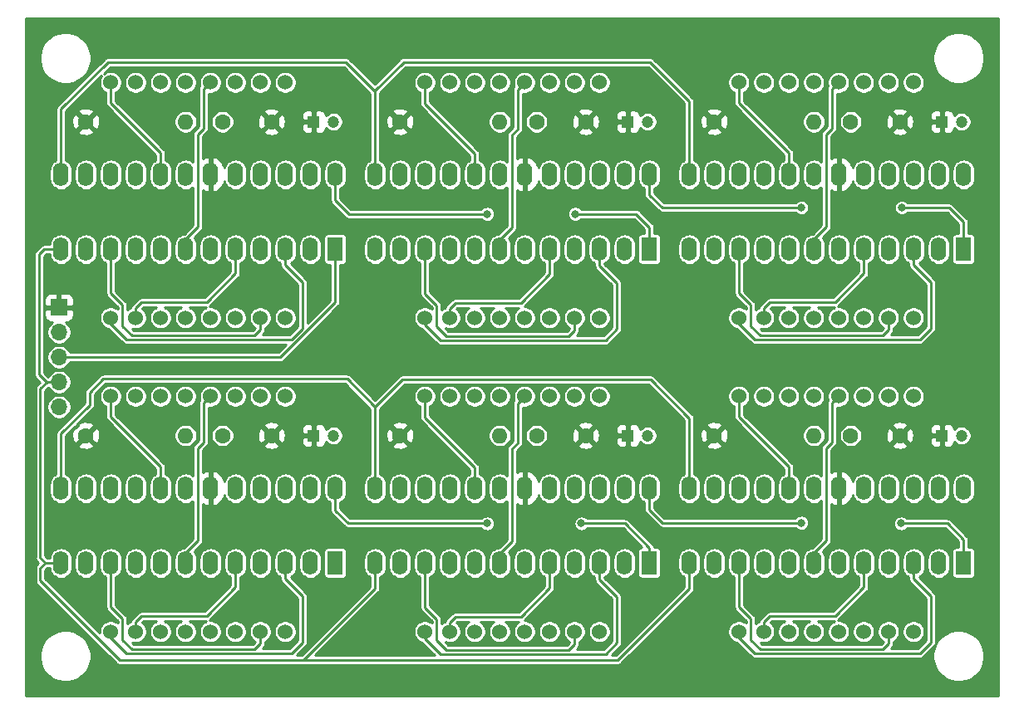
<source format=gtl>
%TF.GenerationSoftware,KiCad,Pcbnew,5.1.10-88a1d61d58~88~ubuntu20.04.1*%
%TF.CreationDate,2021-05-02T13:02:04-03:00*%
%TF.ProjectId,D3_Face,44335f46-6163-4652-9e6b-696361645f70,v01*%
%TF.SameCoordinates,Original*%
%TF.FileFunction,Copper,L1,Top*%
%TF.FilePolarity,Positive*%
%FSLAX46Y46*%
G04 Gerber Fmt 4.6, Leading zero omitted, Abs format (unit mm)*
G04 Created by KiCad (PCBNEW 5.1.10-88a1d61d58~88~ubuntu20.04.1) date 2021-05-02 13:02:04*
%MOMM*%
%LPD*%
G01*
G04 APERTURE LIST*
%TA.AperFunction,ComponentPad*%
%ADD10O,1.700000X1.700000*%
%TD*%
%TA.AperFunction,ComponentPad*%
%ADD11R,1.700000X1.700000*%
%TD*%
%TA.AperFunction,ComponentPad*%
%ADD12R,1.600000X2.400000*%
%TD*%
%TA.AperFunction,ComponentPad*%
%ADD13O,1.600000X2.400000*%
%TD*%
%TA.AperFunction,ComponentPad*%
%ADD14C,1.524000*%
%TD*%
%TA.AperFunction,ComponentPad*%
%ADD15C,1.200000*%
%TD*%
%TA.AperFunction,ComponentPad*%
%ADD16R,1.200000X1.200000*%
%TD*%
%TA.AperFunction,ComponentPad*%
%ADD17C,1.600000*%
%TD*%
%TA.AperFunction,ComponentPad*%
%ADD18O,1.600000X1.600000*%
%TD*%
%TA.AperFunction,ViaPad*%
%ADD19C,0.800000*%
%TD*%
%TA.AperFunction,Conductor*%
%ADD20C,0.250000*%
%TD*%
%TA.AperFunction,Conductor*%
%ADD21C,0.254000*%
%TD*%
%TA.AperFunction,Conductor*%
%ADD22C,0.100000*%
%TD*%
G04 APERTURE END LIST*
D10*
%TO.P,J1,5*%
%TO.N,CLK*%
X105854500Y-101092000D03*
%TO.P,J1,4*%
%TO.N,CS*%
X105854500Y-98552000D03*
%TO.P,J1,3*%
%TO.N,Net-(J1-Pad3)*%
X105854500Y-96012000D03*
%TO.P,J1,2*%
%TO.N,GND*%
X105854500Y-93472000D03*
D11*
%TO.P,J1,1*%
%TO.N,+5V*%
X105854500Y-90932000D03*
%TD*%
D12*
%TO.P,U1,1*%
%TO.N,Net-(J1-Pad3)*%
X134000000Y-85000000D03*
D13*
%TO.P,U1,13*%
%TO.N,CLK*%
X106060000Y-77380000D03*
%TO.P,U1,2*%
%TO.N,Net-(LED1-Pad9)*%
X131460000Y-85000000D03*
%TO.P,U1,14*%
%TO.N,Net-(LED1-Pad3)*%
X108600000Y-77380000D03*
%TO.P,U1,3*%
%TO.N,Net-(LED1-Pad1)*%
X128920000Y-85000000D03*
%TO.P,U1,15*%
%TO.N,Net-(LED1-Pad15)*%
X111140000Y-77380000D03*
%TO.P,U1,4*%
%TO.N,GND*%
X126380000Y-85000000D03*
%TO.P,U1,16*%
%TO.N,Net-(LED1-Pad4)*%
X113680000Y-77380000D03*
%TO.P,U1,5*%
%TO.N,Net-(LED1-Pad2)*%
X123840000Y-85000000D03*
%TO.P,U1,17*%
%TO.N,Net-(LED1-Pad16)*%
X116220000Y-77380000D03*
%TO.P,U1,6*%
%TO.N,Net-(LED1-Pad8)*%
X121300000Y-85000000D03*
%TO.P,U1,18*%
%TO.N,Net-(R1-Pad2)*%
X118760000Y-77380000D03*
%TO.P,U1,7*%
%TO.N,Net-(LED1-Pad12)*%
X118760000Y-85000000D03*
%TO.P,U1,19*%
%TO.N,+5V*%
X121300000Y-77380000D03*
%TO.P,U1,8*%
%TO.N,Net-(LED1-Pad5)*%
X116220000Y-85000000D03*
%TO.P,U1,20*%
%TO.N,Net-(LED1-Pad10)*%
X123840000Y-77380000D03*
%TO.P,U1,9*%
%TO.N,GND*%
X113680000Y-85000000D03*
%TO.P,U1,21*%
%TO.N,Net-(LED1-Pad11)*%
X126380000Y-77380000D03*
%TO.P,U1,10*%
%TO.N,Net-(LED1-Pad7)*%
X111140000Y-85000000D03*
%TO.P,U1,22*%
%TO.N,Net-(LED1-Pad13)*%
X128920000Y-77380000D03*
%TO.P,U1,11*%
%TO.N,Net-(LED1-Pad14)*%
X108600000Y-85000000D03*
%TO.P,U1,23*%
%TO.N,Net-(LED1-Pad6)*%
X131460000Y-77380000D03*
%TO.P,U1,12*%
%TO.N,CS*%
X106060000Y-85000000D03*
%TO.P,U1,24*%
%TO.N,Net-(U1-Pad24)*%
X134000000Y-77380000D03*
%TD*%
D14*
%TO.P,LED1,8*%
%TO.N,Net-(LED1-Pad8)*%
X128890000Y-92000000D03*
%TO.P,LED1,7*%
%TO.N,Net-(LED1-Pad7)*%
X126350000Y-92000000D03*
%TO.P,LED1,6*%
%TO.N,Net-(LED1-Pad6)*%
X123810000Y-92000000D03*
%TO.P,LED1,5*%
%TO.N,Net-(LED1-Pad5)*%
X121270000Y-92000000D03*
%TO.P,LED1,4*%
%TO.N,Net-(LED1-Pad4)*%
X118730000Y-92000000D03*
%TO.P,LED1,3*%
%TO.N,Net-(LED1-Pad3)*%
X116190000Y-92000000D03*
%TO.P,LED1,2*%
%TO.N,Net-(LED1-Pad2)*%
X113650000Y-92000000D03*
%TO.P,LED1,1*%
%TO.N,Net-(LED1-Pad1)*%
X111110000Y-92000000D03*
%TO.P,LED1,9*%
%TO.N,Net-(LED1-Pad9)*%
X128890000Y-68000000D03*
%TO.P,LED1,10*%
%TO.N,Net-(LED1-Pad10)*%
X126350000Y-68000000D03*
%TO.P,LED1,11*%
%TO.N,Net-(LED1-Pad11)*%
X123810000Y-68000000D03*
%TO.P,LED1,12*%
%TO.N,Net-(LED1-Pad12)*%
X121270000Y-68000000D03*
%TO.P,LED1,13*%
%TO.N,Net-(LED1-Pad13)*%
X118730000Y-68000000D03*
%TO.P,LED1,14*%
%TO.N,Net-(LED1-Pad14)*%
X116190000Y-68000000D03*
%TO.P,LED1,15*%
%TO.N,Net-(LED1-Pad15)*%
X113650000Y-68000000D03*
%TO.P,LED1,16*%
%TO.N,Net-(LED1-Pad16)*%
X111110000Y-68000000D03*
%TD*%
D15*
%TO.P,C4,2*%
%TO.N,GND*%
X133800000Y-72000000D03*
D16*
%TO.P,C4,1*%
%TO.N,+5V*%
X131800000Y-72000000D03*
%TD*%
D17*
%TO.P,C1,2*%
%TO.N,+5V*%
X127500000Y-72000000D03*
%TO.P,C1,1*%
%TO.N,GND*%
X122500000Y-72000000D03*
%TD*%
D18*
%TO.P,R1,2*%
%TO.N,Net-(R1-Pad2)*%
X118745000Y-72000000D03*
D17*
%TO.P,R1,1*%
%TO.N,+5V*%
X108585000Y-72000000D03*
%TD*%
D14*
%TO.P,LED4,8*%
%TO.N,Net-(LED4-Pad8)*%
X128890000Y-124000000D03*
%TO.P,LED4,7*%
%TO.N,Net-(LED4-Pad7)*%
X126350000Y-124000000D03*
%TO.P,LED4,6*%
%TO.N,Net-(LED4-Pad6)*%
X123810000Y-124000000D03*
%TO.P,LED4,5*%
%TO.N,Net-(LED4-Pad5)*%
X121270000Y-124000000D03*
%TO.P,LED4,4*%
%TO.N,Net-(LED4-Pad4)*%
X118730000Y-124000000D03*
%TO.P,LED4,3*%
%TO.N,Net-(LED4-Pad3)*%
X116190000Y-124000000D03*
%TO.P,LED4,2*%
%TO.N,Net-(LED4-Pad2)*%
X113650000Y-124000000D03*
%TO.P,LED4,1*%
%TO.N,Net-(LED4-Pad1)*%
X111110000Y-124000000D03*
%TO.P,LED4,9*%
%TO.N,Net-(LED4-Pad9)*%
X128890000Y-100000000D03*
%TO.P,LED4,10*%
%TO.N,Net-(LED4-Pad10)*%
X126350000Y-100000000D03*
%TO.P,LED4,11*%
%TO.N,Net-(LED4-Pad11)*%
X123810000Y-100000000D03*
%TO.P,LED4,12*%
%TO.N,Net-(LED4-Pad12)*%
X121270000Y-100000000D03*
%TO.P,LED4,13*%
%TO.N,Net-(LED4-Pad13)*%
X118730000Y-100000000D03*
%TO.P,LED4,14*%
%TO.N,Net-(LED4-Pad14)*%
X116190000Y-100000000D03*
%TO.P,LED4,15*%
%TO.N,Net-(LED4-Pad15)*%
X113650000Y-100000000D03*
%TO.P,LED4,16*%
%TO.N,Net-(LED4-Pad16)*%
X111110000Y-100000000D03*
%TD*%
D13*
%TO.P,U6,24*%
%TO.N,Net-(U6-Pad24)*%
X198000000Y-109380000D03*
%TO.P,U6,12*%
%TO.N,CS*%
X170060000Y-117000000D03*
%TO.P,U6,23*%
%TO.N,Net-(LED6-Pad6)*%
X195460000Y-109380000D03*
%TO.P,U6,11*%
%TO.N,Net-(LED6-Pad14)*%
X172600000Y-117000000D03*
%TO.P,U6,22*%
%TO.N,Net-(LED6-Pad13)*%
X192920000Y-109380000D03*
%TO.P,U6,10*%
%TO.N,Net-(LED6-Pad7)*%
X175140000Y-117000000D03*
%TO.P,U6,21*%
%TO.N,Net-(LED6-Pad11)*%
X190380000Y-109380000D03*
%TO.P,U6,9*%
%TO.N,GND*%
X177680000Y-117000000D03*
%TO.P,U6,20*%
%TO.N,Net-(LED6-Pad10)*%
X187840000Y-109380000D03*
%TO.P,U6,8*%
%TO.N,Net-(LED6-Pad5)*%
X180220000Y-117000000D03*
%TO.P,U6,19*%
%TO.N,+5V*%
X185300000Y-109380000D03*
%TO.P,U6,7*%
%TO.N,Net-(LED6-Pad12)*%
X182760000Y-117000000D03*
%TO.P,U6,18*%
%TO.N,Net-(R6-Pad2)*%
X182760000Y-109380000D03*
%TO.P,U6,6*%
%TO.N,Net-(LED6-Pad8)*%
X185300000Y-117000000D03*
%TO.P,U6,17*%
%TO.N,Net-(LED6-Pad16)*%
X180220000Y-109380000D03*
%TO.P,U6,5*%
%TO.N,Net-(LED6-Pad2)*%
X187840000Y-117000000D03*
%TO.P,U6,16*%
%TO.N,Net-(LED6-Pad4)*%
X177680000Y-109380000D03*
%TO.P,U6,4*%
%TO.N,GND*%
X190380000Y-117000000D03*
%TO.P,U6,15*%
%TO.N,Net-(LED6-Pad15)*%
X175140000Y-109380000D03*
%TO.P,U6,3*%
%TO.N,Net-(LED6-Pad1)*%
X192920000Y-117000000D03*
%TO.P,U6,14*%
%TO.N,Net-(LED6-Pad3)*%
X172600000Y-109380000D03*
%TO.P,U6,2*%
%TO.N,Net-(LED6-Pad9)*%
X195460000Y-117000000D03*
%TO.P,U6,13*%
%TO.N,CLK*%
X170060000Y-109380000D03*
D12*
%TO.P,U6,1*%
%TO.N,Net-(U5-Pad24)*%
X198000000Y-117000000D03*
%TD*%
D13*
%TO.P,U5,24*%
%TO.N,Net-(U5-Pad24)*%
X166000000Y-109380000D03*
%TO.P,U5,12*%
%TO.N,CS*%
X138060000Y-117000000D03*
%TO.P,U5,23*%
%TO.N,Net-(LED5-Pad6)*%
X163460000Y-109380000D03*
%TO.P,U5,11*%
%TO.N,Net-(LED5-Pad14)*%
X140600000Y-117000000D03*
%TO.P,U5,22*%
%TO.N,Net-(LED5-Pad13)*%
X160920000Y-109380000D03*
%TO.P,U5,10*%
%TO.N,Net-(LED5-Pad7)*%
X143140000Y-117000000D03*
%TO.P,U5,21*%
%TO.N,Net-(LED5-Pad11)*%
X158380000Y-109380000D03*
%TO.P,U5,9*%
%TO.N,GND*%
X145680000Y-117000000D03*
%TO.P,U5,20*%
%TO.N,Net-(LED5-Pad10)*%
X155840000Y-109380000D03*
%TO.P,U5,8*%
%TO.N,Net-(LED5-Pad5)*%
X148220000Y-117000000D03*
%TO.P,U5,19*%
%TO.N,+5V*%
X153300000Y-109380000D03*
%TO.P,U5,7*%
%TO.N,Net-(LED5-Pad12)*%
X150760000Y-117000000D03*
%TO.P,U5,18*%
%TO.N,Net-(R5-Pad2)*%
X150760000Y-109380000D03*
%TO.P,U5,6*%
%TO.N,Net-(LED5-Pad8)*%
X153300000Y-117000000D03*
%TO.P,U5,17*%
%TO.N,Net-(LED5-Pad16)*%
X148220000Y-109380000D03*
%TO.P,U5,5*%
%TO.N,Net-(LED5-Pad2)*%
X155840000Y-117000000D03*
%TO.P,U5,16*%
%TO.N,Net-(LED5-Pad4)*%
X145680000Y-109380000D03*
%TO.P,U5,4*%
%TO.N,GND*%
X158380000Y-117000000D03*
%TO.P,U5,15*%
%TO.N,Net-(LED5-Pad15)*%
X143140000Y-109380000D03*
%TO.P,U5,3*%
%TO.N,Net-(LED5-Pad1)*%
X160920000Y-117000000D03*
%TO.P,U5,14*%
%TO.N,Net-(LED5-Pad3)*%
X140600000Y-109380000D03*
%TO.P,U5,2*%
%TO.N,Net-(LED5-Pad9)*%
X163460000Y-117000000D03*
%TO.P,U5,13*%
%TO.N,CLK*%
X138060000Y-109380000D03*
D12*
%TO.P,U5,1*%
%TO.N,Net-(U4-Pad24)*%
X166000000Y-117000000D03*
%TD*%
%TO.P,U4,1*%
%TO.N,Net-(U3-Pad24)*%
X134000000Y-117000000D03*
D13*
%TO.P,U4,13*%
%TO.N,CLK*%
X106060000Y-109380000D03*
%TO.P,U4,2*%
%TO.N,Net-(LED4-Pad9)*%
X131460000Y-117000000D03*
%TO.P,U4,14*%
%TO.N,Net-(LED4-Pad3)*%
X108600000Y-109380000D03*
%TO.P,U4,3*%
%TO.N,Net-(LED4-Pad1)*%
X128920000Y-117000000D03*
%TO.P,U4,15*%
%TO.N,Net-(LED4-Pad15)*%
X111140000Y-109380000D03*
%TO.P,U4,4*%
%TO.N,GND*%
X126380000Y-117000000D03*
%TO.P,U4,16*%
%TO.N,Net-(LED4-Pad4)*%
X113680000Y-109380000D03*
%TO.P,U4,5*%
%TO.N,Net-(LED4-Pad2)*%
X123840000Y-117000000D03*
%TO.P,U4,17*%
%TO.N,Net-(LED4-Pad16)*%
X116220000Y-109380000D03*
%TO.P,U4,6*%
%TO.N,Net-(LED4-Pad8)*%
X121300000Y-117000000D03*
%TO.P,U4,18*%
%TO.N,Net-(R4-Pad2)*%
X118760000Y-109380000D03*
%TO.P,U4,7*%
%TO.N,Net-(LED4-Pad12)*%
X118760000Y-117000000D03*
%TO.P,U4,19*%
%TO.N,+5V*%
X121300000Y-109380000D03*
%TO.P,U4,8*%
%TO.N,Net-(LED4-Pad5)*%
X116220000Y-117000000D03*
%TO.P,U4,20*%
%TO.N,Net-(LED4-Pad10)*%
X123840000Y-109380000D03*
%TO.P,U4,9*%
%TO.N,GND*%
X113680000Y-117000000D03*
%TO.P,U4,21*%
%TO.N,Net-(LED4-Pad11)*%
X126380000Y-109380000D03*
%TO.P,U4,10*%
%TO.N,Net-(LED4-Pad7)*%
X111140000Y-117000000D03*
%TO.P,U4,22*%
%TO.N,Net-(LED4-Pad13)*%
X128920000Y-109380000D03*
%TO.P,U4,11*%
%TO.N,Net-(LED4-Pad14)*%
X108600000Y-117000000D03*
%TO.P,U4,23*%
%TO.N,Net-(LED4-Pad6)*%
X131460000Y-109380000D03*
%TO.P,U4,12*%
%TO.N,CS*%
X106060000Y-117000000D03*
%TO.P,U4,24*%
%TO.N,Net-(U4-Pad24)*%
X134000000Y-109380000D03*
%TD*%
%TO.P,U3,24*%
%TO.N,Net-(U3-Pad24)*%
X198000000Y-77380000D03*
%TO.P,U3,12*%
%TO.N,CS*%
X170060000Y-85000000D03*
%TO.P,U3,23*%
%TO.N,Net-(LED3-Pad6)*%
X195460000Y-77380000D03*
%TO.P,U3,11*%
%TO.N,Net-(LED3-Pad14)*%
X172600000Y-85000000D03*
%TO.P,U3,22*%
%TO.N,Net-(LED3-Pad13)*%
X192920000Y-77380000D03*
%TO.P,U3,10*%
%TO.N,Net-(LED3-Pad7)*%
X175140000Y-85000000D03*
%TO.P,U3,21*%
%TO.N,Net-(LED3-Pad11)*%
X190380000Y-77380000D03*
%TO.P,U3,9*%
%TO.N,GND*%
X177680000Y-85000000D03*
%TO.P,U3,20*%
%TO.N,Net-(LED3-Pad10)*%
X187840000Y-77380000D03*
%TO.P,U3,8*%
%TO.N,Net-(LED3-Pad5)*%
X180220000Y-85000000D03*
%TO.P,U3,19*%
%TO.N,+5V*%
X185300000Y-77380000D03*
%TO.P,U3,7*%
%TO.N,Net-(LED3-Pad12)*%
X182760000Y-85000000D03*
%TO.P,U3,18*%
%TO.N,Net-(R3-Pad2)*%
X182760000Y-77380000D03*
%TO.P,U3,6*%
%TO.N,Net-(LED3-Pad8)*%
X185300000Y-85000000D03*
%TO.P,U3,17*%
%TO.N,Net-(LED3-Pad16)*%
X180220000Y-77380000D03*
%TO.P,U3,5*%
%TO.N,Net-(LED3-Pad2)*%
X187840000Y-85000000D03*
%TO.P,U3,16*%
%TO.N,Net-(LED3-Pad4)*%
X177680000Y-77380000D03*
%TO.P,U3,4*%
%TO.N,GND*%
X190380000Y-85000000D03*
%TO.P,U3,15*%
%TO.N,Net-(LED3-Pad15)*%
X175140000Y-77380000D03*
%TO.P,U3,3*%
%TO.N,Net-(LED3-Pad1)*%
X192920000Y-85000000D03*
%TO.P,U3,14*%
%TO.N,Net-(LED3-Pad3)*%
X172600000Y-77380000D03*
%TO.P,U3,2*%
%TO.N,Net-(LED3-Pad9)*%
X195460000Y-85000000D03*
%TO.P,U3,13*%
%TO.N,CLK*%
X170060000Y-77380000D03*
D12*
%TO.P,U3,1*%
%TO.N,Net-(U2-Pad24)*%
X198000000Y-85000000D03*
%TD*%
D13*
%TO.P,U2,24*%
%TO.N,Net-(U2-Pad24)*%
X166000000Y-77380000D03*
%TO.P,U2,12*%
%TO.N,CS*%
X138060000Y-85000000D03*
%TO.P,U2,23*%
%TO.N,Net-(LED2-Pad6)*%
X163460000Y-77380000D03*
%TO.P,U2,11*%
%TO.N,Net-(LED2-Pad14)*%
X140600000Y-85000000D03*
%TO.P,U2,22*%
%TO.N,Net-(LED2-Pad13)*%
X160920000Y-77380000D03*
%TO.P,U2,10*%
%TO.N,Net-(LED2-Pad7)*%
X143140000Y-85000000D03*
%TO.P,U2,21*%
%TO.N,Net-(LED2-Pad11)*%
X158380000Y-77380000D03*
%TO.P,U2,9*%
%TO.N,GND*%
X145680000Y-85000000D03*
%TO.P,U2,20*%
%TO.N,Net-(LED2-Pad10)*%
X155840000Y-77380000D03*
%TO.P,U2,8*%
%TO.N,Net-(LED2-Pad5)*%
X148220000Y-85000000D03*
%TO.P,U2,19*%
%TO.N,+5V*%
X153300000Y-77380000D03*
%TO.P,U2,7*%
%TO.N,Net-(LED2-Pad12)*%
X150760000Y-85000000D03*
%TO.P,U2,18*%
%TO.N,Net-(R2-Pad2)*%
X150760000Y-77380000D03*
%TO.P,U2,6*%
%TO.N,Net-(LED2-Pad8)*%
X153300000Y-85000000D03*
%TO.P,U2,17*%
%TO.N,Net-(LED2-Pad16)*%
X148220000Y-77380000D03*
%TO.P,U2,5*%
%TO.N,Net-(LED2-Pad2)*%
X155840000Y-85000000D03*
%TO.P,U2,16*%
%TO.N,Net-(LED2-Pad4)*%
X145680000Y-77380000D03*
%TO.P,U2,4*%
%TO.N,GND*%
X158380000Y-85000000D03*
%TO.P,U2,15*%
%TO.N,Net-(LED2-Pad15)*%
X143140000Y-77380000D03*
%TO.P,U2,3*%
%TO.N,Net-(LED2-Pad1)*%
X160920000Y-85000000D03*
%TO.P,U2,14*%
%TO.N,Net-(LED2-Pad3)*%
X140600000Y-77380000D03*
%TO.P,U2,2*%
%TO.N,Net-(LED2-Pad9)*%
X163460000Y-85000000D03*
%TO.P,U2,13*%
%TO.N,CLK*%
X138060000Y-77380000D03*
D12*
%TO.P,U2,1*%
%TO.N,Net-(U1-Pad24)*%
X166000000Y-85000000D03*
%TD*%
D18*
%TO.P,R6,2*%
%TO.N,Net-(R6-Pad2)*%
X182745000Y-104000000D03*
D17*
%TO.P,R6,1*%
%TO.N,+5V*%
X172585000Y-104000000D03*
%TD*%
D18*
%TO.P,R5,2*%
%TO.N,Net-(R5-Pad2)*%
X150745000Y-104000000D03*
D17*
%TO.P,R5,1*%
%TO.N,+5V*%
X140585000Y-104000000D03*
%TD*%
D18*
%TO.P,R4,2*%
%TO.N,Net-(R4-Pad2)*%
X118745000Y-104000000D03*
D17*
%TO.P,R4,1*%
%TO.N,+5V*%
X108585000Y-104000000D03*
%TD*%
D18*
%TO.P,R3,2*%
%TO.N,Net-(R3-Pad2)*%
X182745000Y-72000000D03*
D17*
%TO.P,R3,1*%
%TO.N,+5V*%
X172585000Y-72000000D03*
%TD*%
D18*
%TO.P,R2,2*%
%TO.N,Net-(R2-Pad2)*%
X150745000Y-72000000D03*
D17*
%TO.P,R2,1*%
%TO.N,+5V*%
X140585000Y-72000000D03*
%TD*%
D14*
%TO.P,LED6,8*%
%TO.N,Net-(LED6-Pad8)*%
X192890000Y-124000000D03*
%TO.P,LED6,7*%
%TO.N,Net-(LED6-Pad7)*%
X190350000Y-124000000D03*
%TO.P,LED6,6*%
%TO.N,Net-(LED6-Pad6)*%
X187810000Y-124000000D03*
%TO.P,LED6,5*%
%TO.N,Net-(LED6-Pad5)*%
X185270000Y-124000000D03*
%TO.P,LED6,4*%
%TO.N,Net-(LED6-Pad4)*%
X182730000Y-124000000D03*
%TO.P,LED6,3*%
%TO.N,Net-(LED6-Pad3)*%
X180190000Y-124000000D03*
%TO.P,LED6,2*%
%TO.N,Net-(LED6-Pad2)*%
X177650000Y-124000000D03*
%TO.P,LED6,1*%
%TO.N,Net-(LED6-Pad1)*%
X175110000Y-124000000D03*
%TO.P,LED6,9*%
%TO.N,Net-(LED6-Pad9)*%
X192890000Y-100000000D03*
%TO.P,LED6,10*%
%TO.N,Net-(LED6-Pad10)*%
X190350000Y-100000000D03*
%TO.P,LED6,11*%
%TO.N,Net-(LED6-Pad11)*%
X187810000Y-100000000D03*
%TO.P,LED6,12*%
%TO.N,Net-(LED6-Pad12)*%
X185270000Y-100000000D03*
%TO.P,LED6,13*%
%TO.N,Net-(LED6-Pad13)*%
X182730000Y-100000000D03*
%TO.P,LED6,14*%
%TO.N,Net-(LED6-Pad14)*%
X180190000Y-100000000D03*
%TO.P,LED6,15*%
%TO.N,Net-(LED6-Pad15)*%
X177650000Y-100000000D03*
%TO.P,LED6,16*%
%TO.N,Net-(LED6-Pad16)*%
X175110000Y-100000000D03*
%TD*%
%TO.P,LED5,8*%
%TO.N,Net-(LED5-Pad8)*%
X160890000Y-124000000D03*
%TO.P,LED5,7*%
%TO.N,Net-(LED5-Pad7)*%
X158350000Y-124000000D03*
%TO.P,LED5,6*%
%TO.N,Net-(LED5-Pad6)*%
X155810000Y-124000000D03*
%TO.P,LED5,5*%
%TO.N,Net-(LED5-Pad5)*%
X153270000Y-124000000D03*
%TO.P,LED5,4*%
%TO.N,Net-(LED5-Pad4)*%
X150730000Y-124000000D03*
%TO.P,LED5,3*%
%TO.N,Net-(LED5-Pad3)*%
X148190000Y-124000000D03*
%TO.P,LED5,2*%
%TO.N,Net-(LED5-Pad2)*%
X145650000Y-124000000D03*
%TO.P,LED5,1*%
%TO.N,Net-(LED5-Pad1)*%
X143110000Y-124000000D03*
%TO.P,LED5,9*%
%TO.N,Net-(LED5-Pad9)*%
X160890000Y-100000000D03*
%TO.P,LED5,10*%
%TO.N,Net-(LED5-Pad10)*%
X158350000Y-100000000D03*
%TO.P,LED5,11*%
%TO.N,Net-(LED5-Pad11)*%
X155810000Y-100000000D03*
%TO.P,LED5,12*%
%TO.N,Net-(LED5-Pad12)*%
X153270000Y-100000000D03*
%TO.P,LED5,13*%
%TO.N,Net-(LED5-Pad13)*%
X150730000Y-100000000D03*
%TO.P,LED5,14*%
%TO.N,Net-(LED5-Pad14)*%
X148190000Y-100000000D03*
%TO.P,LED5,15*%
%TO.N,Net-(LED5-Pad15)*%
X145650000Y-100000000D03*
%TO.P,LED5,16*%
%TO.N,Net-(LED5-Pad16)*%
X143110000Y-100000000D03*
%TD*%
%TO.P,LED3,8*%
%TO.N,Net-(LED3-Pad8)*%
X192890000Y-92000000D03*
%TO.P,LED3,7*%
%TO.N,Net-(LED3-Pad7)*%
X190350000Y-92000000D03*
%TO.P,LED3,6*%
%TO.N,Net-(LED3-Pad6)*%
X187810000Y-92000000D03*
%TO.P,LED3,5*%
%TO.N,Net-(LED3-Pad5)*%
X185270000Y-92000000D03*
%TO.P,LED3,4*%
%TO.N,Net-(LED3-Pad4)*%
X182730000Y-92000000D03*
%TO.P,LED3,3*%
%TO.N,Net-(LED3-Pad3)*%
X180190000Y-92000000D03*
%TO.P,LED3,2*%
%TO.N,Net-(LED3-Pad2)*%
X177650000Y-92000000D03*
%TO.P,LED3,1*%
%TO.N,Net-(LED3-Pad1)*%
X175110000Y-92000000D03*
%TO.P,LED3,9*%
%TO.N,Net-(LED3-Pad9)*%
X192890000Y-68000000D03*
%TO.P,LED3,10*%
%TO.N,Net-(LED3-Pad10)*%
X190350000Y-68000000D03*
%TO.P,LED3,11*%
%TO.N,Net-(LED3-Pad11)*%
X187810000Y-68000000D03*
%TO.P,LED3,12*%
%TO.N,Net-(LED3-Pad12)*%
X185270000Y-68000000D03*
%TO.P,LED3,13*%
%TO.N,Net-(LED3-Pad13)*%
X182730000Y-68000000D03*
%TO.P,LED3,14*%
%TO.N,Net-(LED3-Pad14)*%
X180190000Y-68000000D03*
%TO.P,LED3,15*%
%TO.N,Net-(LED3-Pad15)*%
X177650000Y-68000000D03*
%TO.P,LED3,16*%
%TO.N,Net-(LED3-Pad16)*%
X175110000Y-68000000D03*
%TD*%
%TO.P,LED2,8*%
%TO.N,Net-(LED2-Pad8)*%
X160890000Y-92000000D03*
%TO.P,LED2,7*%
%TO.N,Net-(LED2-Pad7)*%
X158350000Y-92000000D03*
%TO.P,LED2,6*%
%TO.N,Net-(LED2-Pad6)*%
X155810000Y-92000000D03*
%TO.P,LED2,5*%
%TO.N,Net-(LED2-Pad5)*%
X153270000Y-92000000D03*
%TO.P,LED2,4*%
%TO.N,Net-(LED2-Pad4)*%
X150730000Y-92000000D03*
%TO.P,LED2,3*%
%TO.N,Net-(LED2-Pad3)*%
X148190000Y-92000000D03*
%TO.P,LED2,2*%
%TO.N,Net-(LED2-Pad2)*%
X145650000Y-92000000D03*
%TO.P,LED2,1*%
%TO.N,Net-(LED2-Pad1)*%
X143110000Y-92000000D03*
%TO.P,LED2,9*%
%TO.N,Net-(LED2-Pad9)*%
X160890000Y-68000000D03*
%TO.P,LED2,10*%
%TO.N,Net-(LED2-Pad10)*%
X158350000Y-68000000D03*
%TO.P,LED2,11*%
%TO.N,Net-(LED2-Pad11)*%
X155810000Y-68000000D03*
%TO.P,LED2,12*%
%TO.N,Net-(LED2-Pad12)*%
X153270000Y-68000000D03*
%TO.P,LED2,13*%
%TO.N,Net-(LED2-Pad13)*%
X150730000Y-68000000D03*
%TO.P,LED2,14*%
%TO.N,Net-(LED2-Pad14)*%
X148190000Y-68000000D03*
%TO.P,LED2,15*%
%TO.N,Net-(LED2-Pad15)*%
X145650000Y-68000000D03*
%TO.P,LED2,16*%
%TO.N,Net-(LED2-Pad16)*%
X143110000Y-68000000D03*
%TD*%
D15*
%TO.P,C12,2*%
%TO.N,GND*%
X197800000Y-104000000D03*
D16*
%TO.P,C12,1*%
%TO.N,+5V*%
X195800000Y-104000000D03*
%TD*%
D15*
%TO.P,C11,2*%
%TO.N,GND*%
X165800000Y-104000000D03*
D16*
%TO.P,C11,1*%
%TO.N,+5V*%
X163800000Y-104000000D03*
%TD*%
D15*
%TO.P,C10,2*%
%TO.N,GND*%
X133800000Y-104000000D03*
D16*
%TO.P,C10,1*%
%TO.N,+5V*%
X131800000Y-104000000D03*
%TD*%
D17*
%TO.P,C9,2*%
%TO.N,+5V*%
X191500000Y-104000000D03*
%TO.P,C9,1*%
%TO.N,GND*%
X186500000Y-104000000D03*
%TD*%
%TO.P,C8,2*%
%TO.N,+5V*%
X159500000Y-104000000D03*
%TO.P,C8,1*%
%TO.N,GND*%
X154500000Y-104000000D03*
%TD*%
%TO.P,C7,2*%
%TO.N,+5V*%
X127500000Y-104000000D03*
%TO.P,C7,1*%
%TO.N,GND*%
X122500000Y-104000000D03*
%TD*%
D15*
%TO.P,C6,2*%
%TO.N,GND*%
X197800000Y-72000000D03*
D16*
%TO.P,C6,1*%
%TO.N,+5V*%
X195800000Y-72000000D03*
%TD*%
D15*
%TO.P,C5,2*%
%TO.N,GND*%
X165800000Y-72000000D03*
D16*
%TO.P,C5,1*%
%TO.N,+5V*%
X163800000Y-72000000D03*
%TD*%
D17*
%TO.P,C3,2*%
%TO.N,+5V*%
X191500000Y-72000000D03*
%TO.P,C3,1*%
%TO.N,GND*%
X186500000Y-72000000D03*
%TD*%
%TO.P,C2,2*%
%TO.N,+5V*%
X159500000Y-72000000D03*
%TO.P,C2,1*%
%TO.N,GND*%
X154500000Y-72000000D03*
%TD*%
D19*
%TO.N,Net-(U1-Pad24)*%
X149479000Y-81407000D03*
X158432500Y-81407000D03*
%TO.N,Net-(U2-Pad24)*%
X181483000Y-80772000D03*
X191706500Y-80772000D03*
%TO.N,Net-(U4-Pad24)*%
X149479000Y-112966500D03*
X159067500Y-112966500D03*
%TO.N,Net-(U5-Pad24)*%
X181483000Y-112903000D03*
X191643000Y-112966500D03*
%TD*%
D20*
%TO.N,CLK*%
X138060000Y-69162500D02*
X138060000Y-68823000D01*
X138060000Y-69162500D02*
X138060000Y-77380000D01*
X138060000Y-68823000D02*
X140970000Y-65913000D01*
X140970000Y-65913000D02*
X166052500Y-65913000D01*
X170060000Y-69920500D02*
X170060000Y-77380000D01*
X166052500Y-65913000D02*
X170060000Y-69920500D01*
X138060000Y-109380000D02*
X138060000Y-101081000D01*
X138060000Y-101081000D02*
X140843000Y-98298000D01*
X140843000Y-98298000D02*
X166116000Y-98298000D01*
X170060000Y-102242000D02*
X170060000Y-109380000D01*
X166116000Y-98298000D02*
X170060000Y-102242000D01*
X106060000Y-109380000D02*
X106060000Y-103807500D01*
X106060000Y-103807500D02*
X108966000Y-100901500D01*
X108966000Y-100901500D02*
X108966000Y-99631500D01*
X108966000Y-99631500D02*
X110363000Y-98234500D01*
X135213500Y-98234500D02*
X138060000Y-101081000D01*
X110363000Y-98234500D02*
X135213500Y-98234500D01*
X138060000Y-68908500D02*
X138060000Y-69162500D01*
X110871000Y-65913000D02*
X135064500Y-65913000D01*
X135064500Y-65913000D02*
X138060000Y-68908500D01*
X106060000Y-70724000D02*
X110871000Y-65913000D01*
X106060000Y-77380000D02*
X106060000Y-70724000D01*
%TO.N,CS*%
X106060000Y-85000000D02*
X105309500Y-85000000D01*
X104648000Y-98552000D02*
X106172000Y-98552000D01*
X103949500Y-116459000D02*
X104490500Y-117000000D01*
X104490500Y-117000000D02*
X106060000Y-117000000D01*
X104648000Y-98552000D02*
X103949500Y-99250500D01*
X103949500Y-99250500D02*
X103949500Y-116459000D01*
X104490500Y-117000000D02*
X104488000Y-117000000D01*
X104488000Y-117000000D02*
X103949500Y-117538500D01*
X138060000Y-119623000D02*
X138060000Y-117000000D01*
X130746500Y-126936500D02*
X138060000Y-119623000D01*
X170060000Y-117000000D02*
X170060000Y-119627000D01*
X162750500Y-126936500D02*
X170060000Y-119627000D01*
X130746500Y-126936500D02*
X162750500Y-126936500D01*
X105410000Y-98552000D02*
X106172000Y-98552000D01*
X106060000Y-85000000D02*
X104357000Y-85000000D01*
X104357000Y-85000000D02*
X103822500Y-85534500D01*
X104648000Y-98552000D02*
X104584500Y-98552000D01*
X104584500Y-98552000D02*
X103822500Y-97790000D01*
X103822500Y-97790000D02*
X103822500Y-85534500D01*
X104711500Y-119570500D02*
X112077500Y-126936500D01*
X112077500Y-126936500D02*
X130746500Y-126936500D01*
X104711500Y-119570500D02*
X103949500Y-118808500D01*
X103949500Y-117538500D02*
X103949500Y-118808500D01*
%TO.N,Net-(J1-Pad3)*%
X134000000Y-90410410D02*
X134000000Y-85000000D01*
X128398410Y-96012000D02*
X134000000Y-90410410D01*
X128398410Y-96012000D02*
X105854500Y-96012000D01*
%TO.N,Net-(U1-Pad24)*%
X134000000Y-77380000D02*
X134000000Y-80025000D01*
X134000000Y-80025000D02*
X135382000Y-81407000D01*
X135382000Y-81407000D02*
X149479000Y-81407000D01*
X158432500Y-81407000D02*
X164655500Y-81407000D01*
X166000000Y-82751500D02*
X166000000Y-85000000D01*
X164655500Y-81407000D02*
X166000000Y-82751500D01*
%TO.N,Net-(U2-Pad24)*%
X166000000Y-77380000D02*
X166000000Y-79449500D01*
X166000000Y-79449500D02*
X167322500Y-80772000D01*
X167322500Y-80772000D02*
X181483000Y-80772000D01*
X191706500Y-80772000D02*
X196532500Y-80772000D01*
X198000000Y-82239500D02*
X198000000Y-85000000D01*
X196532500Y-80772000D02*
X198000000Y-82239500D01*
%TO.N,Net-(U4-Pad24)*%
X134000000Y-109380000D02*
X134000000Y-111648000D01*
X134000000Y-111648000D02*
X135318500Y-112966500D01*
X135318500Y-112966500D02*
X149479000Y-112966500D01*
X159067500Y-112966500D02*
X163512500Y-112966500D01*
X166000000Y-115454000D02*
X166000000Y-117000000D01*
X163512500Y-112966500D02*
X166000000Y-115454000D01*
%TO.N,Net-(U5-Pad24)*%
X166000000Y-109380000D02*
X166000000Y-111580500D01*
X166000000Y-111580500D02*
X167322500Y-112903000D01*
X167322500Y-112903000D02*
X181483000Y-112903000D01*
X191643000Y-112966500D02*
X196342000Y-112966500D01*
X198000000Y-114624500D02*
X198000000Y-117000000D01*
X196342000Y-112966500D02*
X198000000Y-114624500D01*
%TO.N,Net-(LED1-Pad7)*%
X126350000Y-93233000D02*
X126350000Y-92000000D01*
X111140000Y-85000000D02*
X111140000Y-89486500D01*
X125793500Y-93789500D02*
X126350000Y-93233000D01*
X112331500Y-90678000D02*
X112331500Y-92837000D01*
X111140000Y-89486500D02*
X112331500Y-90678000D01*
X113284000Y-93789500D02*
X125793500Y-93789500D01*
X112331500Y-92837000D02*
X113284000Y-93789500D01*
%TO.N,Net-(LED1-Pad2)*%
X123840000Y-85000000D02*
X123840000Y-87488000D01*
X123840000Y-87488000D02*
X120904000Y-90424000D01*
X120904000Y-90424000D02*
X114236500Y-90424000D01*
X113650000Y-91010500D02*
X113650000Y-92000000D01*
X114236500Y-90424000D02*
X113650000Y-91010500D01*
%TO.N,Net-(LED1-Pad1)*%
X130683000Y-93091000D02*
X130683000Y-88392000D01*
X128920000Y-86629000D02*
X128920000Y-85000000D01*
X130683000Y-88392000D02*
X128920000Y-86629000D01*
X111110000Y-92000000D02*
X111110000Y-92631500D01*
X129534490Y-94239510D02*
X130683000Y-93091000D01*
X112718010Y-94239510D02*
X129534490Y-94239510D01*
X111110000Y-92631500D02*
X112718010Y-94239510D01*
%TO.N,Net-(LED1-Pad12)*%
X118760000Y-85000000D02*
X118760000Y-83995500D01*
X118760000Y-83995500D02*
X120015000Y-82740500D01*
X120015000Y-82740500D02*
X120015000Y-73279000D01*
X120015000Y-73279000D02*
X120586500Y-72707500D01*
X120586500Y-68683500D02*
X121270000Y-68000000D01*
X120586500Y-72707500D02*
X120586500Y-68683500D01*
%TO.N,Net-(LED1-Pad16)*%
X111110000Y-68000000D02*
X111110000Y-70089000D01*
X116220000Y-75199000D02*
X116220000Y-77380000D01*
X111110000Y-70089000D02*
X116220000Y-75199000D01*
%TO.N,Net-(LED2-Pad7)*%
X143144000Y-89550000D02*
X144335500Y-90741500D01*
X145288000Y-93853000D02*
X157797500Y-93853000D01*
X144335500Y-92900500D02*
X145288000Y-93853000D01*
X143144000Y-85063500D02*
X143144000Y-89550000D01*
X158354000Y-93296500D02*
X158354000Y-92063500D01*
X157797500Y-93853000D02*
X158354000Y-93296500D01*
X144335500Y-90741500D02*
X144335500Y-92900500D01*
%TO.N,Net-(LED2-Pad2)*%
X146240500Y-90487500D02*
X145654000Y-91074000D01*
X152908000Y-90487500D02*
X146240500Y-90487500D01*
X155844000Y-87551500D02*
X152908000Y-90487500D01*
X155844000Y-85063500D02*
X155844000Y-87551500D01*
X145654000Y-91074000D02*
X145654000Y-92063500D01*
%TO.N,Net-(LED2-Pad1)*%
X160924000Y-86692500D02*
X160924000Y-85063500D01*
X162687000Y-88455500D02*
X160924000Y-86692500D01*
X143114000Y-92063500D02*
X143114000Y-92695000D01*
X143114000Y-92695000D02*
X144722010Y-94303010D01*
X162687000Y-93154500D02*
X162687000Y-88455500D01*
X161538490Y-94303010D02*
X162687000Y-93154500D01*
X144722010Y-94303010D02*
X161538490Y-94303010D01*
%TO.N,Net-(LED2-Pad12)*%
X150764000Y-85063500D02*
X150764000Y-84059000D01*
X152019000Y-73342500D02*
X152590500Y-72771000D01*
X150764000Y-84059000D02*
X152019000Y-82804000D01*
X152590500Y-68747000D02*
X153274000Y-68063500D01*
X152590500Y-72771000D02*
X152590500Y-68747000D01*
X152019000Y-82804000D02*
X152019000Y-73342500D01*
%TO.N,Net-(LED2-Pad16)*%
X143114000Y-68063500D02*
X143114000Y-70152500D01*
X148224000Y-75262500D02*
X148224000Y-77443500D01*
X143114000Y-70152500D02*
X148224000Y-75262500D01*
%TO.N,Net-(LED3-Pad7)*%
X176339500Y-92837000D02*
X177292000Y-93789500D01*
X190358000Y-93233000D02*
X190358000Y-92000000D01*
X175148000Y-85000000D02*
X175148000Y-89486500D01*
X176339500Y-90678000D02*
X176339500Y-92837000D01*
X175148000Y-89486500D02*
X176339500Y-90678000D01*
X189801500Y-93789500D02*
X190358000Y-93233000D01*
X177292000Y-93789500D02*
X189801500Y-93789500D01*
%TO.N,Net-(LED3-Pad2)*%
X187848000Y-85000000D02*
X187848000Y-87488000D01*
X187848000Y-87488000D02*
X184912000Y-90424000D01*
X184912000Y-90424000D02*
X178244500Y-90424000D01*
X178244500Y-90424000D02*
X177658000Y-91010500D01*
X177658000Y-91010500D02*
X177658000Y-92000000D01*
%TO.N,Net-(LED3-Pad1)*%
X194691000Y-88392000D02*
X192928000Y-86629000D01*
X176726010Y-94239510D02*
X193542490Y-94239510D01*
X193542490Y-94239510D02*
X194691000Y-93091000D01*
X175118000Y-92000000D02*
X175118000Y-92631500D01*
X192928000Y-86629000D02*
X192928000Y-85000000D01*
X175118000Y-92631500D02*
X176726010Y-94239510D01*
X194691000Y-93091000D02*
X194691000Y-88392000D01*
%TO.N,Net-(LED3-Pad12)*%
X184023000Y-82740500D02*
X184023000Y-73279000D01*
X182768000Y-85000000D02*
X182768000Y-83995500D01*
X184023000Y-73279000D02*
X184594500Y-72707500D01*
X182768000Y-83995500D02*
X184023000Y-82740500D01*
X184594500Y-68683500D02*
X185278000Y-68000000D01*
X184594500Y-72707500D02*
X184594500Y-68683500D01*
%TO.N,Net-(LED3-Pad16)*%
X175118000Y-70089000D02*
X180228000Y-75199000D01*
X180228000Y-75199000D02*
X180228000Y-77380000D01*
X175118000Y-68000000D02*
X175118000Y-70089000D01*
%TO.N,Net-(LED4-Pad7)*%
X112331500Y-124841000D02*
X113284000Y-125793500D01*
X126350000Y-125237000D02*
X126350000Y-124004000D01*
X111140000Y-117004000D02*
X111140000Y-121490500D01*
X112331500Y-122682000D02*
X112331500Y-124841000D01*
X111140000Y-121490500D02*
X112331500Y-122682000D01*
X125793500Y-125793500D02*
X126350000Y-125237000D01*
X113284000Y-125793500D02*
X125793500Y-125793500D01*
%TO.N,Net-(LED4-Pad2)*%
X123840000Y-117004000D02*
X123840000Y-119492000D01*
X123840000Y-119492000D02*
X120904000Y-122428000D01*
X120904000Y-122428000D02*
X114236500Y-122428000D01*
X114236500Y-122428000D02*
X113650000Y-123014500D01*
X113650000Y-123014500D02*
X113650000Y-124004000D01*
%TO.N,Net-(LED4-Pad1)*%
X130683000Y-120396000D02*
X128920000Y-118633000D01*
X112718010Y-126243510D02*
X129534490Y-126243510D01*
X129534490Y-126243510D02*
X130683000Y-125095000D01*
X111110000Y-124004000D02*
X111110000Y-124635500D01*
X128920000Y-118633000D02*
X128920000Y-117004000D01*
X111110000Y-124635500D02*
X112718010Y-126243510D01*
X130683000Y-125095000D02*
X130683000Y-120396000D01*
%TO.N,Net-(LED4-Pad12)*%
X120015000Y-114744500D02*
X120015000Y-105283000D01*
X118760000Y-117004000D02*
X118760000Y-115999500D01*
X120015000Y-105283000D02*
X120586500Y-104711500D01*
X118760000Y-115999500D02*
X120015000Y-114744500D01*
X120586500Y-100687500D02*
X121270000Y-100004000D01*
X120586500Y-104711500D02*
X120586500Y-100687500D01*
%TO.N,Net-(LED4-Pad16)*%
X111110000Y-102093000D02*
X116220000Y-107203000D01*
X116220000Y-107203000D02*
X116220000Y-109384000D01*
X111110000Y-100004000D02*
X111110000Y-102093000D01*
%TO.N,Net-(LED5-Pad7)*%
X144335500Y-124904500D02*
X145288000Y-125857000D01*
X158354000Y-125300500D02*
X158354000Y-124067500D01*
X143144000Y-117067500D02*
X143144000Y-121554000D01*
X144335500Y-122745500D02*
X144335500Y-124904500D01*
X143144000Y-121554000D02*
X144335500Y-122745500D01*
X157797500Y-125857000D02*
X158354000Y-125300500D01*
X145288000Y-125857000D02*
X157797500Y-125857000D01*
%TO.N,Net-(LED5-Pad2)*%
X155844000Y-117067500D02*
X155844000Y-119555500D01*
X155844000Y-119555500D02*
X152908000Y-122491500D01*
X152908000Y-122491500D02*
X146240500Y-122491500D01*
X146240500Y-122491500D02*
X145654000Y-123078000D01*
X145654000Y-123078000D02*
X145654000Y-124067500D01*
%TO.N,Net-(LED5-Pad1)*%
X162687000Y-120459500D02*
X160924000Y-118696500D01*
X144722010Y-126307010D02*
X161538490Y-126307010D01*
X161538490Y-126307010D02*
X162687000Y-125158500D01*
X143114000Y-124067500D02*
X143114000Y-124699000D01*
X160924000Y-118696500D02*
X160924000Y-117067500D01*
X143114000Y-124699000D02*
X144722010Y-126307010D01*
X162687000Y-125158500D02*
X162687000Y-120459500D01*
%TO.N,Net-(LED5-Pad12)*%
X152019000Y-114808000D02*
X152019000Y-105346500D01*
X150764000Y-117067500D02*
X150764000Y-116063000D01*
X152019000Y-105346500D02*
X152590500Y-104775000D01*
X150764000Y-116063000D02*
X152019000Y-114808000D01*
X152590500Y-100751000D02*
X153274000Y-100067500D01*
X152590500Y-104775000D02*
X152590500Y-100751000D01*
%TO.N,Net-(LED5-Pad16)*%
X143114000Y-102156500D02*
X148224000Y-107266500D01*
X148224000Y-107266500D02*
X148224000Y-109447500D01*
X143114000Y-100067500D02*
X143114000Y-102156500D01*
%TO.N,Net-(LED6-Pad7)*%
X176339500Y-124841000D02*
X177292000Y-125793500D01*
X190358000Y-125237000D02*
X190358000Y-124004000D01*
X175148000Y-117004000D02*
X175148000Y-121490500D01*
X176339500Y-122682000D02*
X176339500Y-124841000D01*
X175148000Y-121490500D02*
X176339500Y-122682000D01*
X189801500Y-125793500D02*
X190358000Y-125237000D01*
X177292000Y-125793500D02*
X189801500Y-125793500D01*
%TO.N,Net-(LED6-Pad2)*%
X187848000Y-117004000D02*
X187848000Y-119492000D01*
X187848000Y-119492000D02*
X184912000Y-122428000D01*
X184912000Y-122428000D02*
X178244500Y-122428000D01*
X178244500Y-122428000D02*
X177658000Y-123014500D01*
X177658000Y-123014500D02*
X177658000Y-124004000D01*
%TO.N,Net-(LED6-Pad1)*%
X194691000Y-120396000D02*
X192928000Y-118633000D01*
X176726010Y-126243510D02*
X193542490Y-126243510D01*
X193542490Y-126243510D02*
X194691000Y-125095000D01*
X175118000Y-124004000D02*
X175118000Y-124635500D01*
X192928000Y-118633000D02*
X192928000Y-117004000D01*
X175118000Y-124635500D02*
X176726010Y-126243510D01*
X194691000Y-125095000D02*
X194691000Y-120396000D01*
%TO.N,Net-(LED6-Pad12)*%
X184023000Y-114744500D02*
X184023000Y-105283000D01*
X182768000Y-117004000D02*
X182768000Y-115999500D01*
X184023000Y-105283000D02*
X184594500Y-104711500D01*
X182768000Y-115999500D02*
X184023000Y-114744500D01*
X184594500Y-100687500D02*
X185278000Y-100004000D01*
X184594500Y-104711500D02*
X184594500Y-100687500D01*
%TO.N,Net-(LED6-Pad16)*%
X175118000Y-102093000D02*
X180228000Y-107203000D01*
X180228000Y-107203000D02*
X180228000Y-109384000D01*
X175118000Y-100004000D02*
X175118000Y-102093000D01*
%TD*%
D21*
%TO.N,+5V*%
X201544001Y-130544000D02*
X102456000Y-130544000D01*
X102456000Y-126240869D01*
X103869000Y-126240869D01*
X103869000Y-126759131D01*
X103970108Y-127267434D01*
X104168438Y-127746246D01*
X104456369Y-128177165D01*
X104822835Y-128543631D01*
X105253754Y-128831562D01*
X105732566Y-129029892D01*
X106240869Y-129131000D01*
X106759131Y-129131000D01*
X107267434Y-129029892D01*
X107746246Y-128831562D01*
X108177165Y-128543631D01*
X108543631Y-128177165D01*
X108831562Y-127746246D01*
X109029892Y-127267434D01*
X109131000Y-126759131D01*
X109131000Y-126240869D01*
X109029892Y-125732566D01*
X108831562Y-125253754D01*
X108543631Y-124822835D01*
X108177165Y-124456369D01*
X107746246Y-124168438D01*
X107267434Y-123970108D01*
X106759131Y-123869000D01*
X106240869Y-123869000D01*
X105732566Y-123970108D01*
X105253754Y-124168438D01*
X104822835Y-124456369D01*
X104456369Y-124822835D01*
X104168438Y-125253754D01*
X103970108Y-125732566D01*
X103869000Y-126240869D01*
X102456000Y-126240869D01*
X102456000Y-85534500D01*
X103314053Y-85534500D01*
X103316501Y-85559356D01*
X103316500Y-97765154D01*
X103314053Y-97790000D01*
X103316500Y-97814846D01*
X103316500Y-97814853D01*
X103323822Y-97889192D01*
X103352755Y-97984574D01*
X103399741Y-98072479D01*
X103462973Y-98149527D01*
X103482285Y-98165376D01*
X103900658Y-98583750D01*
X103609285Y-98875124D01*
X103589973Y-98890973D01*
X103526741Y-98968021D01*
X103479755Y-99055926D01*
X103450822Y-99151308D01*
X103443500Y-99225647D01*
X103443500Y-99225654D01*
X103441053Y-99250500D01*
X103443500Y-99275346D01*
X103443501Y-116434144D01*
X103441053Y-116459000D01*
X103450822Y-116558192D01*
X103479755Y-116653574D01*
X103501627Y-116694492D01*
X103526742Y-116741479D01*
X103589974Y-116818527D01*
X103609280Y-116834371D01*
X103773659Y-116998750D01*
X103609285Y-117163124D01*
X103589973Y-117178973D01*
X103526741Y-117256021D01*
X103479755Y-117343926D01*
X103450822Y-117439308D01*
X103443500Y-117513647D01*
X103443500Y-117513654D01*
X103441053Y-117538500D01*
X103443500Y-117563347D01*
X103443501Y-118783644D01*
X103441053Y-118808500D01*
X103450822Y-118907692D01*
X103479755Y-119003074D01*
X103479756Y-119003075D01*
X103526742Y-119090979D01*
X103589974Y-119168027D01*
X103609280Y-119183871D01*
X104371278Y-119945870D01*
X104371284Y-119945875D01*
X111702128Y-127276720D01*
X111717973Y-127296027D01*
X111795021Y-127359259D01*
X111882925Y-127406245D01*
X111978306Y-127435178D01*
X111988194Y-127436152D01*
X112052646Y-127442500D01*
X112052653Y-127442500D01*
X112077499Y-127444947D01*
X112102345Y-127442500D01*
X130721654Y-127442500D01*
X130746500Y-127444947D01*
X130771346Y-127442500D01*
X162725654Y-127442500D01*
X162750500Y-127444947D01*
X162775346Y-127442500D01*
X162775354Y-127442500D01*
X162849693Y-127435178D01*
X162945075Y-127406245D01*
X163032979Y-127359259D01*
X163110027Y-127296027D01*
X163125876Y-127276715D01*
X170400220Y-120002372D01*
X170419527Y-119986527D01*
X170482759Y-119909479D01*
X170529745Y-119821575D01*
X170558678Y-119726193D01*
X170566000Y-119651854D01*
X170566000Y-119651847D01*
X170568447Y-119627001D01*
X170566000Y-119602155D01*
X170566000Y-118468659D01*
X170719303Y-118386717D01*
X170899134Y-118239134D01*
X171046717Y-118059303D01*
X171156381Y-117854136D01*
X171223912Y-117631515D01*
X171241000Y-117458015D01*
X171241000Y-116541985D01*
X171419000Y-116541985D01*
X171419000Y-117458016D01*
X171436088Y-117631516D01*
X171503619Y-117854136D01*
X171613284Y-118059303D01*
X171760867Y-118239134D01*
X171940698Y-118386717D01*
X172145865Y-118496381D01*
X172368485Y-118563912D01*
X172600000Y-118586714D01*
X172831516Y-118563912D01*
X173054136Y-118496381D01*
X173259303Y-118386717D01*
X173439134Y-118239134D01*
X173586717Y-118059303D01*
X173696381Y-117854136D01*
X173763912Y-117631515D01*
X173781000Y-117458015D01*
X173781000Y-116541985D01*
X173959000Y-116541985D01*
X173959000Y-117458016D01*
X173976088Y-117631516D01*
X174043619Y-117854136D01*
X174153284Y-118059303D01*
X174300867Y-118239134D01*
X174480698Y-118386717D01*
X174642000Y-118472935D01*
X174642001Y-121465644D01*
X174639553Y-121490500D01*
X174649322Y-121589692D01*
X174678255Y-121685074D01*
X174678256Y-121685075D01*
X174725242Y-121772979D01*
X174788474Y-121850027D01*
X174807780Y-121865871D01*
X175833500Y-122891592D01*
X175833500Y-123108753D01*
X175651413Y-122987087D01*
X175443401Y-122900925D01*
X175222576Y-122857000D01*
X174997424Y-122857000D01*
X174776599Y-122900925D01*
X174568587Y-122987087D01*
X174381380Y-123112174D01*
X174222174Y-123271380D01*
X174097087Y-123458587D01*
X174010925Y-123666599D01*
X173967000Y-123887424D01*
X173967000Y-124112576D01*
X174010925Y-124333401D01*
X174097087Y-124541413D01*
X174222174Y-124728620D01*
X174381380Y-124887826D01*
X174568587Y-125012913D01*
X174776599Y-125099075D01*
X174888179Y-125121270D01*
X176350638Y-126583730D01*
X176366483Y-126603037D01*
X176443531Y-126666269D01*
X176531435Y-126713255D01*
X176626817Y-126742188D01*
X176726010Y-126751958D01*
X176750864Y-126749510D01*
X193517644Y-126749510D01*
X193542490Y-126751957D01*
X193567336Y-126749510D01*
X193567344Y-126749510D01*
X193641683Y-126742188D01*
X193737065Y-126713255D01*
X193824969Y-126666269D01*
X193902017Y-126603037D01*
X193917866Y-126583725D01*
X195031220Y-125470372D01*
X195050527Y-125454527D01*
X195113759Y-125377479D01*
X195129001Y-125348963D01*
X194970108Y-125732566D01*
X194869000Y-126240869D01*
X194869000Y-126759131D01*
X194970108Y-127267434D01*
X195168438Y-127746246D01*
X195456369Y-128177165D01*
X195822835Y-128543631D01*
X196253754Y-128831562D01*
X196732566Y-129029892D01*
X197240869Y-129131000D01*
X197759131Y-129131000D01*
X198267434Y-129029892D01*
X198746246Y-128831562D01*
X199177165Y-128543631D01*
X199543631Y-128177165D01*
X199831562Y-127746246D01*
X200029892Y-127267434D01*
X200131000Y-126759131D01*
X200131000Y-126240869D01*
X200029892Y-125732566D01*
X199831562Y-125253754D01*
X199543631Y-124822835D01*
X199177165Y-124456369D01*
X198746246Y-124168438D01*
X198267434Y-123970108D01*
X197759131Y-123869000D01*
X197240869Y-123869000D01*
X196732566Y-123970108D01*
X196253754Y-124168438D01*
X195822835Y-124456369D01*
X195456369Y-124822835D01*
X195174249Y-125245057D01*
X195189678Y-125194193D01*
X195197000Y-125119854D01*
X195197000Y-125119847D01*
X195199447Y-125095001D01*
X195197000Y-125070155D01*
X195197000Y-120420854D01*
X195199448Y-120396000D01*
X195189678Y-120296807D01*
X195160745Y-120201425D01*
X195113759Y-120113521D01*
X195050527Y-120036473D01*
X195031220Y-120020628D01*
X193460702Y-118450111D01*
X193579303Y-118386717D01*
X193759134Y-118239134D01*
X193906717Y-118059303D01*
X194016381Y-117854136D01*
X194083912Y-117631515D01*
X194101000Y-117458015D01*
X194101000Y-116541985D01*
X194279000Y-116541985D01*
X194279000Y-117458016D01*
X194296088Y-117631516D01*
X194363619Y-117854136D01*
X194473284Y-118059303D01*
X194620867Y-118239134D01*
X194800698Y-118386717D01*
X195005865Y-118496381D01*
X195228485Y-118563912D01*
X195460000Y-118586714D01*
X195691516Y-118563912D01*
X195914136Y-118496381D01*
X196119303Y-118386717D01*
X196299134Y-118239134D01*
X196446717Y-118059303D01*
X196556381Y-117854136D01*
X196623912Y-117631515D01*
X196641000Y-117458015D01*
X196641000Y-116541984D01*
X196623912Y-116368484D01*
X196556381Y-116145864D01*
X196446717Y-115940697D01*
X196299134Y-115760866D01*
X196119302Y-115613283D01*
X195914135Y-115503619D01*
X195691515Y-115436088D01*
X195460000Y-115413286D01*
X195228484Y-115436088D01*
X195005864Y-115503619D01*
X194800697Y-115613283D01*
X194620866Y-115760866D01*
X194473283Y-115940698D01*
X194363619Y-116145865D01*
X194296088Y-116368485D01*
X194279000Y-116541985D01*
X194101000Y-116541985D01*
X194101000Y-116541984D01*
X194083912Y-116368484D01*
X194016381Y-116145864D01*
X193906717Y-115940697D01*
X193759134Y-115760866D01*
X193579302Y-115613283D01*
X193374135Y-115503619D01*
X193151515Y-115436088D01*
X192920000Y-115413286D01*
X192688484Y-115436088D01*
X192465864Y-115503619D01*
X192260697Y-115613283D01*
X192080866Y-115760866D01*
X191933283Y-115940698D01*
X191823619Y-116145865D01*
X191756088Y-116368485D01*
X191739000Y-116541985D01*
X191739000Y-117458016D01*
X191756088Y-117631516D01*
X191823619Y-117854136D01*
X191933284Y-118059303D01*
X192080867Y-118239134D01*
X192260698Y-118386717D01*
X192422000Y-118472935D01*
X192422000Y-118608153D01*
X192419553Y-118633000D01*
X192422000Y-118657846D01*
X192422000Y-118657853D01*
X192429322Y-118732192D01*
X192458255Y-118827574D01*
X192505241Y-118915479D01*
X192568473Y-118992527D01*
X192587785Y-119008376D01*
X194185001Y-120605593D01*
X194185000Y-124885408D01*
X193332899Y-125737510D01*
X190573082Y-125737510D01*
X190698220Y-125612372D01*
X190717527Y-125596527D01*
X190780759Y-125519479D01*
X190827745Y-125431575D01*
X190856678Y-125336193D01*
X190864000Y-125261854D01*
X190864000Y-125261853D01*
X190866448Y-125237000D01*
X190864000Y-125212146D01*
X190864000Y-125024268D01*
X190891413Y-125012913D01*
X191078620Y-124887826D01*
X191237826Y-124728620D01*
X191362913Y-124541413D01*
X191449075Y-124333401D01*
X191493000Y-124112576D01*
X191493000Y-123887424D01*
X191747000Y-123887424D01*
X191747000Y-124112576D01*
X191790925Y-124333401D01*
X191877087Y-124541413D01*
X192002174Y-124728620D01*
X192161380Y-124887826D01*
X192348587Y-125012913D01*
X192556599Y-125099075D01*
X192777424Y-125143000D01*
X193002576Y-125143000D01*
X193223401Y-125099075D01*
X193431413Y-125012913D01*
X193618620Y-124887826D01*
X193777826Y-124728620D01*
X193902913Y-124541413D01*
X193989075Y-124333401D01*
X194033000Y-124112576D01*
X194033000Y-123887424D01*
X193989075Y-123666599D01*
X193902913Y-123458587D01*
X193777826Y-123271380D01*
X193618620Y-123112174D01*
X193431413Y-122987087D01*
X193223401Y-122900925D01*
X193002576Y-122857000D01*
X192777424Y-122857000D01*
X192556599Y-122900925D01*
X192348587Y-122987087D01*
X192161380Y-123112174D01*
X192002174Y-123271380D01*
X191877087Y-123458587D01*
X191790925Y-123666599D01*
X191747000Y-123887424D01*
X191493000Y-123887424D01*
X191449075Y-123666599D01*
X191362913Y-123458587D01*
X191237826Y-123271380D01*
X191078620Y-123112174D01*
X190891413Y-122987087D01*
X190683401Y-122900925D01*
X190462576Y-122857000D01*
X190237424Y-122857000D01*
X190016599Y-122900925D01*
X189808587Y-122987087D01*
X189621380Y-123112174D01*
X189462174Y-123271380D01*
X189337087Y-123458587D01*
X189250925Y-123666599D01*
X189207000Y-123887424D01*
X189207000Y-124112576D01*
X189250925Y-124333401D01*
X189337087Y-124541413D01*
X189462174Y-124728620D01*
X189621380Y-124887826D01*
X189808587Y-125012913D01*
X189849534Y-125029874D01*
X189591909Y-125287500D01*
X177501592Y-125287500D01*
X177310740Y-125096648D01*
X177316599Y-125099075D01*
X177537424Y-125143000D01*
X177762576Y-125143000D01*
X177983401Y-125099075D01*
X178191413Y-125012913D01*
X178378620Y-124887826D01*
X178537826Y-124728620D01*
X178662913Y-124541413D01*
X178749075Y-124333401D01*
X178793000Y-124112576D01*
X178793000Y-123887424D01*
X178749075Y-123666599D01*
X178662913Y-123458587D01*
X178537826Y-123271380D01*
X178378620Y-123112174D01*
X178317054Y-123071037D01*
X178454092Y-122934000D01*
X179776749Y-122934000D01*
X179648587Y-122987087D01*
X179461380Y-123112174D01*
X179302174Y-123271380D01*
X179177087Y-123458587D01*
X179090925Y-123666599D01*
X179047000Y-123887424D01*
X179047000Y-124112576D01*
X179090925Y-124333401D01*
X179177087Y-124541413D01*
X179302174Y-124728620D01*
X179461380Y-124887826D01*
X179648587Y-125012913D01*
X179856599Y-125099075D01*
X180077424Y-125143000D01*
X180302576Y-125143000D01*
X180523401Y-125099075D01*
X180731413Y-125012913D01*
X180918620Y-124887826D01*
X181077826Y-124728620D01*
X181202913Y-124541413D01*
X181289075Y-124333401D01*
X181333000Y-124112576D01*
X181333000Y-123887424D01*
X181289075Y-123666599D01*
X181202913Y-123458587D01*
X181077826Y-123271380D01*
X180918620Y-123112174D01*
X180731413Y-122987087D01*
X180603251Y-122934000D01*
X182316749Y-122934000D01*
X182188587Y-122987087D01*
X182001380Y-123112174D01*
X181842174Y-123271380D01*
X181717087Y-123458587D01*
X181630925Y-123666599D01*
X181587000Y-123887424D01*
X181587000Y-124112576D01*
X181630925Y-124333401D01*
X181717087Y-124541413D01*
X181842174Y-124728620D01*
X182001380Y-124887826D01*
X182188587Y-125012913D01*
X182396599Y-125099075D01*
X182617424Y-125143000D01*
X182842576Y-125143000D01*
X183063401Y-125099075D01*
X183271413Y-125012913D01*
X183458620Y-124887826D01*
X183617826Y-124728620D01*
X183742913Y-124541413D01*
X183829075Y-124333401D01*
X183873000Y-124112576D01*
X183873000Y-123887424D01*
X183829075Y-123666599D01*
X183742913Y-123458587D01*
X183617826Y-123271380D01*
X183458620Y-123112174D01*
X183271413Y-122987087D01*
X183143251Y-122934000D01*
X184856749Y-122934000D01*
X184728587Y-122987087D01*
X184541380Y-123112174D01*
X184382174Y-123271380D01*
X184257087Y-123458587D01*
X184170925Y-123666599D01*
X184127000Y-123887424D01*
X184127000Y-124112576D01*
X184170925Y-124333401D01*
X184257087Y-124541413D01*
X184382174Y-124728620D01*
X184541380Y-124887826D01*
X184728587Y-125012913D01*
X184936599Y-125099075D01*
X185157424Y-125143000D01*
X185382576Y-125143000D01*
X185603401Y-125099075D01*
X185811413Y-125012913D01*
X185998620Y-124887826D01*
X186157826Y-124728620D01*
X186282913Y-124541413D01*
X186369075Y-124333401D01*
X186413000Y-124112576D01*
X186413000Y-123887424D01*
X186667000Y-123887424D01*
X186667000Y-124112576D01*
X186710925Y-124333401D01*
X186797087Y-124541413D01*
X186922174Y-124728620D01*
X187081380Y-124887826D01*
X187268587Y-125012913D01*
X187476599Y-125099075D01*
X187697424Y-125143000D01*
X187922576Y-125143000D01*
X188143401Y-125099075D01*
X188351413Y-125012913D01*
X188538620Y-124887826D01*
X188697826Y-124728620D01*
X188822913Y-124541413D01*
X188909075Y-124333401D01*
X188953000Y-124112576D01*
X188953000Y-123887424D01*
X188909075Y-123666599D01*
X188822913Y-123458587D01*
X188697826Y-123271380D01*
X188538620Y-123112174D01*
X188351413Y-122987087D01*
X188143401Y-122900925D01*
X187922576Y-122857000D01*
X187697424Y-122857000D01*
X187476599Y-122900925D01*
X187268587Y-122987087D01*
X187081380Y-123112174D01*
X186922174Y-123271380D01*
X186797087Y-123458587D01*
X186710925Y-123666599D01*
X186667000Y-123887424D01*
X186413000Y-123887424D01*
X186369075Y-123666599D01*
X186282913Y-123458587D01*
X186157826Y-123271380D01*
X185998620Y-123112174D01*
X185811413Y-122987087D01*
X185603401Y-122900925D01*
X185382576Y-122857000D01*
X185182803Y-122857000D01*
X185194479Y-122850759D01*
X185271527Y-122787527D01*
X185287376Y-122768215D01*
X188188220Y-119867372D01*
X188207527Y-119851527D01*
X188270759Y-119774479D01*
X188317745Y-119686575D01*
X188346678Y-119591193D01*
X188354000Y-119516854D01*
X188354000Y-119516847D01*
X188356447Y-119492001D01*
X188354000Y-119467155D01*
X188354000Y-118464383D01*
X188499303Y-118386717D01*
X188679134Y-118239134D01*
X188826717Y-118059303D01*
X188936381Y-117854136D01*
X189003912Y-117631515D01*
X189021000Y-117458015D01*
X189021000Y-116541985D01*
X189199000Y-116541985D01*
X189199000Y-117458016D01*
X189216088Y-117631516D01*
X189283619Y-117854136D01*
X189393284Y-118059303D01*
X189540867Y-118239134D01*
X189720698Y-118386717D01*
X189925865Y-118496381D01*
X190148485Y-118563912D01*
X190380000Y-118586714D01*
X190611516Y-118563912D01*
X190834136Y-118496381D01*
X191039303Y-118386717D01*
X191219134Y-118239134D01*
X191366717Y-118059303D01*
X191476381Y-117854136D01*
X191543912Y-117631515D01*
X191561000Y-117458015D01*
X191561000Y-116541984D01*
X191543912Y-116368484D01*
X191476381Y-116145864D01*
X191366717Y-115940697D01*
X191219134Y-115760866D01*
X191039302Y-115613283D01*
X190834135Y-115503619D01*
X190611515Y-115436088D01*
X190380000Y-115413286D01*
X190148484Y-115436088D01*
X189925864Y-115503619D01*
X189720697Y-115613283D01*
X189540866Y-115760866D01*
X189393283Y-115940698D01*
X189283619Y-116145865D01*
X189216088Y-116368485D01*
X189199000Y-116541985D01*
X189021000Y-116541985D01*
X189021000Y-116541984D01*
X189003912Y-116368484D01*
X188936381Y-116145864D01*
X188826717Y-115940697D01*
X188679134Y-115760866D01*
X188499302Y-115613283D01*
X188294135Y-115503619D01*
X188071515Y-115436088D01*
X187840000Y-115413286D01*
X187608484Y-115436088D01*
X187385864Y-115503619D01*
X187180697Y-115613283D01*
X187000866Y-115760866D01*
X186853283Y-115940698D01*
X186743619Y-116145865D01*
X186676088Y-116368485D01*
X186659000Y-116541985D01*
X186659000Y-117458016D01*
X186676088Y-117631516D01*
X186743619Y-117854136D01*
X186853284Y-118059303D01*
X187000867Y-118239134D01*
X187180698Y-118386717D01*
X187342001Y-118472935D01*
X187342001Y-119282407D01*
X184702409Y-121922000D01*
X178269345Y-121922000D01*
X178244499Y-121919553D01*
X178219653Y-121922000D01*
X178219646Y-121922000D01*
X178155194Y-121928348D01*
X178145306Y-121929322D01*
X178123107Y-121936056D01*
X178049925Y-121958255D01*
X177962021Y-122005241D01*
X177884973Y-122068473D01*
X177869129Y-122087779D01*
X177317785Y-122639124D01*
X177298473Y-122654973D01*
X177235241Y-122732021D01*
X177188255Y-122819926D01*
X177159322Y-122915308D01*
X177154109Y-122968231D01*
X177108587Y-122987087D01*
X176921380Y-123112174D01*
X176845500Y-123188054D01*
X176845500Y-122706845D01*
X176847947Y-122681999D01*
X176845500Y-122657153D01*
X176845500Y-122657146D01*
X176838178Y-122582807D01*
X176809245Y-122487425D01*
X176762259Y-122399521D01*
X176699027Y-122322473D01*
X176679720Y-122306628D01*
X175654000Y-121280909D01*
X175654000Y-118464383D01*
X175799303Y-118386717D01*
X175979134Y-118239134D01*
X176126717Y-118059303D01*
X176236381Y-117854136D01*
X176303912Y-117631515D01*
X176321000Y-117458015D01*
X176321000Y-116541985D01*
X176499000Y-116541985D01*
X176499000Y-117458016D01*
X176516088Y-117631516D01*
X176583619Y-117854136D01*
X176693284Y-118059303D01*
X176840867Y-118239134D01*
X177020698Y-118386717D01*
X177225865Y-118496381D01*
X177448485Y-118563912D01*
X177680000Y-118586714D01*
X177911516Y-118563912D01*
X178134136Y-118496381D01*
X178339303Y-118386717D01*
X178519134Y-118239134D01*
X178666717Y-118059303D01*
X178776381Y-117854136D01*
X178843912Y-117631515D01*
X178861000Y-117458015D01*
X178861000Y-116541985D01*
X179039000Y-116541985D01*
X179039000Y-117458016D01*
X179056088Y-117631516D01*
X179123619Y-117854136D01*
X179233284Y-118059303D01*
X179380867Y-118239134D01*
X179560698Y-118386717D01*
X179765865Y-118496381D01*
X179988485Y-118563912D01*
X180220000Y-118586714D01*
X180451516Y-118563912D01*
X180674136Y-118496381D01*
X180879303Y-118386717D01*
X181059134Y-118239134D01*
X181206717Y-118059303D01*
X181316381Y-117854136D01*
X181383912Y-117631515D01*
X181401000Y-117458015D01*
X181401000Y-116541984D01*
X181383912Y-116368484D01*
X181316381Y-116145864D01*
X181206717Y-115940697D01*
X181059134Y-115760866D01*
X180879302Y-115613283D01*
X180674135Y-115503619D01*
X180451515Y-115436088D01*
X180220000Y-115413286D01*
X179988484Y-115436088D01*
X179765864Y-115503619D01*
X179560697Y-115613283D01*
X179380866Y-115760866D01*
X179233283Y-115940698D01*
X179123619Y-116145865D01*
X179056088Y-116368485D01*
X179039000Y-116541985D01*
X178861000Y-116541985D01*
X178861000Y-116541984D01*
X178843912Y-116368484D01*
X178776381Y-116145864D01*
X178666717Y-115940697D01*
X178519134Y-115760866D01*
X178339302Y-115613283D01*
X178134135Y-115503619D01*
X177911515Y-115436088D01*
X177680000Y-115413286D01*
X177448484Y-115436088D01*
X177225864Y-115503619D01*
X177020697Y-115613283D01*
X176840866Y-115760866D01*
X176693283Y-115940698D01*
X176583619Y-116145865D01*
X176516088Y-116368485D01*
X176499000Y-116541985D01*
X176321000Y-116541985D01*
X176321000Y-116541984D01*
X176303912Y-116368484D01*
X176236381Y-116145864D01*
X176126717Y-115940697D01*
X175979134Y-115760866D01*
X175799302Y-115613283D01*
X175594135Y-115503619D01*
X175371515Y-115436088D01*
X175140000Y-115413286D01*
X174908484Y-115436088D01*
X174685864Y-115503619D01*
X174480697Y-115613283D01*
X174300866Y-115760866D01*
X174153283Y-115940698D01*
X174043619Y-116145865D01*
X173976088Y-116368485D01*
X173959000Y-116541985D01*
X173781000Y-116541985D01*
X173781000Y-116541984D01*
X173763912Y-116368484D01*
X173696381Y-116145864D01*
X173586717Y-115940697D01*
X173439134Y-115760866D01*
X173259302Y-115613283D01*
X173054135Y-115503619D01*
X172831515Y-115436088D01*
X172600000Y-115413286D01*
X172368484Y-115436088D01*
X172145864Y-115503619D01*
X171940697Y-115613283D01*
X171760866Y-115760866D01*
X171613283Y-115940698D01*
X171503619Y-116145865D01*
X171436088Y-116368485D01*
X171419000Y-116541985D01*
X171241000Y-116541985D01*
X171241000Y-116541984D01*
X171223912Y-116368484D01*
X171156381Y-116145864D01*
X171046717Y-115940697D01*
X170899134Y-115760866D01*
X170719302Y-115613283D01*
X170514135Y-115503619D01*
X170291515Y-115436088D01*
X170060000Y-115413286D01*
X169828484Y-115436088D01*
X169605864Y-115503619D01*
X169400697Y-115613283D01*
X169220866Y-115760866D01*
X169073283Y-115940698D01*
X168963619Y-116145865D01*
X168896088Y-116368485D01*
X168879000Y-116541985D01*
X168879000Y-117458016D01*
X168896088Y-117631516D01*
X168963619Y-117854136D01*
X169073284Y-118059303D01*
X169220867Y-118239134D01*
X169400698Y-118386717D01*
X169554001Y-118468659D01*
X169554001Y-119417407D01*
X162540909Y-126430500D01*
X162130591Y-126430500D01*
X163027220Y-125533872D01*
X163046527Y-125518027D01*
X163109759Y-125440979D01*
X163156745Y-125353075D01*
X163185678Y-125257693D01*
X163193000Y-125183354D01*
X163193000Y-125183347D01*
X163195447Y-125158501D01*
X163193000Y-125133655D01*
X163193000Y-120484354D01*
X163195448Y-120459500D01*
X163185678Y-120360307D01*
X163156745Y-120264925D01*
X163122803Y-120201425D01*
X163109759Y-120177021D01*
X163046527Y-120099973D01*
X163027220Y-120084128D01*
X161430000Y-118486909D01*
X161430000Y-118466521D01*
X161579303Y-118386717D01*
X161759134Y-118239134D01*
X161906717Y-118059303D01*
X162016381Y-117854136D01*
X162083912Y-117631515D01*
X162101000Y-117458015D01*
X162101000Y-116541985D01*
X162279000Y-116541985D01*
X162279000Y-117458016D01*
X162296088Y-117631516D01*
X162363619Y-117854136D01*
X162473284Y-118059303D01*
X162620867Y-118239134D01*
X162800698Y-118386717D01*
X163005865Y-118496381D01*
X163228485Y-118563912D01*
X163460000Y-118586714D01*
X163691516Y-118563912D01*
X163914136Y-118496381D01*
X164119303Y-118386717D01*
X164299134Y-118239134D01*
X164446717Y-118059303D01*
X164556381Y-117854136D01*
X164623912Y-117631515D01*
X164641000Y-117458015D01*
X164641000Y-116541984D01*
X164623912Y-116368484D01*
X164556381Y-116145864D01*
X164446717Y-115940697D01*
X164299134Y-115760866D01*
X164119302Y-115613283D01*
X163914135Y-115503619D01*
X163691515Y-115436088D01*
X163460000Y-115413286D01*
X163228484Y-115436088D01*
X163005864Y-115503619D01*
X162800697Y-115613283D01*
X162620866Y-115760866D01*
X162473283Y-115940698D01*
X162363619Y-116145865D01*
X162296088Y-116368485D01*
X162279000Y-116541985D01*
X162101000Y-116541985D01*
X162101000Y-116541984D01*
X162083912Y-116368484D01*
X162016381Y-116145864D01*
X161906717Y-115940697D01*
X161759134Y-115760866D01*
X161579302Y-115613283D01*
X161374135Y-115503619D01*
X161151515Y-115436088D01*
X160920000Y-115413286D01*
X160688484Y-115436088D01*
X160465864Y-115503619D01*
X160260697Y-115613283D01*
X160080866Y-115760866D01*
X159933283Y-115940698D01*
X159823619Y-116145865D01*
X159756088Y-116368485D01*
X159739000Y-116541985D01*
X159739000Y-117458016D01*
X159756088Y-117631516D01*
X159823619Y-117854136D01*
X159933284Y-118059303D01*
X160080867Y-118239134D01*
X160260698Y-118386717D01*
X160418000Y-118470797D01*
X160418000Y-118671653D01*
X160415553Y-118696500D01*
X160418000Y-118721346D01*
X160418000Y-118721353D01*
X160425322Y-118795692D01*
X160454255Y-118891074D01*
X160501241Y-118978979D01*
X160564473Y-119056027D01*
X160583785Y-119071876D01*
X162181001Y-120669093D01*
X162181000Y-124948908D01*
X161328899Y-125801010D01*
X158569082Y-125801010D01*
X158694220Y-125675872D01*
X158713527Y-125660027D01*
X158776759Y-125582979D01*
X158823745Y-125495075D01*
X158852678Y-125399693D01*
X158860000Y-125325354D01*
X158860000Y-125325353D01*
X158862448Y-125300500D01*
X158860000Y-125275646D01*
X158860000Y-125025925D01*
X158891413Y-125012913D01*
X159078620Y-124887826D01*
X159237826Y-124728620D01*
X159362913Y-124541413D01*
X159449075Y-124333401D01*
X159493000Y-124112576D01*
X159493000Y-123887424D01*
X159747000Y-123887424D01*
X159747000Y-124112576D01*
X159790925Y-124333401D01*
X159877087Y-124541413D01*
X160002174Y-124728620D01*
X160161380Y-124887826D01*
X160348587Y-125012913D01*
X160556599Y-125099075D01*
X160777424Y-125143000D01*
X161002576Y-125143000D01*
X161223401Y-125099075D01*
X161431413Y-125012913D01*
X161618620Y-124887826D01*
X161777826Y-124728620D01*
X161902913Y-124541413D01*
X161989075Y-124333401D01*
X162033000Y-124112576D01*
X162033000Y-123887424D01*
X161989075Y-123666599D01*
X161902913Y-123458587D01*
X161777826Y-123271380D01*
X161618620Y-123112174D01*
X161431413Y-122987087D01*
X161223401Y-122900925D01*
X161002576Y-122857000D01*
X160777424Y-122857000D01*
X160556599Y-122900925D01*
X160348587Y-122987087D01*
X160161380Y-123112174D01*
X160002174Y-123271380D01*
X159877087Y-123458587D01*
X159790925Y-123666599D01*
X159747000Y-123887424D01*
X159493000Y-123887424D01*
X159449075Y-123666599D01*
X159362913Y-123458587D01*
X159237826Y-123271380D01*
X159078620Y-123112174D01*
X158891413Y-122987087D01*
X158683401Y-122900925D01*
X158462576Y-122857000D01*
X158237424Y-122857000D01*
X158016599Y-122900925D01*
X157808587Y-122987087D01*
X157621380Y-123112174D01*
X157462174Y-123271380D01*
X157337087Y-123458587D01*
X157250925Y-123666599D01*
X157207000Y-123887424D01*
X157207000Y-124112576D01*
X157250925Y-124333401D01*
X157337087Y-124541413D01*
X157462174Y-124728620D01*
X157621380Y-124887826D01*
X157808587Y-125012913D01*
X157848000Y-125029239D01*
X157848000Y-125090908D01*
X157587909Y-125351000D01*
X145497592Y-125351000D01*
X145195509Y-125048918D01*
X145316599Y-125099075D01*
X145537424Y-125143000D01*
X145762576Y-125143000D01*
X145983401Y-125099075D01*
X146191413Y-125012913D01*
X146378620Y-124887826D01*
X146537826Y-124728620D01*
X146662913Y-124541413D01*
X146749075Y-124333401D01*
X146793000Y-124112576D01*
X146793000Y-123887424D01*
X146749075Y-123666599D01*
X146662913Y-123458587D01*
X146537826Y-123271380D01*
X146378620Y-123112174D01*
X146352722Y-123094870D01*
X146450092Y-122997500D01*
X147633003Y-122997500D01*
X147461380Y-123112174D01*
X147302174Y-123271380D01*
X147177087Y-123458587D01*
X147090925Y-123666599D01*
X147047000Y-123887424D01*
X147047000Y-124112576D01*
X147090925Y-124333401D01*
X147177087Y-124541413D01*
X147302174Y-124728620D01*
X147461380Y-124887826D01*
X147648587Y-125012913D01*
X147856599Y-125099075D01*
X148077424Y-125143000D01*
X148302576Y-125143000D01*
X148523401Y-125099075D01*
X148731413Y-125012913D01*
X148918620Y-124887826D01*
X149077826Y-124728620D01*
X149202913Y-124541413D01*
X149289075Y-124333401D01*
X149333000Y-124112576D01*
X149333000Y-123887424D01*
X149289075Y-123666599D01*
X149202913Y-123458587D01*
X149077826Y-123271380D01*
X148918620Y-123112174D01*
X148746997Y-122997500D01*
X150173003Y-122997500D01*
X150001380Y-123112174D01*
X149842174Y-123271380D01*
X149717087Y-123458587D01*
X149630925Y-123666599D01*
X149587000Y-123887424D01*
X149587000Y-124112576D01*
X149630925Y-124333401D01*
X149717087Y-124541413D01*
X149842174Y-124728620D01*
X150001380Y-124887826D01*
X150188587Y-125012913D01*
X150396599Y-125099075D01*
X150617424Y-125143000D01*
X150842576Y-125143000D01*
X151063401Y-125099075D01*
X151271413Y-125012913D01*
X151458620Y-124887826D01*
X151617826Y-124728620D01*
X151742913Y-124541413D01*
X151829075Y-124333401D01*
X151873000Y-124112576D01*
X151873000Y-123887424D01*
X151829075Y-123666599D01*
X151742913Y-123458587D01*
X151617826Y-123271380D01*
X151458620Y-123112174D01*
X151286997Y-122997500D01*
X152713003Y-122997500D01*
X152541380Y-123112174D01*
X152382174Y-123271380D01*
X152257087Y-123458587D01*
X152170925Y-123666599D01*
X152127000Y-123887424D01*
X152127000Y-124112576D01*
X152170925Y-124333401D01*
X152257087Y-124541413D01*
X152382174Y-124728620D01*
X152541380Y-124887826D01*
X152728587Y-125012913D01*
X152936599Y-125099075D01*
X153157424Y-125143000D01*
X153382576Y-125143000D01*
X153603401Y-125099075D01*
X153811413Y-125012913D01*
X153998620Y-124887826D01*
X154157826Y-124728620D01*
X154282913Y-124541413D01*
X154369075Y-124333401D01*
X154413000Y-124112576D01*
X154413000Y-123887424D01*
X154667000Y-123887424D01*
X154667000Y-124112576D01*
X154710925Y-124333401D01*
X154797087Y-124541413D01*
X154922174Y-124728620D01*
X155081380Y-124887826D01*
X155268587Y-125012913D01*
X155476599Y-125099075D01*
X155697424Y-125143000D01*
X155922576Y-125143000D01*
X156143401Y-125099075D01*
X156351413Y-125012913D01*
X156538620Y-124887826D01*
X156697826Y-124728620D01*
X156822913Y-124541413D01*
X156909075Y-124333401D01*
X156953000Y-124112576D01*
X156953000Y-123887424D01*
X156909075Y-123666599D01*
X156822913Y-123458587D01*
X156697826Y-123271380D01*
X156538620Y-123112174D01*
X156351413Y-122987087D01*
X156143401Y-122900925D01*
X155922576Y-122857000D01*
X155697424Y-122857000D01*
X155476599Y-122900925D01*
X155268587Y-122987087D01*
X155081380Y-123112174D01*
X154922174Y-123271380D01*
X154797087Y-123458587D01*
X154710925Y-123666599D01*
X154667000Y-123887424D01*
X154413000Y-123887424D01*
X154369075Y-123666599D01*
X154282913Y-123458587D01*
X154157826Y-123271380D01*
X153998620Y-123112174D01*
X153811413Y-122987087D01*
X153603401Y-122900925D01*
X153382576Y-122857000D01*
X153260249Y-122857000D01*
X153267527Y-122851027D01*
X153283376Y-122831715D01*
X156184220Y-119930872D01*
X156203527Y-119915027D01*
X156266759Y-119837979D01*
X156313745Y-119750075D01*
X156342678Y-119654693D01*
X156350000Y-119580354D01*
X156350000Y-119580347D01*
X156352447Y-119555501D01*
X156350000Y-119530655D01*
X156350000Y-118466521D01*
X156499303Y-118386717D01*
X156679134Y-118239134D01*
X156826717Y-118059303D01*
X156936381Y-117854136D01*
X157003912Y-117631515D01*
X157021000Y-117458015D01*
X157021000Y-116541985D01*
X157199000Y-116541985D01*
X157199000Y-117458016D01*
X157216088Y-117631516D01*
X157283619Y-117854136D01*
X157393284Y-118059303D01*
X157540867Y-118239134D01*
X157720698Y-118386717D01*
X157925865Y-118496381D01*
X158148485Y-118563912D01*
X158380000Y-118586714D01*
X158611516Y-118563912D01*
X158834136Y-118496381D01*
X159039303Y-118386717D01*
X159219134Y-118239134D01*
X159366717Y-118059303D01*
X159476381Y-117854136D01*
X159543912Y-117631515D01*
X159561000Y-117458015D01*
X159561000Y-116541984D01*
X159543912Y-116368484D01*
X159476381Y-116145864D01*
X159366717Y-115940697D01*
X159219134Y-115760866D01*
X159039302Y-115613283D01*
X158834135Y-115503619D01*
X158611515Y-115436088D01*
X158380000Y-115413286D01*
X158148484Y-115436088D01*
X157925864Y-115503619D01*
X157720697Y-115613283D01*
X157540866Y-115760866D01*
X157393283Y-115940698D01*
X157283619Y-116145865D01*
X157216088Y-116368485D01*
X157199000Y-116541985D01*
X157021000Y-116541985D01*
X157021000Y-116541984D01*
X157003912Y-116368484D01*
X156936381Y-116145864D01*
X156826717Y-115940697D01*
X156679134Y-115760866D01*
X156499302Y-115613283D01*
X156294135Y-115503619D01*
X156071515Y-115436088D01*
X155840000Y-115413286D01*
X155608484Y-115436088D01*
X155385864Y-115503619D01*
X155180697Y-115613283D01*
X155000866Y-115760866D01*
X154853283Y-115940698D01*
X154743619Y-116145865D01*
X154676088Y-116368485D01*
X154659000Y-116541985D01*
X154659000Y-117458016D01*
X154676088Y-117631516D01*
X154743619Y-117854136D01*
X154853284Y-118059303D01*
X155000867Y-118239134D01*
X155180698Y-118386717D01*
X155338001Y-118470797D01*
X155338001Y-119345907D01*
X152698409Y-121985500D01*
X146265345Y-121985500D01*
X146240499Y-121983053D01*
X146215653Y-121985500D01*
X146215646Y-121985500D01*
X146151194Y-121991848D01*
X146141306Y-121992822D01*
X146121112Y-121998948D01*
X146045925Y-122021755D01*
X145958021Y-122068741D01*
X145880973Y-122131973D01*
X145865129Y-122151279D01*
X145313785Y-122702624D01*
X145294473Y-122718473D01*
X145231241Y-122795521D01*
X145184255Y-122883426D01*
X145159166Y-122966136D01*
X145108587Y-122987087D01*
X144921380Y-123112174D01*
X144841500Y-123192054D01*
X144841500Y-122770345D01*
X144843947Y-122745499D01*
X144841500Y-122720653D01*
X144841500Y-122720646D01*
X144834178Y-122646307D01*
X144805245Y-122550925D01*
X144758259Y-122463021D01*
X144695027Y-122385973D01*
X144675720Y-122370128D01*
X143650000Y-121344409D01*
X143650000Y-118466521D01*
X143799303Y-118386717D01*
X143979134Y-118239134D01*
X144126717Y-118059303D01*
X144236381Y-117854136D01*
X144303912Y-117631515D01*
X144321000Y-117458015D01*
X144321000Y-116541985D01*
X144499000Y-116541985D01*
X144499000Y-117458016D01*
X144516088Y-117631516D01*
X144583619Y-117854136D01*
X144693284Y-118059303D01*
X144840867Y-118239134D01*
X145020698Y-118386717D01*
X145225865Y-118496381D01*
X145448485Y-118563912D01*
X145680000Y-118586714D01*
X145911516Y-118563912D01*
X146134136Y-118496381D01*
X146339303Y-118386717D01*
X146519134Y-118239134D01*
X146666717Y-118059303D01*
X146776381Y-117854136D01*
X146843912Y-117631515D01*
X146861000Y-117458015D01*
X146861000Y-116541985D01*
X147039000Y-116541985D01*
X147039000Y-117458016D01*
X147056088Y-117631516D01*
X147123619Y-117854136D01*
X147233284Y-118059303D01*
X147380867Y-118239134D01*
X147560698Y-118386717D01*
X147765865Y-118496381D01*
X147988485Y-118563912D01*
X148220000Y-118586714D01*
X148451516Y-118563912D01*
X148674136Y-118496381D01*
X148879303Y-118386717D01*
X149059134Y-118239134D01*
X149206717Y-118059303D01*
X149316381Y-117854136D01*
X149383912Y-117631515D01*
X149401000Y-117458015D01*
X149401000Y-116541984D01*
X149383912Y-116368484D01*
X149316381Y-116145864D01*
X149206717Y-115940697D01*
X149059134Y-115760866D01*
X148879302Y-115613283D01*
X148674135Y-115503619D01*
X148451515Y-115436088D01*
X148220000Y-115413286D01*
X147988484Y-115436088D01*
X147765864Y-115503619D01*
X147560697Y-115613283D01*
X147380866Y-115760866D01*
X147233283Y-115940698D01*
X147123619Y-116145865D01*
X147056088Y-116368485D01*
X147039000Y-116541985D01*
X146861000Y-116541985D01*
X146861000Y-116541984D01*
X146843912Y-116368484D01*
X146776381Y-116145864D01*
X146666717Y-115940697D01*
X146519134Y-115760866D01*
X146339302Y-115613283D01*
X146134135Y-115503619D01*
X145911515Y-115436088D01*
X145680000Y-115413286D01*
X145448484Y-115436088D01*
X145225864Y-115503619D01*
X145020697Y-115613283D01*
X144840866Y-115760866D01*
X144693283Y-115940698D01*
X144583619Y-116145865D01*
X144516088Y-116368485D01*
X144499000Y-116541985D01*
X144321000Y-116541985D01*
X144321000Y-116541984D01*
X144303912Y-116368484D01*
X144236381Y-116145864D01*
X144126717Y-115940697D01*
X143979134Y-115760866D01*
X143799302Y-115613283D01*
X143594135Y-115503619D01*
X143371515Y-115436088D01*
X143140000Y-115413286D01*
X142908484Y-115436088D01*
X142685864Y-115503619D01*
X142480697Y-115613283D01*
X142300866Y-115760866D01*
X142153283Y-115940698D01*
X142043619Y-116145865D01*
X141976088Y-116368485D01*
X141959000Y-116541985D01*
X141959000Y-117458016D01*
X141976088Y-117631516D01*
X142043619Y-117854136D01*
X142153284Y-118059303D01*
X142300867Y-118239134D01*
X142480698Y-118386717D01*
X142638000Y-118470797D01*
X142638001Y-121529144D01*
X142635553Y-121554000D01*
X142645322Y-121653192D01*
X142674255Y-121748574D01*
X142674256Y-121748575D01*
X142721242Y-121836479D01*
X142784474Y-121913527D01*
X142803780Y-121929371D01*
X143829500Y-122955092D01*
X143829500Y-123106080D01*
X143651413Y-122987087D01*
X143443401Y-122900925D01*
X143222576Y-122857000D01*
X142997424Y-122857000D01*
X142776599Y-122900925D01*
X142568587Y-122987087D01*
X142381380Y-123112174D01*
X142222174Y-123271380D01*
X142097087Y-123458587D01*
X142010925Y-123666599D01*
X141967000Y-123887424D01*
X141967000Y-124112576D01*
X142010925Y-124333401D01*
X142097087Y-124541413D01*
X142222174Y-124728620D01*
X142381380Y-124887826D01*
X142568587Y-125012913D01*
X142776599Y-125099075D01*
X142803918Y-125104509D01*
X144129908Y-126430500D01*
X131968091Y-126430500D01*
X138400220Y-119998372D01*
X138419527Y-119982527D01*
X138482759Y-119905479D01*
X138529745Y-119817575D01*
X138558678Y-119722193D01*
X138566000Y-119647854D01*
X138566000Y-119647853D01*
X138568448Y-119623000D01*
X138566000Y-119598146D01*
X138566000Y-118468659D01*
X138719303Y-118386717D01*
X138899134Y-118239134D01*
X139046717Y-118059303D01*
X139156381Y-117854136D01*
X139223912Y-117631515D01*
X139241000Y-117458015D01*
X139241000Y-116541985D01*
X139419000Y-116541985D01*
X139419000Y-117458016D01*
X139436088Y-117631516D01*
X139503619Y-117854136D01*
X139613284Y-118059303D01*
X139760867Y-118239134D01*
X139940698Y-118386717D01*
X140145865Y-118496381D01*
X140368485Y-118563912D01*
X140600000Y-118586714D01*
X140831516Y-118563912D01*
X141054136Y-118496381D01*
X141259303Y-118386717D01*
X141439134Y-118239134D01*
X141586717Y-118059303D01*
X141696381Y-117854136D01*
X141763912Y-117631515D01*
X141781000Y-117458015D01*
X141781000Y-116541984D01*
X141763912Y-116368484D01*
X141696381Y-116145864D01*
X141586717Y-115940697D01*
X141439134Y-115760866D01*
X141259302Y-115613283D01*
X141054135Y-115503619D01*
X140831515Y-115436088D01*
X140600000Y-115413286D01*
X140368484Y-115436088D01*
X140145864Y-115503619D01*
X139940697Y-115613283D01*
X139760866Y-115760866D01*
X139613283Y-115940698D01*
X139503619Y-116145865D01*
X139436088Y-116368485D01*
X139419000Y-116541985D01*
X139241000Y-116541985D01*
X139241000Y-116541984D01*
X139223912Y-116368484D01*
X139156381Y-116145864D01*
X139046717Y-115940697D01*
X138899134Y-115760866D01*
X138719302Y-115613283D01*
X138514135Y-115503619D01*
X138291515Y-115436088D01*
X138060000Y-115413286D01*
X137828484Y-115436088D01*
X137605864Y-115503619D01*
X137400697Y-115613283D01*
X137220866Y-115760866D01*
X137073283Y-115940698D01*
X136963619Y-116145865D01*
X136896088Y-116368485D01*
X136879000Y-116541985D01*
X136879000Y-117458016D01*
X136896088Y-117631516D01*
X136963619Y-117854136D01*
X137073284Y-118059303D01*
X137220867Y-118239134D01*
X137400698Y-118386717D01*
X137554000Y-118468659D01*
X137554000Y-119413408D01*
X130536909Y-126430500D01*
X130063091Y-126430500D01*
X131023220Y-125470372D01*
X131042527Y-125454527D01*
X131105759Y-125377479D01*
X131152745Y-125289575D01*
X131181678Y-125194193D01*
X131189000Y-125119854D01*
X131189000Y-125119847D01*
X131191447Y-125095001D01*
X131189000Y-125070155D01*
X131189000Y-120420854D01*
X131191448Y-120396000D01*
X131181678Y-120296807D01*
X131152745Y-120201425D01*
X131105759Y-120113521D01*
X131042527Y-120036473D01*
X131023220Y-120020628D01*
X129455488Y-118452897D01*
X129579303Y-118386717D01*
X129759134Y-118239134D01*
X129906717Y-118059303D01*
X130016381Y-117854136D01*
X130083912Y-117631515D01*
X130101000Y-117458015D01*
X130101000Y-116541985D01*
X130279000Y-116541985D01*
X130279000Y-117458016D01*
X130296088Y-117631516D01*
X130363619Y-117854136D01*
X130473284Y-118059303D01*
X130620867Y-118239134D01*
X130800698Y-118386717D01*
X131005865Y-118496381D01*
X131228485Y-118563912D01*
X131460000Y-118586714D01*
X131691516Y-118563912D01*
X131914136Y-118496381D01*
X132119303Y-118386717D01*
X132299134Y-118239134D01*
X132446717Y-118059303D01*
X132556381Y-117854136D01*
X132623912Y-117631515D01*
X132641000Y-117458015D01*
X132641000Y-116541984D01*
X132623912Y-116368484D01*
X132556381Y-116145864D01*
X132446717Y-115940697D01*
X132331251Y-115800000D01*
X132817157Y-115800000D01*
X132817157Y-118200000D01*
X132824513Y-118274689D01*
X132846299Y-118346508D01*
X132881678Y-118412696D01*
X132929289Y-118470711D01*
X132987304Y-118518322D01*
X133053492Y-118553701D01*
X133125311Y-118575487D01*
X133200000Y-118582843D01*
X134800000Y-118582843D01*
X134874689Y-118575487D01*
X134946508Y-118553701D01*
X135012696Y-118518322D01*
X135070711Y-118470711D01*
X135118322Y-118412696D01*
X135153701Y-118346508D01*
X135175487Y-118274689D01*
X135182843Y-118200000D01*
X135182843Y-115800000D01*
X135175487Y-115725311D01*
X135153701Y-115653492D01*
X135118322Y-115587304D01*
X135070711Y-115529289D01*
X135012696Y-115481678D01*
X134946508Y-115446299D01*
X134874689Y-115424513D01*
X134800000Y-115417157D01*
X133200000Y-115417157D01*
X133125311Y-115424513D01*
X133053492Y-115446299D01*
X132987304Y-115481678D01*
X132929289Y-115529289D01*
X132881678Y-115587304D01*
X132846299Y-115653492D01*
X132824513Y-115725311D01*
X132817157Y-115800000D01*
X132331251Y-115800000D01*
X132299134Y-115760866D01*
X132119302Y-115613283D01*
X131914135Y-115503619D01*
X131691515Y-115436088D01*
X131460000Y-115413286D01*
X131228484Y-115436088D01*
X131005864Y-115503619D01*
X130800697Y-115613283D01*
X130620866Y-115760866D01*
X130473283Y-115940698D01*
X130363619Y-116145865D01*
X130296088Y-116368485D01*
X130279000Y-116541985D01*
X130101000Y-116541985D01*
X130101000Y-116541984D01*
X130083912Y-116368484D01*
X130016381Y-116145864D01*
X129906717Y-115940697D01*
X129759134Y-115760866D01*
X129579302Y-115613283D01*
X129374135Y-115503619D01*
X129151515Y-115436088D01*
X128920000Y-115413286D01*
X128688484Y-115436088D01*
X128465864Y-115503619D01*
X128260697Y-115613283D01*
X128080866Y-115760866D01*
X127933283Y-115940698D01*
X127823619Y-116145865D01*
X127756088Y-116368485D01*
X127739000Y-116541985D01*
X127739000Y-117458016D01*
X127756088Y-117631516D01*
X127823619Y-117854136D01*
X127933284Y-118059303D01*
X128080867Y-118239134D01*
X128260698Y-118386717D01*
X128414000Y-118468659D01*
X128414000Y-118608153D01*
X128411553Y-118633000D01*
X128414000Y-118657846D01*
X128414000Y-118657853D01*
X128421322Y-118732192D01*
X128450255Y-118827574D01*
X128497241Y-118915479D01*
X128560473Y-118992527D01*
X128579785Y-119008376D01*
X130177001Y-120605593D01*
X130177000Y-124885408D01*
X129324899Y-125737510D01*
X126565082Y-125737510D01*
X126690220Y-125612372D01*
X126709527Y-125596527D01*
X126772759Y-125519479D01*
X126819745Y-125431575D01*
X126848678Y-125336193D01*
X126856000Y-125261854D01*
X126856000Y-125261853D01*
X126858448Y-125237000D01*
X126856000Y-125212146D01*
X126856000Y-125027582D01*
X126891413Y-125012913D01*
X127078620Y-124887826D01*
X127237826Y-124728620D01*
X127362913Y-124541413D01*
X127449075Y-124333401D01*
X127493000Y-124112576D01*
X127493000Y-123887424D01*
X127747000Y-123887424D01*
X127747000Y-124112576D01*
X127790925Y-124333401D01*
X127877087Y-124541413D01*
X128002174Y-124728620D01*
X128161380Y-124887826D01*
X128348587Y-125012913D01*
X128556599Y-125099075D01*
X128777424Y-125143000D01*
X129002576Y-125143000D01*
X129223401Y-125099075D01*
X129431413Y-125012913D01*
X129618620Y-124887826D01*
X129777826Y-124728620D01*
X129902913Y-124541413D01*
X129989075Y-124333401D01*
X130033000Y-124112576D01*
X130033000Y-123887424D01*
X129989075Y-123666599D01*
X129902913Y-123458587D01*
X129777826Y-123271380D01*
X129618620Y-123112174D01*
X129431413Y-122987087D01*
X129223401Y-122900925D01*
X129002576Y-122857000D01*
X128777424Y-122857000D01*
X128556599Y-122900925D01*
X128348587Y-122987087D01*
X128161380Y-123112174D01*
X128002174Y-123271380D01*
X127877087Y-123458587D01*
X127790925Y-123666599D01*
X127747000Y-123887424D01*
X127493000Y-123887424D01*
X127449075Y-123666599D01*
X127362913Y-123458587D01*
X127237826Y-123271380D01*
X127078620Y-123112174D01*
X126891413Y-122987087D01*
X126683401Y-122900925D01*
X126462576Y-122857000D01*
X126237424Y-122857000D01*
X126016599Y-122900925D01*
X125808587Y-122987087D01*
X125621380Y-123112174D01*
X125462174Y-123271380D01*
X125337087Y-123458587D01*
X125250925Y-123666599D01*
X125207000Y-123887424D01*
X125207000Y-124112576D01*
X125250925Y-124333401D01*
X125337087Y-124541413D01*
X125462174Y-124728620D01*
X125621380Y-124887826D01*
X125808587Y-125012913D01*
X125843877Y-125027531D01*
X125583909Y-125287500D01*
X113493592Y-125287500D01*
X113297083Y-125090991D01*
X113316599Y-125099075D01*
X113537424Y-125143000D01*
X113762576Y-125143000D01*
X113983401Y-125099075D01*
X114191413Y-125012913D01*
X114378620Y-124887826D01*
X114537826Y-124728620D01*
X114662913Y-124541413D01*
X114749075Y-124333401D01*
X114793000Y-124112576D01*
X114793000Y-123887424D01*
X114749075Y-123666599D01*
X114662913Y-123458587D01*
X114537826Y-123271380D01*
X114378620Y-123112174D01*
X114312259Y-123067833D01*
X114446092Y-122934000D01*
X115776749Y-122934000D01*
X115648587Y-122987087D01*
X115461380Y-123112174D01*
X115302174Y-123271380D01*
X115177087Y-123458587D01*
X115090925Y-123666599D01*
X115047000Y-123887424D01*
X115047000Y-124112576D01*
X115090925Y-124333401D01*
X115177087Y-124541413D01*
X115302174Y-124728620D01*
X115461380Y-124887826D01*
X115648587Y-125012913D01*
X115856599Y-125099075D01*
X116077424Y-125143000D01*
X116302576Y-125143000D01*
X116523401Y-125099075D01*
X116731413Y-125012913D01*
X116918620Y-124887826D01*
X117077826Y-124728620D01*
X117202913Y-124541413D01*
X117289075Y-124333401D01*
X117333000Y-124112576D01*
X117333000Y-123887424D01*
X117289075Y-123666599D01*
X117202913Y-123458587D01*
X117077826Y-123271380D01*
X116918620Y-123112174D01*
X116731413Y-122987087D01*
X116603251Y-122934000D01*
X118316749Y-122934000D01*
X118188587Y-122987087D01*
X118001380Y-123112174D01*
X117842174Y-123271380D01*
X117717087Y-123458587D01*
X117630925Y-123666599D01*
X117587000Y-123887424D01*
X117587000Y-124112576D01*
X117630925Y-124333401D01*
X117717087Y-124541413D01*
X117842174Y-124728620D01*
X118001380Y-124887826D01*
X118188587Y-125012913D01*
X118396599Y-125099075D01*
X118617424Y-125143000D01*
X118842576Y-125143000D01*
X119063401Y-125099075D01*
X119271413Y-125012913D01*
X119458620Y-124887826D01*
X119617826Y-124728620D01*
X119742913Y-124541413D01*
X119829075Y-124333401D01*
X119873000Y-124112576D01*
X119873000Y-123887424D01*
X119829075Y-123666599D01*
X119742913Y-123458587D01*
X119617826Y-123271380D01*
X119458620Y-123112174D01*
X119271413Y-122987087D01*
X119143251Y-122934000D01*
X120856749Y-122934000D01*
X120728587Y-122987087D01*
X120541380Y-123112174D01*
X120382174Y-123271380D01*
X120257087Y-123458587D01*
X120170925Y-123666599D01*
X120127000Y-123887424D01*
X120127000Y-124112576D01*
X120170925Y-124333401D01*
X120257087Y-124541413D01*
X120382174Y-124728620D01*
X120541380Y-124887826D01*
X120728587Y-125012913D01*
X120936599Y-125099075D01*
X121157424Y-125143000D01*
X121382576Y-125143000D01*
X121603401Y-125099075D01*
X121811413Y-125012913D01*
X121998620Y-124887826D01*
X122157826Y-124728620D01*
X122282913Y-124541413D01*
X122369075Y-124333401D01*
X122413000Y-124112576D01*
X122413000Y-123887424D01*
X122667000Y-123887424D01*
X122667000Y-124112576D01*
X122710925Y-124333401D01*
X122797087Y-124541413D01*
X122922174Y-124728620D01*
X123081380Y-124887826D01*
X123268587Y-125012913D01*
X123476599Y-125099075D01*
X123697424Y-125143000D01*
X123922576Y-125143000D01*
X124143401Y-125099075D01*
X124351413Y-125012913D01*
X124538620Y-124887826D01*
X124697826Y-124728620D01*
X124822913Y-124541413D01*
X124909075Y-124333401D01*
X124953000Y-124112576D01*
X124953000Y-123887424D01*
X124909075Y-123666599D01*
X124822913Y-123458587D01*
X124697826Y-123271380D01*
X124538620Y-123112174D01*
X124351413Y-122987087D01*
X124143401Y-122900925D01*
X123922576Y-122857000D01*
X123697424Y-122857000D01*
X123476599Y-122900925D01*
X123268587Y-122987087D01*
X123081380Y-123112174D01*
X122922174Y-123271380D01*
X122797087Y-123458587D01*
X122710925Y-123666599D01*
X122667000Y-123887424D01*
X122413000Y-123887424D01*
X122369075Y-123666599D01*
X122282913Y-123458587D01*
X122157826Y-123271380D01*
X121998620Y-123112174D01*
X121811413Y-122987087D01*
X121603401Y-122900925D01*
X121382576Y-122857000D01*
X121174803Y-122857000D01*
X121186479Y-122850759D01*
X121263527Y-122787527D01*
X121279376Y-122768215D01*
X124180220Y-119867372D01*
X124199527Y-119851527D01*
X124262759Y-119774479D01*
X124309745Y-119686575D01*
X124338678Y-119591193D01*
X124346000Y-119516854D01*
X124346000Y-119516847D01*
X124348447Y-119492001D01*
X124346000Y-119467155D01*
X124346000Y-118468659D01*
X124499303Y-118386717D01*
X124679134Y-118239134D01*
X124826717Y-118059303D01*
X124936381Y-117854136D01*
X125003912Y-117631515D01*
X125021000Y-117458015D01*
X125021000Y-116541985D01*
X125199000Y-116541985D01*
X125199000Y-117458016D01*
X125216088Y-117631516D01*
X125283619Y-117854136D01*
X125393284Y-118059303D01*
X125540867Y-118239134D01*
X125720698Y-118386717D01*
X125925865Y-118496381D01*
X126148485Y-118563912D01*
X126380000Y-118586714D01*
X126611516Y-118563912D01*
X126834136Y-118496381D01*
X127039303Y-118386717D01*
X127219134Y-118239134D01*
X127366717Y-118059303D01*
X127476381Y-117854136D01*
X127543912Y-117631515D01*
X127561000Y-117458015D01*
X127561000Y-116541984D01*
X127543912Y-116368484D01*
X127476381Y-116145864D01*
X127366717Y-115940697D01*
X127219134Y-115760866D01*
X127039302Y-115613283D01*
X126834135Y-115503619D01*
X126611515Y-115436088D01*
X126380000Y-115413286D01*
X126148484Y-115436088D01*
X125925864Y-115503619D01*
X125720697Y-115613283D01*
X125540866Y-115760866D01*
X125393283Y-115940698D01*
X125283619Y-116145865D01*
X125216088Y-116368485D01*
X125199000Y-116541985D01*
X125021000Y-116541985D01*
X125021000Y-116541984D01*
X125003912Y-116368484D01*
X124936381Y-116145864D01*
X124826717Y-115940697D01*
X124679134Y-115760866D01*
X124499302Y-115613283D01*
X124294135Y-115503619D01*
X124071515Y-115436088D01*
X123840000Y-115413286D01*
X123608484Y-115436088D01*
X123385864Y-115503619D01*
X123180697Y-115613283D01*
X123000866Y-115760866D01*
X122853283Y-115940698D01*
X122743619Y-116145865D01*
X122676088Y-116368485D01*
X122659000Y-116541985D01*
X122659000Y-117458016D01*
X122676088Y-117631516D01*
X122743619Y-117854136D01*
X122853284Y-118059303D01*
X123000867Y-118239134D01*
X123180698Y-118386717D01*
X123334001Y-118468659D01*
X123334001Y-119282407D01*
X120694409Y-121922000D01*
X114261345Y-121922000D01*
X114236499Y-121919553D01*
X114211653Y-121922000D01*
X114211646Y-121922000D01*
X114147194Y-121928348D01*
X114137306Y-121929322D01*
X114115107Y-121936056D01*
X114041925Y-121958255D01*
X113954021Y-122005241D01*
X113876973Y-122068473D01*
X113861129Y-122087779D01*
X113309785Y-122639124D01*
X113290473Y-122654973D01*
X113227241Y-122732021D01*
X113180255Y-122819926D01*
X113151322Y-122915308D01*
X113145769Y-122971686D01*
X113108587Y-122987087D01*
X112921380Y-123112174D01*
X112837500Y-123196054D01*
X112837500Y-122706845D01*
X112839947Y-122681999D01*
X112837500Y-122657153D01*
X112837500Y-122657146D01*
X112830178Y-122582807D01*
X112801245Y-122487425D01*
X112754259Y-122399521D01*
X112691027Y-122322473D01*
X112671720Y-122306628D01*
X111646000Y-121280909D01*
X111646000Y-118468659D01*
X111799303Y-118386717D01*
X111979134Y-118239134D01*
X112126717Y-118059303D01*
X112236381Y-117854136D01*
X112303912Y-117631515D01*
X112321000Y-117458015D01*
X112321000Y-116541985D01*
X112499000Y-116541985D01*
X112499000Y-117458016D01*
X112516088Y-117631516D01*
X112583619Y-117854136D01*
X112693284Y-118059303D01*
X112840867Y-118239134D01*
X113020698Y-118386717D01*
X113225865Y-118496381D01*
X113448485Y-118563912D01*
X113680000Y-118586714D01*
X113911516Y-118563912D01*
X114134136Y-118496381D01*
X114339303Y-118386717D01*
X114519134Y-118239134D01*
X114666717Y-118059303D01*
X114776381Y-117854136D01*
X114843912Y-117631515D01*
X114861000Y-117458015D01*
X114861000Y-116541985D01*
X115039000Y-116541985D01*
X115039000Y-117458016D01*
X115056088Y-117631516D01*
X115123619Y-117854136D01*
X115233284Y-118059303D01*
X115380867Y-118239134D01*
X115560698Y-118386717D01*
X115765865Y-118496381D01*
X115988485Y-118563912D01*
X116220000Y-118586714D01*
X116451516Y-118563912D01*
X116674136Y-118496381D01*
X116879303Y-118386717D01*
X117059134Y-118239134D01*
X117206717Y-118059303D01*
X117316381Y-117854136D01*
X117383912Y-117631515D01*
X117401000Y-117458015D01*
X117401000Y-116541984D01*
X117383912Y-116368484D01*
X117316381Y-116145864D01*
X117206717Y-115940697D01*
X117059134Y-115760866D01*
X116879302Y-115613283D01*
X116674135Y-115503619D01*
X116451515Y-115436088D01*
X116220000Y-115413286D01*
X115988484Y-115436088D01*
X115765864Y-115503619D01*
X115560697Y-115613283D01*
X115380866Y-115760866D01*
X115233283Y-115940698D01*
X115123619Y-116145865D01*
X115056088Y-116368485D01*
X115039000Y-116541985D01*
X114861000Y-116541985D01*
X114861000Y-116541984D01*
X114843912Y-116368484D01*
X114776381Y-116145864D01*
X114666717Y-115940697D01*
X114519134Y-115760866D01*
X114339302Y-115613283D01*
X114134135Y-115503619D01*
X113911515Y-115436088D01*
X113680000Y-115413286D01*
X113448484Y-115436088D01*
X113225864Y-115503619D01*
X113020697Y-115613283D01*
X112840866Y-115760866D01*
X112693283Y-115940698D01*
X112583619Y-116145865D01*
X112516088Y-116368485D01*
X112499000Y-116541985D01*
X112321000Y-116541985D01*
X112321000Y-116541984D01*
X112303912Y-116368484D01*
X112236381Y-116145864D01*
X112126717Y-115940697D01*
X111979134Y-115760866D01*
X111799302Y-115613283D01*
X111594135Y-115503619D01*
X111371515Y-115436088D01*
X111140000Y-115413286D01*
X110908484Y-115436088D01*
X110685864Y-115503619D01*
X110480697Y-115613283D01*
X110300866Y-115760866D01*
X110153283Y-115940698D01*
X110043619Y-116145865D01*
X109976088Y-116368485D01*
X109959000Y-116541985D01*
X109959000Y-117458016D01*
X109976088Y-117631516D01*
X110043619Y-117854136D01*
X110153284Y-118059303D01*
X110300867Y-118239134D01*
X110480698Y-118386717D01*
X110634000Y-118468659D01*
X110634001Y-121465644D01*
X110631553Y-121490500D01*
X110641322Y-121589692D01*
X110670255Y-121685074D01*
X110670256Y-121685075D01*
X110717242Y-121772979D01*
X110780474Y-121850027D01*
X110799780Y-121865871D01*
X111825500Y-122891592D01*
X111825500Y-123103408D01*
X111651413Y-122987087D01*
X111443401Y-122900925D01*
X111222576Y-122857000D01*
X110997424Y-122857000D01*
X110776599Y-122900925D01*
X110568587Y-122987087D01*
X110381380Y-123112174D01*
X110222174Y-123271380D01*
X110097087Y-123458587D01*
X110010925Y-123666599D01*
X109967000Y-123887424D01*
X109967000Y-124110408D01*
X105086875Y-119230284D01*
X105086870Y-119230278D01*
X104455500Y-118598909D01*
X104455500Y-117748091D01*
X104697592Y-117506000D01*
X104883726Y-117506000D01*
X104896088Y-117631516D01*
X104963619Y-117854136D01*
X105073284Y-118059303D01*
X105220867Y-118239134D01*
X105400698Y-118386717D01*
X105605865Y-118496381D01*
X105828485Y-118563912D01*
X106060000Y-118586714D01*
X106291516Y-118563912D01*
X106514136Y-118496381D01*
X106719303Y-118386717D01*
X106899134Y-118239134D01*
X107046717Y-118059303D01*
X107156381Y-117854136D01*
X107223912Y-117631515D01*
X107241000Y-117458015D01*
X107241000Y-116541985D01*
X107419000Y-116541985D01*
X107419000Y-117458016D01*
X107436088Y-117631516D01*
X107503619Y-117854136D01*
X107613284Y-118059303D01*
X107760867Y-118239134D01*
X107940698Y-118386717D01*
X108145865Y-118496381D01*
X108368485Y-118563912D01*
X108600000Y-118586714D01*
X108831516Y-118563912D01*
X109054136Y-118496381D01*
X109259303Y-118386717D01*
X109439134Y-118239134D01*
X109586717Y-118059303D01*
X109696381Y-117854136D01*
X109763912Y-117631515D01*
X109781000Y-117458015D01*
X109781000Y-116541984D01*
X109763912Y-116368484D01*
X109696381Y-116145864D01*
X109586717Y-115940697D01*
X109439134Y-115760866D01*
X109259302Y-115613283D01*
X109054135Y-115503619D01*
X108831515Y-115436088D01*
X108600000Y-115413286D01*
X108368484Y-115436088D01*
X108145864Y-115503619D01*
X107940697Y-115613283D01*
X107760866Y-115760866D01*
X107613283Y-115940698D01*
X107503619Y-116145865D01*
X107436088Y-116368485D01*
X107419000Y-116541985D01*
X107241000Y-116541985D01*
X107241000Y-116541984D01*
X107223912Y-116368484D01*
X107156381Y-116145864D01*
X107046717Y-115940697D01*
X106899134Y-115760866D01*
X106719302Y-115613283D01*
X106514135Y-115503619D01*
X106291515Y-115436088D01*
X106060000Y-115413286D01*
X105828484Y-115436088D01*
X105605864Y-115503619D01*
X105400697Y-115613283D01*
X105220866Y-115760866D01*
X105073283Y-115940698D01*
X104963619Y-116145865D01*
X104896088Y-116368485D01*
X104883726Y-116494000D01*
X104700092Y-116494000D01*
X104455500Y-116249409D01*
X104455500Y-108921985D01*
X104879000Y-108921985D01*
X104879000Y-109838016D01*
X104896088Y-110011516D01*
X104963619Y-110234136D01*
X105073284Y-110439303D01*
X105220867Y-110619134D01*
X105400698Y-110766717D01*
X105605865Y-110876381D01*
X105828485Y-110943912D01*
X106060000Y-110966714D01*
X106291516Y-110943912D01*
X106514136Y-110876381D01*
X106719303Y-110766717D01*
X106899134Y-110619134D01*
X107046717Y-110439303D01*
X107156381Y-110234136D01*
X107223912Y-110011515D01*
X107241000Y-109838015D01*
X107241000Y-108921985D01*
X107419000Y-108921985D01*
X107419000Y-109838016D01*
X107436088Y-110011516D01*
X107503619Y-110234136D01*
X107613284Y-110439303D01*
X107760867Y-110619134D01*
X107940698Y-110766717D01*
X108145865Y-110876381D01*
X108368485Y-110943912D01*
X108600000Y-110966714D01*
X108831516Y-110943912D01*
X109054136Y-110876381D01*
X109259303Y-110766717D01*
X109439134Y-110619134D01*
X109586717Y-110439303D01*
X109696381Y-110234136D01*
X109763912Y-110011515D01*
X109781000Y-109838015D01*
X109781000Y-108921985D01*
X109959000Y-108921985D01*
X109959000Y-109838016D01*
X109976088Y-110011516D01*
X110043619Y-110234136D01*
X110153284Y-110439303D01*
X110300867Y-110619134D01*
X110480698Y-110766717D01*
X110685865Y-110876381D01*
X110908485Y-110943912D01*
X111140000Y-110966714D01*
X111371516Y-110943912D01*
X111594136Y-110876381D01*
X111799303Y-110766717D01*
X111979134Y-110619134D01*
X112126717Y-110439303D01*
X112236381Y-110234136D01*
X112303912Y-110011515D01*
X112321000Y-109838015D01*
X112321000Y-108921985D01*
X112499000Y-108921985D01*
X112499000Y-109838016D01*
X112516088Y-110011516D01*
X112583619Y-110234136D01*
X112693284Y-110439303D01*
X112840867Y-110619134D01*
X113020698Y-110766717D01*
X113225865Y-110876381D01*
X113448485Y-110943912D01*
X113680000Y-110966714D01*
X113911516Y-110943912D01*
X114134136Y-110876381D01*
X114339303Y-110766717D01*
X114519134Y-110619134D01*
X114666717Y-110439303D01*
X114776381Y-110234136D01*
X114843912Y-110011515D01*
X114861000Y-109838015D01*
X114861000Y-108921984D01*
X114843912Y-108748484D01*
X114776381Y-108525864D01*
X114666717Y-108320697D01*
X114519134Y-108140866D01*
X114339302Y-107993283D01*
X114134135Y-107883619D01*
X113911515Y-107816088D01*
X113680000Y-107793286D01*
X113448484Y-107816088D01*
X113225864Y-107883619D01*
X113020697Y-107993283D01*
X112840866Y-108140866D01*
X112693283Y-108320698D01*
X112583619Y-108525865D01*
X112516088Y-108748485D01*
X112499000Y-108921985D01*
X112321000Y-108921985D01*
X112321000Y-108921984D01*
X112303912Y-108748484D01*
X112236381Y-108525864D01*
X112126717Y-108320697D01*
X111979134Y-108140866D01*
X111799302Y-107993283D01*
X111594135Y-107883619D01*
X111371515Y-107816088D01*
X111140000Y-107793286D01*
X110908484Y-107816088D01*
X110685864Y-107883619D01*
X110480697Y-107993283D01*
X110300866Y-108140866D01*
X110153283Y-108320698D01*
X110043619Y-108525865D01*
X109976088Y-108748485D01*
X109959000Y-108921985D01*
X109781000Y-108921985D01*
X109781000Y-108921984D01*
X109763912Y-108748484D01*
X109696381Y-108525864D01*
X109586717Y-108320697D01*
X109439134Y-108140866D01*
X109259302Y-107993283D01*
X109054135Y-107883619D01*
X108831515Y-107816088D01*
X108600000Y-107793286D01*
X108368484Y-107816088D01*
X108145864Y-107883619D01*
X107940697Y-107993283D01*
X107760866Y-108140866D01*
X107613283Y-108320698D01*
X107503619Y-108525865D01*
X107436088Y-108748485D01*
X107419000Y-108921985D01*
X107241000Y-108921985D01*
X107241000Y-108921984D01*
X107223912Y-108748484D01*
X107156381Y-108525864D01*
X107046717Y-108320697D01*
X106899134Y-108140866D01*
X106719302Y-107993283D01*
X106566000Y-107911341D01*
X106566000Y-104992702D01*
X107771903Y-104992702D01*
X107843486Y-105236671D01*
X108098996Y-105357571D01*
X108373184Y-105426300D01*
X108655512Y-105440217D01*
X108935130Y-105398787D01*
X109201292Y-105303603D01*
X109326514Y-105236671D01*
X109398097Y-104992702D01*
X108585000Y-104179605D01*
X107771903Y-104992702D01*
X106566000Y-104992702D01*
X106566000Y-104017091D01*
X107494242Y-103088849D01*
X107592296Y-103186903D01*
X107348329Y-103258486D01*
X107227429Y-103513996D01*
X107158700Y-103788184D01*
X107144783Y-104070512D01*
X107186213Y-104350130D01*
X107281397Y-104616292D01*
X107348329Y-104741514D01*
X107592298Y-104813097D01*
X108405395Y-104000000D01*
X108764605Y-104000000D01*
X109577702Y-104813097D01*
X109821671Y-104741514D01*
X109942571Y-104486004D01*
X110011300Y-104211816D01*
X110025217Y-103929488D01*
X109983787Y-103649870D01*
X109888603Y-103383708D01*
X109821671Y-103258486D01*
X109577702Y-103186903D01*
X108764605Y-104000000D01*
X108405395Y-104000000D01*
X108391253Y-103985858D01*
X108570858Y-103806253D01*
X108585000Y-103820395D01*
X109398097Y-103007298D01*
X109326514Y-102763329D01*
X109071004Y-102642429D01*
X108796816Y-102573700D01*
X108514488Y-102559783D01*
X108234870Y-102601213D01*
X107968708Y-102696397D01*
X107843486Y-102763329D01*
X107771903Y-103007296D01*
X107673849Y-102909242D01*
X109306220Y-101276872D01*
X109325527Y-101261027D01*
X109388759Y-101183979D01*
X109435745Y-101096075D01*
X109464678Y-101000693D01*
X109472000Y-100926354D01*
X109472000Y-100926353D01*
X109474448Y-100901500D01*
X109472000Y-100876646D01*
X109472000Y-99887424D01*
X109967000Y-99887424D01*
X109967000Y-100112576D01*
X110010925Y-100333401D01*
X110097087Y-100541413D01*
X110222174Y-100728620D01*
X110381380Y-100887826D01*
X110568587Y-101012913D01*
X110604000Y-101027582D01*
X110604001Y-102068144D01*
X110601553Y-102093000D01*
X110611322Y-102192192D01*
X110640255Y-102287574D01*
X110640256Y-102287575D01*
X110687242Y-102375479D01*
X110750474Y-102452527D01*
X110769781Y-102468372D01*
X115714000Y-107412592D01*
X115714000Y-107911341D01*
X115560697Y-107993283D01*
X115380866Y-108140866D01*
X115233283Y-108320698D01*
X115123619Y-108525865D01*
X115056088Y-108748485D01*
X115039000Y-108921985D01*
X115039000Y-109838016D01*
X115056088Y-110011516D01*
X115123619Y-110234136D01*
X115233284Y-110439303D01*
X115380867Y-110619134D01*
X115560698Y-110766717D01*
X115765865Y-110876381D01*
X115988485Y-110943912D01*
X116220000Y-110966714D01*
X116451516Y-110943912D01*
X116674136Y-110876381D01*
X116879303Y-110766717D01*
X117059134Y-110619134D01*
X117206717Y-110439303D01*
X117316381Y-110234136D01*
X117383912Y-110011515D01*
X117401000Y-109838015D01*
X117401000Y-108921985D01*
X117579000Y-108921985D01*
X117579000Y-109838016D01*
X117596088Y-110011516D01*
X117663619Y-110234136D01*
X117773284Y-110439303D01*
X117920867Y-110619134D01*
X118100698Y-110766717D01*
X118305865Y-110876381D01*
X118528485Y-110943912D01*
X118760000Y-110966714D01*
X118991516Y-110943912D01*
X119214136Y-110876381D01*
X119419303Y-110766717D01*
X119509000Y-110693104D01*
X119509000Y-114534908D01*
X118616488Y-115427420D01*
X118528484Y-115436088D01*
X118305864Y-115503619D01*
X118100697Y-115613283D01*
X117920866Y-115760866D01*
X117773283Y-115940698D01*
X117663619Y-116145865D01*
X117596088Y-116368485D01*
X117579000Y-116541985D01*
X117579000Y-117458016D01*
X117596088Y-117631516D01*
X117663619Y-117854136D01*
X117773284Y-118059303D01*
X117920867Y-118239134D01*
X118100698Y-118386717D01*
X118305865Y-118496381D01*
X118528485Y-118563912D01*
X118760000Y-118586714D01*
X118991516Y-118563912D01*
X119214136Y-118496381D01*
X119419303Y-118386717D01*
X119599134Y-118239134D01*
X119746717Y-118059303D01*
X119856381Y-117854136D01*
X119923912Y-117631515D01*
X119941000Y-117458015D01*
X119941000Y-116541985D01*
X120119000Y-116541985D01*
X120119000Y-117458016D01*
X120136088Y-117631516D01*
X120203619Y-117854136D01*
X120313284Y-118059303D01*
X120460867Y-118239134D01*
X120640698Y-118386717D01*
X120845865Y-118496381D01*
X121068485Y-118563912D01*
X121300000Y-118586714D01*
X121531516Y-118563912D01*
X121754136Y-118496381D01*
X121959303Y-118386717D01*
X122139134Y-118239134D01*
X122286717Y-118059303D01*
X122396381Y-117854136D01*
X122463912Y-117631515D01*
X122481000Y-117458015D01*
X122481000Y-116541984D01*
X122463912Y-116368484D01*
X122396381Y-116145864D01*
X122286717Y-115940697D01*
X122139134Y-115760866D01*
X121959302Y-115613283D01*
X121754135Y-115503619D01*
X121531515Y-115436088D01*
X121300000Y-115413286D01*
X121068484Y-115436088D01*
X120845864Y-115503619D01*
X120640697Y-115613283D01*
X120460866Y-115760866D01*
X120313283Y-115940698D01*
X120203619Y-116145865D01*
X120136088Y-116368485D01*
X120119000Y-116541985D01*
X119941000Y-116541985D01*
X119941000Y-116541984D01*
X119923912Y-116368484D01*
X119856381Y-116145864D01*
X119746717Y-115940697D01*
X119651012Y-115824080D01*
X120355220Y-115119872D01*
X120374527Y-115104027D01*
X120437759Y-115026979D01*
X120484745Y-114939075D01*
X120513678Y-114843693D01*
X120521000Y-114769354D01*
X120521000Y-114769347D01*
X120523447Y-114744501D01*
X120521000Y-114719655D01*
X120521000Y-110984087D01*
X120608354Y-111043715D01*
X120868182Y-111154367D01*
X120950961Y-111171904D01*
X121173000Y-111049915D01*
X121173000Y-109507000D01*
X121153000Y-109507000D01*
X121153000Y-109253000D01*
X121173000Y-109253000D01*
X121173000Y-107710085D01*
X121427000Y-107710085D01*
X121427000Y-109253000D01*
X121447000Y-109253000D01*
X121447000Y-109507000D01*
X121427000Y-109507000D01*
X121427000Y-111049915D01*
X121649039Y-111171904D01*
X121731818Y-111154367D01*
X121991646Y-111043715D01*
X122224895Y-110884500D01*
X122422601Y-110682839D01*
X122577166Y-110446483D01*
X122682650Y-110184514D01*
X122700255Y-110091185D01*
X122743619Y-110234136D01*
X122853284Y-110439303D01*
X123000867Y-110619134D01*
X123180698Y-110766717D01*
X123385865Y-110876381D01*
X123608485Y-110943912D01*
X123840000Y-110966714D01*
X124071516Y-110943912D01*
X124294136Y-110876381D01*
X124499303Y-110766717D01*
X124679134Y-110619134D01*
X124826717Y-110439303D01*
X124936381Y-110234136D01*
X125003912Y-110011515D01*
X125021000Y-109838015D01*
X125021000Y-108921985D01*
X125199000Y-108921985D01*
X125199000Y-109838016D01*
X125216088Y-110011516D01*
X125283619Y-110234136D01*
X125393284Y-110439303D01*
X125540867Y-110619134D01*
X125720698Y-110766717D01*
X125925865Y-110876381D01*
X126148485Y-110943912D01*
X126380000Y-110966714D01*
X126611516Y-110943912D01*
X126834136Y-110876381D01*
X127039303Y-110766717D01*
X127219134Y-110619134D01*
X127366717Y-110439303D01*
X127476381Y-110234136D01*
X127543912Y-110011515D01*
X127561000Y-109838015D01*
X127561000Y-108921985D01*
X127739000Y-108921985D01*
X127739000Y-109838016D01*
X127756088Y-110011516D01*
X127823619Y-110234136D01*
X127933284Y-110439303D01*
X128080867Y-110619134D01*
X128260698Y-110766717D01*
X128465865Y-110876381D01*
X128688485Y-110943912D01*
X128920000Y-110966714D01*
X129151516Y-110943912D01*
X129374136Y-110876381D01*
X129579303Y-110766717D01*
X129759134Y-110619134D01*
X129906717Y-110439303D01*
X130016381Y-110234136D01*
X130083912Y-110011515D01*
X130101000Y-109838015D01*
X130101000Y-108921985D01*
X130279000Y-108921985D01*
X130279000Y-109838016D01*
X130296088Y-110011516D01*
X130363619Y-110234136D01*
X130473284Y-110439303D01*
X130620867Y-110619134D01*
X130800698Y-110766717D01*
X131005865Y-110876381D01*
X131228485Y-110943912D01*
X131460000Y-110966714D01*
X131691516Y-110943912D01*
X131914136Y-110876381D01*
X132119303Y-110766717D01*
X132299134Y-110619134D01*
X132446717Y-110439303D01*
X132556381Y-110234136D01*
X132623912Y-110011515D01*
X132641000Y-109838015D01*
X132641000Y-108921985D01*
X132819000Y-108921985D01*
X132819000Y-109838016D01*
X132836088Y-110011516D01*
X132903619Y-110234136D01*
X133013284Y-110439303D01*
X133160867Y-110619134D01*
X133340698Y-110766717D01*
X133494001Y-110848659D01*
X133494001Y-111623144D01*
X133491553Y-111648000D01*
X133501322Y-111747192D01*
X133530255Y-111842574D01*
X133541162Y-111862979D01*
X133577242Y-111930479D01*
X133640474Y-112007527D01*
X133659780Y-112023371D01*
X134943128Y-113306720D01*
X134958973Y-113326027D01*
X135036021Y-113389259D01*
X135123925Y-113436245D01*
X135219307Y-113465178D01*
X135318500Y-113474948D01*
X135343354Y-113472500D01*
X148880499Y-113472500D01*
X148981141Y-113573142D01*
X149109058Y-113658613D01*
X149251191Y-113717487D01*
X149402078Y-113747500D01*
X149555922Y-113747500D01*
X149706809Y-113717487D01*
X149848942Y-113658613D01*
X149976859Y-113573142D01*
X150085642Y-113464359D01*
X150171113Y-113336442D01*
X150229987Y-113194309D01*
X150260000Y-113043422D01*
X150260000Y-112889578D01*
X150229987Y-112738691D01*
X150171113Y-112596558D01*
X150085642Y-112468641D01*
X149976859Y-112359858D01*
X149848942Y-112274387D01*
X149706809Y-112215513D01*
X149555922Y-112185500D01*
X149402078Y-112185500D01*
X149251191Y-112215513D01*
X149109058Y-112274387D01*
X148981141Y-112359858D01*
X148880499Y-112460500D01*
X135528092Y-112460500D01*
X134506000Y-111438409D01*
X134506000Y-110848659D01*
X134659303Y-110766717D01*
X134839134Y-110619134D01*
X134986717Y-110439303D01*
X135096381Y-110234136D01*
X135163912Y-110011515D01*
X135181000Y-109838015D01*
X135181000Y-108921984D01*
X135163912Y-108748484D01*
X135096381Y-108525864D01*
X134986717Y-108320697D01*
X134839134Y-108140866D01*
X134659302Y-107993283D01*
X134454135Y-107883619D01*
X134231515Y-107816088D01*
X134000000Y-107793286D01*
X133768484Y-107816088D01*
X133545864Y-107883619D01*
X133340697Y-107993283D01*
X133160866Y-108140866D01*
X133013283Y-108320698D01*
X132903619Y-108525865D01*
X132836088Y-108748485D01*
X132819000Y-108921985D01*
X132641000Y-108921985D01*
X132641000Y-108921984D01*
X132623912Y-108748484D01*
X132556381Y-108525864D01*
X132446717Y-108320697D01*
X132299134Y-108140866D01*
X132119302Y-107993283D01*
X131914135Y-107883619D01*
X131691515Y-107816088D01*
X131460000Y-107793286D01*
X131228484Y-107816088D01*
X131005864Y-107883619D01*
X130800697Y-107993283D01*
X130620866Y-108140866D01*
X130473283Y-108320698D01*
X130363619Y-108525865D01*
X130296088Y-108748485D01*
X130279000Y-108921985D01*
X130101000Y-108921985D01*
X130101000Y-108921984D01*
X130083912Y-108748484D01*
X130016381Y-108525864D01*
X129906717Y-108320697D01*
X129759134Y-108140866D01*
X129579302Y-107993283D01*
X129374135Y-107883619D01*
X129151515Y-107816088D01*
X128920000Y-107793286D01*
X128688484Y-107816088D01*
X128465864Y-107883619D01*
X128260697Y-107993283D01*
X128080866Y-108140866D01*
X127933283Y-108320698D01*
X127823619Y-108525865D01*
X127756088Y-108748485D01*
X127739000Y-108921985D01*
X127561000Y-108921985D01*
X127561000Y-108921984D01*
X127543912Y-108748484D01*
X127476381Y-108525864D01*
X127366717Y-108320697D01*
X127219134Y-108140866D01*
X127039302Y-107993283D01*
X126834135Y-107883619D01*
X126611515Y-107816088D01*
X126380000Y-107793286D01*
X126148484Y-107816088D01*
X125925864Y-107883619D01*
X125720697Y-107993283D01*
X125540866Y-108140866D01*
X125393283Y-108320698D01*
X125283619Y-108525865D01*
X125216088Y-108748485D01*
X125199000Y-108921985D01*
X125021000Y-108921985D01*
X125021000Y-108921984D01*
X125003912Y-108748484D01*
X124936381Y-108525864D01*
X124826717Y-108320697D01*
X124679134Y-108140866D01*
X124499302Y-107993283D01*
X124294135Y-107883619D01*
X124071515Y-107816088D01*
X123840000Y-107793286D01*
X123608484Y-107816088D01*
X123385864Y-107883619D01*
X123180697Y-107993283D01*
X123000866Y-108140866D01*
X122853283Y-108320698D01*
X122743619Y-108525865D01*
X122700256Y-108668815D01*
X122682650Y-108575486D01*
X122577166Y-108313517D01*
X122422601Y-108077161D01*
X122224895Y-107875500D01*
X121991646Y-107716285D01*
X121731818Y-107605633D01*
X121649039Y-107588096D01*
X121427000Y-107710085D01*
X121173000Y-107710085D01*
X120950961Y-107588096D01*
X120868182Y-107605633D01*
X120608354Y-107716285D01*
X120521000Y-107775913D01*
X120521000Y-105492591D01*
X120926720Y-105086872D01*
X120946027Y-105071027D01*
X121009259Y-104993979D01*
X121056245Y-104906075D01*
X121085178Y-104810693D01*
X121092500Y-104736354D01*
X121092500Y-104736347D01*
X121094947Y-104711501D01*
X121092500Y-104686655D01*
X121092500Y-103883682D01*
X121319000Y-103883682D01*
X121319000Y-104116318D01*
X121364386Y-104344485D01*
X121453412Y-104559413D01*
X121582658Y-104752843D01*
X121747157Y-104917342D01*
X121940587Y-105046588D01*
X122155515Y-105135614D01*
X122383682Y-105181000D01*
X122616318Y-105181000D01*
X122844485Y-105135614D01*
X123059413Y-105046588D01*
X123140058Y-104992702D01*
X126686903Y-104992702D01*
X126758486Y-105236671D01*
X127013996Y-105357571D01*
X127288184Y-105426300D01*
X127570512Y-105440217D01*
X127850130Y-105398787D01*
X128116292Y-105303603D01*
X128241514Y-105236671D01*
X128313097Y-104992702D01*
X127500000Y-104179605D01*
X126686903Y-104992702D01*
X123140058Y-104992702D01*
X123252843Y-104917342D01*
X123417342Y-104752843D01*
X123546588Y-104559413D01*
X123635614Y-104344485D01*
X123681000Y-104116318D01*
X123681000Y-104070512D01*
X126059783Y-104070512D01*
X126101213Y-104350130D01*
X126196397Y-104616292D01*
X126263329Y-104741514D01*
X126507298Y-104813097D01*
X127320395Y-104000000D01*
X127679605Y-104000000D01*
X128492702Y-104813097D01*
X128736671Y-104741514D01*
X128803631Y-104600000D01*
X130561928Y-104600000D01*
X130574188Y-104724482D01*
X130610498Y-104844180D01*
X130669463Y-104954494D01*
X130748815Y-105051185D01*
X130845506Y-105130537D01*
X130955820Y-105189502D01*
X131075518Y-105225812D01*
X131200000Y-105238072D01*
X131514250Y-105235000D01*
X131673000Y-105076250D01*
X131673000Y-104127000D01*
X130723750Y-104127000D01*
X130565000Y-104285750D01*
X130561928Y-104600000D01*
X128803631Y-104600000D01*
X128857571Y-104486004D01*
X128926300Y-104211816D01*
X128940217Y-103929488D01*
X128898787Y-103649870D01*
X128809430Y-103400000D01*
X130561928Y-103400000D01*
X130565000Y-103714250D01*
X130723750Y-103873000D01*
X131673000Y-103873000D01*
X131673000Y-102923750D01*
X131927000Y-102923750D01*
X131927000Y-103873000D01*
X131947000Y-103873000D01*
X131947000Y-104127000D01*
X131927000Y-104127000D01*
X131927000Y-105076250D01*
X132085750Y-105235000D01*
X132400000Y-105238072D01*
X132524482Y-105225812D01*
X132644180Y-105189502D01*
X132754494Y-105130537D01*
X132851185Y-105051185D01*
X132930537Y-104954494D01*
X132989502Y-104844180D01*
X133025812Y-104724482D01*
X133035888Y-104622179D01*
X133038007Y-104625351D01*
X133174649Y-104761993D01*
X133335322Y-104869351D01*
X133513853Y-104943301D01*
X133703380Y-104981000D01*
X133896620Y-104981000D01*
X134086147Y-104943301D01*
X134264678Y-104869351D01*
X134425351Y-104761993D01*
X134561993Y-104625351D01*
X134669351Y-104464678D01*
X134743301Y-104286147D01*
X134781000Y-104096620D01*
X134781000Y-103903380D01*
X134743301Y-103713853D01*
X134669351Y-103535322D01*
X134561993Y-103374649D01*
X134425351Y-103238007D01*
X134264678Y-103130649D01*
X134086147Y-103056699D01*
X133896620Y-103019000D01*
X133703380Y-103019000D01*
X133513853Y-103056699D01*
X133335322Y-103130649D01*
X133174649Y-103238007D01*
X133038007Y-103374649D01*
X133035888Y-103377821D01*
X133025812Y-103275518D01*
X132989502Y-103155820D01*
X132930537Y-103045506D01*
X132851185Y-102948815D01*
X132754494Y-102869463D01*
X132644180Y-102810498D01*
X132524482Y-102774188D01*
X132400000Y-102761928D01*
X132085750Y-102765000D01*
X131927000Y-102923750D01*
X131673000Y-102923750D01*
X131514250Y-102765000D01*
X131200000Y-102761928D01*
X131075518Y-102774188D01*
X130955820Y-102810498D01*
X130845506Y-102869463D01*
X130748815Y-102948815D01*
X130669463Y-103045506D01*
X130610498Y-103155820D01*
X130574188Y-103275518D01*
X130561928Y-103400000D01*
X128809430Y-103400000D01*
X128803603Y-103383708D01*
X128736671Y-103258486D01*
X128492702Y-103186903D01*
X127679605Y-104000000D01*
X127320395Y-104000000D01*
X126507298Y-103186903D01*
X126263329Y-103258486D01*
X126142429Y-103513996D01*
X126073700Y-103788184D01*
X126059783Y-104070512D01*
X123681000Y-104070512D01*
X123681000Y-103883682D01*
X123635614Y-103655515D01*
X123546588Y-103440587D01*
X123417342Y-103247157D01*
X123252843Y-103082658D01*
X123140059Y-103007298D01*
X126686903Y-103007298D01*
X127500000Y-103820395D01*
X128313097Y-103007298D01*
X128241514Y-102763329D01*
X127986004Y-102642429D01*
X127711816Y-102573700D01*
X127429488Y-102559783D01*
X127149870Y-102601213D01*
X126883708Y-102696397D01*
X126758486Y-102763329D01*
X126686903Y-103007298D01*
X123140059Y-103007298D01*
X123059413Y-102953412D01*
X122844485Y-102864386D01*
X122616318Y-102819000D01*
X122383682Y-102819000D01*
X122155515Y-102864386D01*
X121940587Y-102953412D01*
X121747157Y-103082658D01*
X121582658Y-103247157D01*
X121453412Y-103440587D01*
X121364386Y-103655515D01*
X121319000Y-103883682D01*
X121092500Y-103883682D01*
X121092500Y-101130086D01*
X121157424Y-101143000D01*
X121382576Y-101143000D01*
X121603401Y-101099075D01*
X121811413Y-101012913D01*
X121998620Y-100887826D01*
X122157826Y-100728620D01*
X122282913Y-100541413D01*
X122369075Y-100333401D01*
X122413000Y-100112576D01*
X122413000Y-99887424D01*
X122667000Y-99887424D01*
X122667000Y-100112576D01*
X122710925Y-100333401D01*
X122797087Y-100541413D01*
X122922174Y-100728620D01*
X123081380Y-100887826D01*
X123268587Y-101012913D01*
X123476599Y-101099075D01*
X123697424Y-101143000D01*
X123922576Y-101143000D01*
X124143401Y-101099075D01*
X124351413Y-101012913D01*
X124538620Y-100887826D01*
X124697826Y-100728620D01*
X124822913Y-100541413D01*
X124909075Y-100333401D01*
X124953000Y-100112576D01*
X124953000Y-99887424D01*
X125207000Y-99887424D01*
X125207000Y-100112576D01*
X125250925Y-100333401D01*
X125337087Y-100541413D01*
X125462174Y-100728620D01*
X125621380Y-100887826D01*
X125808587Y-101012913D01*
X126016599Y-101099075D01*
X126237424Y-101143000D01*
X126462576Y-101143000D01*
X126683401Y-101099075D01*
X126891413Y-101012913D01*
X127078620Y-100887826D01*
X127237826Y-100728620D01*
X127362913Y-100541413D01*
X127449075Y-100333401D01*
X127493000Y-100112576D01*
X127493000Y-99887424D01*
X127747000Y-99887424D01*
X127747000Y-100112576D01*
X127790925Y-100333401D01*
X127877087Y-100541413D01*
X128002174Y-100728620D01*
X128161380Y-100887826D01*
X128348587Y-101012913D01*
X128556599Y-101099075D01*
X128777424Y-101143000D01*
X129002576Y-101143000D01*
X129223401Y-101099075D01*
X129431413Y-101012913D01*
X129618620Y-100887826D01*
X129777826Y-100728620D01*
X129902913Y-100541413D01*
X129989075Y-100333401D01*
X130033000Y-100112576D01*
X130033000Y-99887424D01*
X129989075Y-99666599D01*
X129902913Y-99458587D01*
X129777826Y-99271380D01*
X129618620Y-99112174D01*
X129431413Y-98987087D01*
X129223401Y-98900925D01*
X129002576Y-98857000D01*
X128777424Y-98857000D01*
X128556599Y-98900925D01*
X128348587Y-98987087D01*
X128161380Y-99112174D01*
X128002174Y-99271380D01*
X127877087Y-99458587D01*
X127790925Y-99666599D01*
X127747000Y-99887424D01*
X127493000Y-99887424D01*
X127449075Y-99666599D01*
X127362913Y-99458587D01*
X127237826Y-99271380D01*
X127078620Y-99112174D01*
X126891413Y-98987087D01*
X126683401Y-98900925D01*
X126462576Y-98857000D01*
X126237424Y-98857000D01*
X126016599Y-98900925D01*
X125808587Y-98987087D01*
X125621380Y-99112174D01*
X125462174Y-99271380D01*
X125337087Y-99458587D01*
X125250925Y-99666599D01*
X125207000Y-99887424D01*
X124953000Y-99887424D01*
X124909075Y-99666599D01*
X124822913Y-99458587D01*
X124697826Y-99271380D01*
X124538620Y-99112174D01*
X124351413Y-98987087D01*
X124143401Y-98900925D01*
X123922576Y-98857000D01*
X123697424Y-98857000D01*
X123476599Y-98900925D01*
X123268587Y-98987087D01*
X123081380Y-99112174D01*
X122922174Y-99271380D01*
X122797087Y-99458587D01*
X122710925Y-99666599D01*
X122667000Y-99887424D01*
X122413000Y-99887424D01*
X122369075Y-99666599D01*
X122282913Y-99458587D01*
X122157826Y-99271380D01*
X121998620Y-99112174D01*
X121811413Y-98987087D01*
X121603401Y-98900925D01*
X121382576Y-98857000D01*
X121157424Y-98857000D01*
X120936599Y-98900925D01*
X120728587Y-98987087D01*
X120541380Y-99112174D01*
X120382174Y-99271380D01*
X120257087Y-99458587D01*
X120170925Y-99666599D01*
X120127000Y-99887424D01*
X120127000Y-100112576D01*
X120170925Y-100333401D01*
X120188231Y-100375181D01*
X120163742Y-100405021D01*
X120138627Y-100452008D01*
X120116755Y-100492926D01*
X120087822Y-100588308D01*
X120078053Y-100687500D01*
X120080501Y-100712356D01*
X120080500Y-104501908D01*
X119674780Y-104907629D01*
X119655474Y-104923473D01*
X119592242Y-105000521D01*
X119567619Y-105046588D01*
X119545255Y-105088426D01*
X119516322Y-105183808D01*
X119506553Y-105283000D01*
X119509001Y-105307856D01*
X119509001Y-108066896D01*
X119419302Y-107993283D01*
X119214135Y-107883619D01*
X118991515Y-107816088D01*
X118760000Y-107793286D01*
X118528484Y-107816088D01*
X118305864Y-107883619D01*
X118100697Y-107993283D01*
X117920866Y-108140866D01*
X117773283Y-108320698D01*
X117663619Y-108525865D01*
X117596088Y-108748485D01*
X117579000Y-108921985D01*
X117401000Y-108921985D01*
X117401000Y-108921984D01*
X117383912Y-108748484D01*
X117316381Y-108525864D01*
X117206717Y-108320697D01*
X117059134Y-108140866D01*
X116879302Y-107993283D01*
X116726000Y-107911341D01*
X116726000Y-107227845D01*
X116728447Y-107202999D01*
X116726000Y-107178153D01*
X116726000Y-107178146D01*
X116718678Y-107103807D01*
X116689745Y-107008425D01*
X116642759Y-106920521D01*
X116579527Y-106843473D01*
X116560220Y-106827628D01*
X113616274Y-103883682D01*
X117564000Y-103883682D01*
X117564000Y-104116318D01*
X117609386Y-104344485D01*
X117698412Y-104559413D01*
X117827658Y-104752843D01*
X117992157Y-104917342D01*
X118185587Y-105046588D01*
X118400515Y-105135614D01*
X118628682Y-105181000D01*
X118861318Y-105181000D01*
X119089485Y-105135614D01*
X119304413Y-105046588D01*
X119497843Y-104917342D01*
X119662342Y-104752843D01*
X119791588Y-104559413D01*
X119880614Y-104344485D01*
X119926000Y-104116318D01*
X119926000Y-103883682D01*
X119880614Y-103655515D01*
X119791588Y-103440587D01*
X119662342Y-103247157D01*
X119497843Y-103082658D01*
X119304413Y-102953412D01*
X119089485Y-102864386D01*
X118861318Y-102819000D01*
X118628682Y-102819000D01*
X118400515Y-102864386D01*
X118185587Y-102953412D01*
X117992157Y-103082658D01*
X117827658Y-103247157D01*
X117698412Y-103440587D01*
X117609386Y-103655515D01*
X117564000Y-103883682D01*
X113616274Y-103883682D01*
X111616000Y-101883409D01*
X111616000Y-101027582D01*
X111651413Y-101012913D01*
X111838620Y-100887826D01*
X111997826Y-100728620D01*
X112122913Y-100541413D01*
X112209075Y-100333401D01*
X112253000Y-100112576D01*
X112253000Y-99887424D01*
X112507000Y-99887424D01*
X112507000Y-100112576D01*
X112550925Y-100333401D01*
X112637087Y-100541413D01*
X112762174Y-100728620D01*
X112921380Y-100887826D01*
X113108587Y-101012913D01*
X113316599Y-101099075D01*
X113537424Y-101143000D01*
X113762576Y-101143000D01*
X113983401Y-101099075D01*
X114191413Y-101012913D01*
X114378620Y-100887826D01*
X114537826Y-100728620D01*
X114662913Y-100541413D01*
X114749075Y-100333401D01*
X114793000Y-100112576D01*
X114793000Y-99887424D01*
X115047000Y-99887424D01*
X115047000Y-100112576D01*
X115090925Y-100333401D01*
X115177087Y-100541413D01*
X115302174Y-100728620D01*
X115461380Y-100887826D01*
X115648587Y-101012913D01*
X115856599Y-101099075D01*
X116077424Y-101143000D01*
X116302576Y-101143000D01*
X116523401Y-101099075D01*
X116731413Y-101012913D01*
X116918620Y-100887826D01*
X117077826Y-100728620D01*
X117202913Y-100541413D01*
X117289075Y-100333401D01*
X117333000Y-100112576D01*
X117333000Y-99887424D01*
X117587000Y-99887424D01*
X117587000Y-100112576D01*
X117630925Y-100333401D01*
X117717087Y-100541413D01*
X117842174Y-100728620D01*
X118001380Y-100887826D01*
X118188587Y-101012913D01*
X118396599Y-101099075D01*
X118617424Y-101143000D01*
X118842576Y-101143000D01*
X119063401Y-101099075D01*
X119271413Y-101012913D01*
X119458620Y-100887826D01*
X119617826Y-100728620D01*
X119742913Y-100541413D01*
X119829075Y-100333401D01*
X119873000Y-100112576D01*
X119873000Y-99887424D01*
X119829075Y-99666599D01*
X119742913Y-99458587D01*
X119617826Y-99271380D01*
X119458620Y-99112174D01*
X119271413Y-98987087D01*
X119063401Y-98900925D01*
X118842576Y-98857000D01*
X118617424Y-98857000D01*
X118396599Y-98900925D01*
X118188587Y-98987087D01*
X118001380Y-99112174D01*
X117842174Y-99271380D01*
X117717087Y-99458587D01*
X117630925Y-99666599D01*
X117587000Y-99887424D01*
X117333000Y-99887424D01*
X117289075Y-99666599D01*
X117202913Y-99458587D01*
X117077826Y-99271380D01*
X116918620Y-99112174D01*
X116731413Y-98987087D01*
X116523401Y-98900925D01*
X116302576Y-98857000D01*
X116077424Y-98857000D01*
X115856599Y-98900925D01*
X115648587Y-98987087D01*
X115461380Y-99112174D01*
X115302174Y-99271380D01*
X115177087Y-99458587D01*
X115090925Y-99666599D01*
X115047000Y-99887424D01*
X114793000Y-99887424D01*
X114749075Y-99666599D01*
X114662913Y-99458587D01*
X114537826Y-99271380D01*
X114378620Y-99112174D01*
X114191413Y-98987087D01*
X113983401Y-98900925D01*
X113762576Y-98857000D01*
X113537424Y-98857000D01*
X113316599Y-98900925D01*
X113108587Y-98987087D01*
X112921380Y-99112174D01*
X112762174Y-99271380D01*
X112637087Y-99458587D01*
X112550925Y-99666599D01*
X112507000Y-99887424D01*
X112253000Y-99887424D01*
X112209075Y-99666599D01*
X112122913Y-99458587D01*
X111997826Y-99271380D01*
X111838620Y-99112174D01*
X111651413Y-98987087D01*
X111443401Y-98900925D01*
X111222576Y-98857000D01*
X110997424Y-98857000D01*
X110776599Y-98900925D01*
X110568587Y-98987087D01*
X110381380Y-99112174D01*
X110222174Y-99271380D01*
X110097087Y-99458587D01*
X110010925Y-99666599D01*
X109967000Y-99887424D01*
X109472000Y-99887424D01*
X109472000Y-99841091D01*
X110572592Y-98740500D01*
X135003909Y-98740500D01*
X137554001Y-101290593D01*
X137554000Y-107911341D01*
X137400697Y-107993283D01*
X137220866Y-108140866D01*
X137073283Y-108320698D01*
X136963619Y-108525865D01*
X136896088Y-108748485D01*
X136879000Y-108921985D01*
X136879000Y-109838016D01*
X136896088Y-110011516D01*
X136963619Y-110234136D01*
X137073284Y-110439303D01*
X137220867Y-110619134D01*
X137400698Y-110766717D01*
X137605865Y-110876381D01*
X137828485Y-110943912D01*
X138060000Y-110966714D01*
X138291516Y-110943912D01*
X138514136Y-110876381D01*
X138719303Y-110766717D01*
X138899134Y-110619134D01*
X139046717Y-110439303D01*
X139156381Y-110234136D01*
X139223912Y-110011515D01*
X139241000Y-109838015D01*
X139241000Y-108921985D01*
X139419000Y-108921985D01*
X139419000Y-109838016D01*
X139436088Y-110011516D01*
X139503619Y-110234136D01*
X139613284Y-110439303D01*
X139760867Y-110619134D01*
X139940698Y-110766717D01*
X140145865Y-110876381D01*
X140368485Y-110943912D01*
X140600000Y-110966714D01*
X140831516Y-110943912D01*
X141054136Y-110876381D01*
X141259303Y-110766717D01*
X141439134Y-110619134D01*
X141586717Y-110439303D01*
X141696381Y-110234136D01*
X141763912Y-110011515D01*
X141781000Y-109838015D01*
X141781000Y-108921985D01*
X141959000Y-108921985D01*
X141959000Y-109838016D01*
X141976088Y-110011516D01*
X142043619Y-110234136D01*
X142153284Y-110439303D01*
X142300867Y-110619134D01*
X142480698Y-110766717D01*
X142685865Y-110876381D01*
X142908485Y-110943912D01*
X143140000Y-110966714D01*
X143371516Y-110943912D01*
X143594136Y-110876381D01*
X143799303Y-110766717D01*
X143979134Y-110619134D01*
X144126717Y-110439303D01*
X144236381Y-110234136D01*
X144303912Y-110011515D01*
X144321000Y-109838015D01*
X144321000Y-108921985D01*
X144499000Y-108921985D01*
X144499000Y-109838016D01*
X144516088Y-110011516D01*
X144583619Y-110234136D01*
X144693284Y-110439303D01*
X144840867Y-110619134D01*
X145020698Y-110766717D01*
X145225865Y-110876381D01*
X145448485Y-110943912D01*
X145680000Y-110966714D01*
X145911516Y-110943912D01*
X146134136Y-110876381D01*
X146339303Y-110766717D01*
X146519134Y-110619134D01*
X146666717Y-110439303D01*
X146776381Y-110234136D01*
X146843912Y-110011515D01*
X146861000Y-109838015D01*
X146861000Y-108921984D01*
X146843912Y-108748484D01*
X146776381Y-108525864D01*
X146666717Y-108320697D01*
X146519134Y-108140866D01*
X146339302Y-107993283D01*
X146134135Y-107883619D01*
X145911515Y-107816088D01*
X145680000Y-107793286D01*
X145448484Y-107816088D01*
X145225864Y-107883619D01*
X145020697Y-107993283D01*
X144840866Y-108140866D01*
X144693283Y-108320698D01*
X144583619Y-108525865D01*
X144516088Y-108748485D01*
X144499000Y-108921985D01*
X144321000Y-108921985D01*
X144321000Y-108921984D01*
X144303912Y-108748484D01*
X144236381Y-108525864D01*
X144126717Y-108320697D01*
X143979134Y-108140866D01*
X143799302Y-107993283D01*
X143594135Y-107883619D01*
X143371515Y-107816088D01*
X143140000Y-107793286D01*
X142908484Y-107816088D01*
X142685864Y-107883619D01*
X142480697Y-107993283D01*
X142300866Y-108140866D01*
X142153283Y-108320698D01*
X142043619Y-108525865D01*
X141976088Y-108748485D01*
X141959000Y-108921985D01*
X141781000Y-108921985D01*
X141781000Y-108921984D01*
X141763912Y-108748484D01*
X141696381Y-108525864D01*
X141586717Y-108320697D01*
X141439134Y-108140866D01*
X141259302Y-107993283D01*
X141054135Y-107883619D01*
X140831515Y-107816088D01*
X140600000Y-107793286D01*
X140368484Y-107816088D01*
X140145864Y-107883619D01*
X139940697Y-107993283D01*
X139760866Y-108140866D01*
X139613283Y-108320698D01*
X139503619Y-108525865D01*
X139436088Y-108748485D01*
X139419000Y-108921985D01*
X139241000Y-108921985D01*
X139241000Y-108921984D01*
X139223912Y-108748484D01*
X139156381Y-108525864D01*
X139046717Y-108320697D01*
X138899134Y-108140866D01*
X138719302Y-107993283D01*
X138566000Y-107911341D01*
X138566000Y-104992702D01*
X139771903Y-104992702D01*
X139843486Y-105236671D01*
X140098996Y-105357571D01*
X140373184Y-105426300D01*
X140655512Y-105440217D01*
X140935130Y-105398787D01*
X141201292Y-105303603D01*
X141326514Y-105236671D01*
X141398097Y-104992702D01*
X140585000Y-104179605D01*
X139771903Y-104992702D01*
X138566000Y-104992702D01*
X138566000Y-104070512D01*
X139144783Y-104070512D01*
X139186213Y-104350130D01*
X139281397Y-104616292D01*
X139348329Y-104741514D01*
X139592298Y-104813097D01*
X140405395Y-104000000D01*
X140764605Y-104000000D01*
X141577702Y-104813097D01*
X141821671Y-104741514D01*
X141942571Y-104486004D01*
X142011300Y-104211816D01*
X142025217Y-103929488D01*
X141983787Y-103649870D01*
X141888603Y-103383708D01*
X141821671Y-103258486D01*
X141577702Y-103186903D01*
X140764605Y-104000000D01*
X140405395Y-104000000D01*
X139592298Y-103186903D01*
X139348329Y-103258486D01*
X139227429Y-103513996D01*
X139158700Y-103788184D01*
X139144783Y-104070512D01*
X138566000Y-104070512D01*
X138566000Y-103007298D01*
X139771903Y-103007298D01*
X140585000Y-103820395D01*
X141398097Y-103007298D01*
X141326514Y-102763329D01*
X141071004Y-102642429D01*
X140796816Y-102573700D01*
X140514488Y-102559783D01*
X140234870Y-102601213D01*
X139968708Y-102696397D01*
X139843486Y-102763329D01*
X139771903Y-103007298D01*
X138566000Y-103007298D01*
X138566000Y-101290591D01*
X139969167Y-99887424D01*
X141967000Y-99887424D01*
X141967000Y-100112576D01*
X142010925Y-100333401D01*
X142097087Y-100541413D01*
X142222174Y-100728620D01*
X142381380Y-100887826D01*
X142568587Y-101012913D01*
X142608000Y-101029239D01*
X142608001Y-102131644D01*
X142605553Y-102156500D01*
X142615322Y-102255692D01*
X142644255Y-102351074D01*
X142644256Y-102351075D01*
X142691242Y-102438979D01*
X142754474Y-102516027D01*
X142773781Y-102531872D01*
X147718000Y-107476092D01*
X147718000Y-107909203D01*
X147560697Y-107993283D01*
X147380866Y-108140866D01*
X147233283Y-108320698D01*
X147123619Y-108525865D01*
X147056088Y-108748485D01*
X147039000Y-108921985D01*
X147039000Y-109838016D01*
X147056088Y-110011516D01*
X147123619Y-110234136D01*
X147233284Y-110439303D01*
X147380867Y-110619134D01*
X147560698Y-110766717D01*
X147765865Y-110876381D01*
X147988485Y-110943912D01*
X148220000Y-110966714D01*
X148451516Y-110943912D01*
X148674136Y-110876381D01*
X148879303Y-110766717D01*
X149059134Y-110619134D01*
X149206717Y-110439303D01*
X149316381Y-110234136D01*
X149383912Y-110011515D01*
X149401000Y-109838015D01*
X149401000Y-108921985D01*
X149579000Y-108921985D01*
X149579000Y-109838016D01*
X149596088Y-110011516D01*
X149663619Y-110234136D01*
X149773284Y-110439303D01*
X149920867Y-110619134D01*
X150100698Y-110766717D01*
X150305865Y-110876381D01*
X150528485Y-110943912D01*
X150760000Y-110966714D01*
X150991516Y-110943912D01*
X151214136Y-110876381D01*
X151419303Y-110766717D01*
X151513000Y-110689822D01*
X151513000Y-114598408D01*
X150691363Y-115420046D01*
X150528484Y-115436088D01*
X150305864Y-115503619D01*
X150100697Y-115613283D01*
X149920866Y-115760866D01*
X149773283Y-115940698D01*
X149663619Y-116145865D01*
X149596088Y-116368485D01*
X149579000Y-116541985D01*
X149579000Y-117458016D01*
X149596088Y-117631516D01*
X149663619Y-117854136D01*
X149773284Y-118059303D01*
X149920867Y-118239134D01*
X150100698Y-118386717D01*
X150305865Y-118496381D01*
X150528485Y-118563912D01*
X150760000Y-118586714D01*
X150991516Y-118563912D01*
X151214136Y-118496381D01*
X151419303Y-118386717D01*
X151599134Y-118239134D01*
X151746717Y-118059303D01*
X151856381Y-117854136D01*
X151923912Y-117631515D01*
X151941000Y-117458015D01*
X151941000Y-116541985D01*
X152119000Y-116541985D01*
X152119000Y-117458016D01*
X152136088Y-117631516D01*
X152203619Y-117854136D01*
X152313284Y-118059303D01*
X152460867Y-118239134D01*
X152640698Y-118386717D01*
X152845865Y-118496381D01*
X153068485Y-118563912D01*
X153300000Y-118586714D01*
X153531516Y-118563912D01*
X153754136Y-118496381D01*
X153959303Y-118386717D01*
X154139134Y-118239134D01*
X154286717Y-118059303D01*
X154396381Y-117854136D01*
X154463912Y-117631515D01*
X154481000Y-117458015D01*
X154481000Y-116541984D01*
X154463912Y-116368484D01*
X154396381Y-116145864D01*
X154286717Y-115940697D01*
X154139134Y-115760866D01*
X153959302Y-115613283D01*
X153754135Y-115503619D01*
X153531515Y-115436088D01*
X153300000Y-115413286D01*
X153068484Y-115436088D01*
X152845864Y-115503619D01*
X152640697Y-115613283D01*
X152460866Y-115760866D01*
X152313283Y-115940698D01*
X152203619Y-116145865D01*
X152136088Y-116368485D01*
X152119000Y-116541985D01*
X151941000Y-116541985D01*
X151941000Y-116541984D01*
X151923912Y-116368484D01*
X151856381Y-116145864D01*
X151746717Y-115940697D01*
X151681438Y-115861154D01*
X152359220Y-115183372D01*
X152378527Y-115167527D01*
X152441759Y-115090479D01*
X152488745Y-115002575D01*
X152517678Y-114907193D01*
X152525000Y-114832854D01*
X152525000Y-114832847D01*
X152527447Y-114808001D01*
X152525000Y-114783155D01*
X152525000Y-112889578D01*
X158286500Y-112889578D01*
X158286500Y-113043422D01*
X158316513Y-113194309D01*
X158375387Y-113336442D01*
X158460858Y-113464359D01*
X158569641Y-113573142D01*
X158697558Y-113658613D01*
X158839691Y-113717487D01*
X158990578Y-113747500D01*
X159144422Y-113747500D01*
X159295309Y-113717487D01*
X159437442Y-113658613D01*
X159565359Y-113573142D01*
X159666001Y-113472500D01*
X163302909Y-113472500D01*
X165247565Y-115417157D01*
X165200000Y-115417157D01*
X165125311Y-115424513D01*
X165053492Y-115446299D01*
X164987304Y-115481678D01*
X164929289Y-115529289D01*
X164881678Y-115587304D01*
X164846299Y-115653492D01*
X164824513Y-115725311D01*
X164817157Y-115800000D01*
X164817157Y-118200000D01*
X164824513Y-118274689D01*
X164846299Y-118346508D01*
X164881678Y-118412696D01*
X164929289Y-118470711D01*
X164987304Y-118518322D01*
X165053492Y-118553701D01*
X165125311Y-118575487D01*
X165200000Y-118582843D01*
X166800000Y-118582843D01*
X166874689Y-118575487D01*
X166946508Y-118553701D01*
X167012696Y-118518322D01*
X167070711Y-118470711D01*
X167118322Y-118412696D01*
X167153701Y-118346508D01*
X167175487Y-118274689D01*
X167182843Y-118200000D01*
X167182843Y-115800000D01*
X167175487Y-115725311D01*
X167153701Y-115653492D01*
X167118322Y-115587304D01*
X167070711Y-115529289D01*
X167012696Y-115481678D01*
X166946508Y-115446299D01*
X166874689Y-115424513D01*
X166800000Y-115417157D01*
X166504819Y-115417157D01*
X166498678Y-115354807D01*
X166469745Y-115259425D01*
X166422759Y-115171521D01*
X166359527Y-115094473D01*
X166340220Y-115078628D01*
X163887876Y-112626285D01*
X163872027Y-112606973D01*
X163794979Y-112543741D01*
X163707075Y-112496755D01*
X163611693Y-112467822D01*
X163537354Y-112460500D01*
X163537346Y-112460500D01*
X163512500Y-112458053D01*
X163487654Y-112460500D01*
X159666001Y-112460500D01*
X159565359Y-112359858D01*
X159437442Y-112274387D01*
X159295309Y-112215513D01*
X159144422Y-112185500D01*
X158990578Y-112185500D01*
X158839691Y-112215513D01*
X158697558Y-112274387D01*
X158569641Y-112359858D01*
X158460858Y-112468641D01*
X158375387Y-112596558D01*
X158316513Y-112738691D01*
X158286500Y-112889578D01*
X152525000Y-112889578D01*
X152525000Y-110986818D01*
X152608354Y-111043715D01*
X152868182Y-111154367D01*
X152950961Y-111171904D01*
X153173000Y-111049915D01*
X153173000Y-109507000D01*
X153153000Y-109507000D01*
X153153000Y-109253000D01*
X153173000Y-109253000D01*
X153173000Y-107710085D01*
X153427000Y-107710085D01*
X153427000Y-109253000D01*
X153447000Y-109253000D01*
X153447000Y-109507000D01*
X153427000Y-109507000D01*
X153427000Y-111049915D01*
X153649039Y-111171904D01*
X153731818Y-111154367D01*
X153991646Y-111043715D01*
X154224895Y-110884500D01*
X154422601Y-110682839D01*
X154577166Y-110446483D01*
X154682650Y-110184514D01*
X154700255Y-110091185D01*
X154743619Y-110234136D01*
X154853284Y-110439303D01*
X155000867Y-110619134D01*
X155180698Y-110766717D01*
X155385865Y-110876381D01*
X155608485Y-110943912D01*
X155840000Y-110966714D01*
X156071516Y-110943912D01*
X156294136Y-110876381D01*
X156499303Y-110766717D01*
X156679134Y-110619134D01*
X156826717Y-110439303D01*
X156936381Y-110234136D01*
X157003912Y-110011515D01*
X157021000Y-109838015D01*
X157021000Y-108921985D01*
X157199000Y-108921985D01*
X157199000Y-109838016D01*
X157216088Y-110011516D01*
X157283619Y-110234136D01*
X157393284Y-110439303D01*
X157540867Y-110619134D01*
X157720698Y-110766717D01*
X157925865Y-110876381D01*
X158148485Y-110943912D01*
X158380000Y-110966714D01*
X158611516Y-110943912D01*
X158834136Y-110876381D01*
X159039303Y-110766717D01*
X159219134Y-110619134D01*
X159366717Y-110439303D01*
X159476381Y-110234136D01*
X159543912Y-110011515D01*
X159561000Y-109838015D01*
X159561000Y-108921985D01*
X159739000Y-108921985D01*
X159739000Y-109838016D01*
X159756088Y-110011516D01*
X159823619Y-110234136D01*
X159933284Y-110439303D01*
X160080867Y-110619134D01*
X160260698Y-110766717D01*
X160465865Y-110876381D01*
X160688485Y-110943912D01*
X160920000Y-110966714D01*
X161151516Y-110943912D01*
X161374136Y-110876381D01*
X161579303Y-110766717D01*
X161759134Y-110619134D01*
X161906717Y-110439303D01*
X162016381Y-110234136D01*
X162083912Y-110011515D01*
X162101000Y-109838015D01*
X162101000Y-108921985D01*
X162279000Y-108921985D01*
X162279000Y-109838016D01*
X162296088Y-110011516D01*
X162363619Y-110234136D01*
X162473284Y-110439303D01*
X162620867Y-110619134D01*
X162800698Y-110766717D01*
X163005865Y-110876381D01*
X163228485Y-110943912D01*
X163460000Y-110966714D01*
X163691516Y-110943912D01*
X163914136Y-110876381D01*
X164119303Y-110766717D01*
X164299134Y-110619134D01*
X164446717Y-110439303D01*
X164556381Y-110234136D01*
X164623912Y-110011515D01*
X164641000Y-109838015D01*
X164641000Y-108921985D01*
X164819000Y-108921985D01*
X164819000Y-109838016D01*
X164836088Y-110011516D01*
X164903619Y-110234136D01*
X165013284Y-110439303D01*
X165160867Y-110619134D01*
X165340698Y-110766717D01*
X165494001Y-110848659D01*
X165494001Y-111555644D01*
X165491553Y-111580500D01*
X165501322Y-111679692D01*
X165530255Y-111775074D01*
X165530256Y-111775075D01*
X165577242Y-111862979D01*
X165640474Y-111940027D01*
X165659780Y-111955871D01*
X166947128Y-113243220D01*
X166962973Y-113262527D01*
X167040021Y-113325759D01*
X167127925Y-113372745D01*
X167201107Y-113394944D01*
X167223306Y-113401678D01*
X167233194Y-113402652D01*
X167297646Y-113409000D01*
X167297653Y-113409000D01*
X167322499Y-113411447D01*
X167347345Y-113409000D01*
X180884499Y-113409000D01*
X180985141Y-113509642D01*
X181113058Y-113595113D01*
X181255191Y-113653987D01*
X181406078Y-113684000D01*
X181559922Y-113684000D01*
X181710809Y-113653987D01*
X181852942Y-113595113D01*
X181980859Y-113509642D01*
X182089642Y-113400859D01*
X182175113Y-113272942D01*
X182233987Y-113130809D01*
X182264000Y-112979922D01*
X182264000Y-112826078D01*
X182233987Y-112675191D01*
X182175113Y-112533058D01*
X182089642Y-112405141D01*
X181980859Y-112296358D01*
X181852942Y-112210887D01*
X181710809Y-112152013D01*
X181559922Y-112122000D01*
X181406078Y-112122000D01*
X181255191Y-112152013D01*
X181113058Y-112210887D01*
X180985141Y-112296358D01*
X180884499Y-112397000D01*
X167532092Y-112397000D01*
X166506000Y-111370909D01*
X166506000Y-110848659D01*
X166659303Y-110766717D01*
X166839134Y-110619134D01*
X166986717Y-110439303D01*
X167096381Y-110234136D01*
X167163912Y-110011515D01*
X167181000Y-109838015D01*
X167181000Y-108921984D01*
X167163912Y-108748484D01*
X167096381Y-108525864D01*
X166986717Y-108320697D01*
X166839134Y-108140866D01*
X166659302Y-107993283D01*
X166454135Y-107883619D01*
X166231515Y-107816088D01*
X166000000Y-107793286D01*
X165768484Y-107816088D01*
X165545864Y-107883619D01*
X165340697Y-107993283D01*
X165160866Y-108140866D01*
X165013283Y-108320698D01*
X164903619Y-108525865D01*
X164836088Y-108748485D01*
X164819000Y-108921985D01*
X164641000Y-108921985D01*
X164641000Y-108921984D01*
X164623912Y-108748484D01*
X164556381Y-108525864D01*
X164446717Y-108320697D01*
X164299134Y-108140866D01*
X164119302Y-107993283D01*
X163914135Y-107883619D01*
X163691515Y-107816088D01*
X163460000Y-107793286D01*
X163228484Y-107816088D01*
X163005864Y-107883619D01*
X162800697Y-107993283D01*
X162620866Y-108140866D01*
X162473283Y-108320698D01*
X162363619Y-108525865D01*
X162296088Y-108748485D01*
X162279000Y-108921985D01*
X162101000Y-108921985D01*
X162101000Y-108921984D01*
X162083912Y-108748484D01*
X162016381Y-108525864D01*
X161906717Y-108320697D01*
X161759134Y-108140866D01*
X161579302Y-107993283D01*
X161374135Y-107883619D01*
X161151515Y-107816088D01*
X160920000Y-107793286D01*
X160688484Y-107816088D01*
X160465864Y-107883619D01*
X160260697Y-107993283D01*
X160080866Y-108140866D01*
X159933283Y-108320698D01*
X159823619Y-108525865D01*
X159756088Y-108748485D01*
X159739000Y-108921985D01*
X159561000Y-108921985D01*
X159561000Y-108921984D01*
X159543912Y-108748484D01*
X159476381Y-108525864D01*
X159366717Y-108320697D01*
X159219134Y-108140866D01*
X159039302Y-107993283D01*
X158834135Y-107883619D01*
X158611515Y-107816088D01*
X158380000Y-107793286D01*
X158148484Y-107816088D01*
X157925864Y-107883619D01*
X157720697Y-107993283D01*
X157540866Y-108140866D01*
X157393283Y-108320698D01*
X157283619Y-108525865D01*
X157216088Y-108748485D01*
X157199000Y-108921985D01*
X157021000Y-108921985D01*
X157021000Y-108921984D01*
X157003912Y-108748484D01*
X156936381Y-108525864D01*
X156826717Y-108320697D01*
X156679134Y-108140866D01*
X156499302Y-107993283D01*
X156294135Y-107883619D01*
X156071515Y-107816088D01*
X155840000Y-107793286D01*
X155608484Y-107816088D01*
X155385864Y-107883619D01*
X155180697Y-107993283D01*
X155000866Y-108140866D01*
X154853283Y-108320698D01*
X154743619Y-108525865D01*
X154700256Y-108668815D01*
X154682650Y-108575486D01*
X154577166Y-108313517D01*
X154422601Y-108077161D01*
X154224895Y-107875500D01*
X153991646Y-107716285D01*
X153731818Y-107605633D01*
X153649039Y-107588096D01*
X153427000Y-107710085D01*
X153173000Y-107710085D01*
X152950961Y-107588096D01*
X152868182Y-107605633D01*
X152608354Y-107716285D01*
X152525000Y-107773182D01*
X152525000Y-105556091D01*
X152930720Y-105150372D01*
X152950027Y-105134527D01*
X153013259Y-105057479D01*
X153060245Y-104969575D01*
X153089178Y-104874193D01*
X153096500Y-104799854D01*
X153096500Y-104799847D01*
X153098947Y-104775001D01*
X153096500Y-104750155D01*
X153096500Y-103883682D01*
X153319000Y-103883682D01*
X153319000Y-104116318D01*
X153364386Y-104344485D01*
X153453412Y-104559413D01*
X153582658Y-104752843D01*
X153747157Y-104917342D01*
X153940587Y-105046588D01*
X154155515Y-105135614D01*
X154383682Y-105181000D01*
X154616318Y-105181000D01*
X154844485Y-105135614D01*
X155059413Y-105046588D01*
X155140058Y-104992702D01*
X158686903Y-104992702D01*
X158758486Y-105236671D01*
X159013996Y-105357571D01*
X159288184Y-105426300D01*
X159570512Y-105440217D01*
X159850130Y-105398787D01*
X160116292Y-105303603D01*
X160241514Y-105236671D01*
X160313097Y-104992702D01*
X159500000Y-104179605D01*
X158686903Y-104992702D01*
X155140058Y-104992702D01*
X155252843Y-104917342D01*
X155417342Y-104752843D01*
X155546588Y-104559413D01*
X155635614Y-104344485D01*
X155681000Y-104116318D01*
X155681000Y-104070512D01*
X158059783Y-104070512D01*
X158101213Y-104350130D01*
X158196397Y-104616292D01*
X158263329Y-104741514D01*
X158507298Y-104813097D01*
X159320395Y-104000000D01*
X159679605Y-104000000D01*
X160492702Y-104813097D01*
X160736671Y-104741514D01*
X160803631Y-104600000D01*
X162561928Y-104600000D01*
X162574188Y-104724482D01*
X162610498Y-104844180D01*
X162669463Y-104954494D01*
X162748815Y-105051185D01*
X162845506Y-105130537D01*
X162955820Y-105189502D01*
X163075518Y-105225812D01*
X163200000Y-105238072D01*
X163514250Y-105235000D01*
X163673000Y-105076250D01*
X163673000Y-104127000D01*
X162723750Y-104127000D01*
X162565000Y-104285750D01*
X162561928Y-104600000D01*
X160803631Y-104600000D01*
X160857571Y-104486004D01*
X160926300Y-104211816D01*
X160940217Y-103929488D01*
X160898787Y-103649870D01*
X160809430Y-103400000D01*
X162561928Y-103400000D01*
X162565000Y-103714250D01*
X162723750Y-103873000D01*
X163673000Y-103873000D01*
X163673000Y-102923750D01*
X163927000Y-102923750D01*
X163927000Y-103873000D01*
X163947000Y-103873000D01*
X163947000Y-104127000D01*
X163927000Y-104127000D01*
X163927000Y-105076250D01*
X164085750Y-105235000D01*
X164400000Y-105238072D01*
X164524482Y-105225812D01*
X164644180Y-105189502D01*
X164754494Y-105130537D01*
X164851185Y-105051185D01*
X164930537Y-104954494D01*
X164989502Y-104844180D01*
X165025812Y-104724482D01*
X165035888Y-104622179D01*
X165038007Y-104625351D01*
X165174649Y-104761993D01*
X165335322Y-104869351D01*
X165513853Y-104943301D01*
X165703380Y-104981000D01*
X165896620Y-104981000D01*
X166086147Y-104943301D01*
X166264678Y-104869351D01*
X166425351Y-104761993D01*
X166561993Y-104625351D01*
X166669351Y-104464678D01*
X166743301Y-104286147D01*
X166781000Y-104096620D01*
X166781000Y-103903380D01*
X166743301Y-103713853D01*
X166669351Y-103535322D01*
X166561993Y-103374649D01*
X166425351Y-103238007D01*
X166264678Y-103130649D01*
X166086147Y-103056699D01*
X165896620Y-103019000D01*
X165703380Y-103019000D01*
X165513853Y-103056699D01*
X165335322Y-103130649D01*
X165174649Y-103238007D01*
X165038007Y-103374649D01*
X165035888Y-103377821D01*
X165025812Y-103275518D01*
X164989502Y-103155820D01*
X164930537Y-103045506D01*
X164851185Y-102948815D01*
X164754494Y-102869463D01*
X164644180Y-102810498D01*
X164524482Y-102774188D01*
X164400000Y-102761928D01*
X164085750Y-102765000D01*
X163927000Y-102923750D01*
X163673000Y-102923750D01*
X163514250Y-102765000D01*
X163200000Y-102761928D01*
X163075518Y-102774188D01*
X162955820Y-102810498D01*
X162845506Y-102869463D01*
X162748815Y-102948815D01*
X162669463Y-103045506D01*
X162610498Y-103155820D01*
X162574188Y-103275518D01*
X162561928Y-103400000D01*
X160809430Y-103400000D01*
X160803603Y-103383708D01*
X160736671Y-103258486D01*
X160492702Y-103186903D01*
X159679605Y-104000000D01*
X159320395Y-104000000D01*
X158507298Y-103186903D01*
X158263329Y-103258486D01*
X158142429Y-103513996D01*
X158073700Y-103788184D01*
X158059783Y-104070512D01*
X155681000Y-104070512D01*
X155681000Y-103883682D01*
X155635614Y-103655515D01*
X155546588Y-103440587D01*
X155417342Y-103247157D01*
X155252843Y-103082658D01*
X155140059Y-103007298D01*
X158686903Y-103007298D01*
X159500000Y-103820395D01*
X160313097Y-103007298D01*
X160241514Y-102763329D01*
X159986004Y-102642429D01*
X159711816Y-102573700D01*
X159429488Y-102559783D01*
X159149870Y-102601213D01*
X158883708Y-102696397D01*
X158758486Y-102763329D01*
X158686903Y-103007298D01*
X155140059Y-103007298D01*
X155059413Y-102953412D01*
X154844485Y-102864386D01*
X154616318Y-102819000D01*
X154383682Y-102819000D01*
X154155515Y-102864386D01*
X153940587Y-102953412D01*
X153747157Y-103082658D01*
X153582658Y-103247157D01*
X153453412Y-103440587D01*
X153364386Y-103655515D01*
X153319000Y-103883682D01*
X153096500Y-103883682D01*
X153096500Y-101130881D01*
X153157424Y-101143000D01*
X153382576Y-101143000D01*
X153603401Y-101099075D01*
X153811413Y-101012913D01*
X153998620Y-100887826D01*
X154157826Y-100728620D01*
X154282913Y-100541413D01*
X154369075Y-100333401D01*
X154413000Y-100112576D01*
X154413000Y-99887424D01*
X154667000Y-99887424D01*
X154667000Y-100112576D01*
X154710925Y-100333401D01*
X154797087Y-100541413D01*
X154922174Y-100728620D01*
X155081380Y-100887826D01*
X155268587Y-101012913D01*
X155476599Y-101099075D01*
X155697424Y-101143000D01*
X155922576Y-101143000D01*
X156143401Y-101099075D01*
X156351413Y-101012913D01*
X156538620Y-100887826D01*
X156697826Y-100728620D01*
X156822913Y-100541413D01*
X156909075Y-100333401D01*
X156953000Y-100112576D01*
X156953000Y-99887424D01*
X157207000Y-99887424D01*
X157207000Y-100112576D01*
X157250925Y-100333401D01*
X157337087Y-100541413D01*
X157462174Y-100728620D01*
X157621380Y-100887826D01*
X157808587Y-101012913D01*
X158016599Y-101099075D01*
X158237424Y-101143000D01*
X158462576Y-101143000D01*
X158683401Y-101099075D01*
X158891413Y-101012913D01*
X159078620Y-100887826D01*
X159237826Y-100728620D01*
X159362913Y-100541413D01*
X159449075Y-100333401D01*
X159493000Y-100112576D01*
X159493000Y-99887424D01*
X159747000Y-99887424D01*
X159747000Y-100112576D01*
X159790925Y-100333401D01*
X159877087Y-100541413D01*
X160002174Y-100728620D01*
X160161380Y-100887826D01*
X160348587Y-101012913D01*
X160556599Y-101099075D01*
X160777424Y-101143000D01*
X161002576Y-101143000D01*
X161223401Y-101099075D01*
X161431413Y-101012913D01*
X161618620Y-100887826D01*
X161777826Y-100728620D01*
X161902913Y-100541413D01*
X161989075Y-100333401D01*
X162033000Y-100112576D01*
X162033000Y-99887424D01*
X161989075Y-99666599D01*
X161902913Y-99458587D01*
X161777826Y-99271380D01*
X161618620Y-99112174D01*
X161431413Y-98987087D01*
X161223401Y-98900925D01*
X161002576Y-98857000D01*
X160777424Y-98857000D01*
X160556599Y-98900925D01*
X160348587Y-98987087D01*
X160161380Y-99112174D01*
X160002174Y-99271380D01*
X159877087Y-99458587D01*
X159790925Y-99666599D01*
X159747000Y-99887424D01*
X159493000Y-99887424D01*
X159449075Y-99666599D01*
X159362913Y-99458587D01*
X159237826Y-99271380D01*
X159078620Y-99112174D01*
X158891413Y-98987087D01*
X158683401Y-98900925D01*
X158462576Y-98857000D01*
X158237424Y-98857000D01*
X158016599Y-98900925D01*
X157808587Y-98987087D01*
X157621380Y-99112174D01*
X157462174Y-99271380D01*
X157337087Y-99458587D01*
X157250925Y-99666599D01*
X157207000Y-99887424D01*
X156953000Y-99887424D01*
X156909075Y-99666599D01*
X156822913Y-99458587D01*
X156697826Y-99271380D01*
X156538620Y-99112174D01*
X156351413Y-98987087D01*
X156143401Y-98900925D01*
X155922576Y-98857000D01*
X155697424Y-98857000D01*
X155476599Y-98900925D01*
X155268587Y-98987087D01*
X155081380Y-99112174D01*
X154922174Y-99271380D01*
X154797087Y-99458587D01*
X154710925Y-99666599D01*
X154667000Y-99887424D01*
X154413000Y-99887424D01*
X154369075Y-99666599D01*
X154282913Y-99458587D01*
X154157826Y-99271380D01*
X153998620Y-99112174D01*
X153811413Y-98987087D01*
X153603401Y-98900925D01*
X153382576Y-98857000D01*
X153157424Y-98857000D01*
X152936599Y-98900925D01*
X152728587Y-98987087D01*
X152541380Y-99112174D01*
X152382174Y-99271380D01*
X152257087Y-99458587D01*
X152170925Y-99666599D01*
X152127000Y-99887424D01*
X152127000Y-100112576D01*
X152170925Y-100333401D01*
X152207053Y-100420621D01*
X152167742Y-100468521D01*
X152162279Y-100478742D01*
X152120755Y-100556426D01*
X152091822Y-100651808D01*
X152082053Y-100751000D01*
X152084501Y-100775856D01*
X152084500Y-104565408D01*
X151678780Y-104971129D01*
X151659474Y-104986973D01*
X151596242Y-105064021D01*
X151583198Y-105088425D01*
X151549255Y-105151926D01*
X151520322Y-105247308D01*
X151510553Y-105346500D01*
X151513001Y-105371356D01*
X151513001Y-108070179D01*
X151419302Y-107993283D01*
X151214135Y-107883619D01*
X150991515Y-107816088D01*
X150760000Y-107793286D01*
X150528484Y-107816088D01*
X150305864Y-107883619D01*
X150100697Y-107993283D01*
X149920866Y-108140866D01*
X149773283Y-108320698D01*
X149663619Y-108525865D01*
X149596088Y-108748485D01*
X149579000Y-108921985D01*
X149401000Y-108921985D01*
X149401000Y-108921984D01*
X149383912Y-108748484D01*
X149316381Y-108525864D01*
X149206717Y-108320697D01*
X149059134Y-108140866D01*
X148879302Y-107993283D01*
X148730000Y-107913479D01*
X148730000Y-107291345D01*
X148732447Y-107266499D01*
X148730000Y-107241653D01*
X148730000Y-107241646D01*
X148722678Y-107167307D01*
X148693745Y-107071925D01*
X148646759Y-106984021D01*
X148583527Y-106906973D01*
X148564220Y-106891128D01*
X145556774Y-103883682D01*
X149564000Y-103883682D01*
X149564000Y-104116318D01*
X149609386Y-104344485D01*
X149698412Y-104559413D01*
X149827658Y-104752843D01*
X149992157Y-104917342D01*
X150185587Y-105046588D01*
X150400515Y-105135614D01*
X150628682Y-105181000D01*
X150861318Y-105181000D01*
X151089485Y-105135614D01*
X151304413Y-105046588D01*
X151497843Y-104917342D01*
X151662342Y-104752843D01*
X151791588Y-104559413D01*
X151880614Y-104344485D01*
X151926000Y-104116318D01*
X151926000Y-103883682D01*
X151880614Y-103655515D01*
X151791588Y-103440587D01*
X151662342Y-103247157D01*
X151497843Y-103082658D01*
X151304413Y-102953412D01*
X151089485Y-102864386D01*
X150861318Y-102819000D01*
X150628682Y-102819000D01*
X150400515Y-102864386D01*
X150185587Y-102953412D01*
X149992157Y-103082658D01*
X149827658Y-103247157D01*
X149698412Y-103440587D01*
X149609386Y-103655515D01*
X149564000Y-103883682D01*
X145556774Y-103883682D01*
X143620000Y-101946909D01*
X143620000Y-101025925D01*
X143651413Y-101012913D01*
X143838620Y-100887826D01*
X143997826Y-100728620D01*
X144122913Y-100541413D01*
X144209075Y-100333401D01*
X144253000Y-100112576D01*
X144253000Y-99887424D01*
X144507000Y-99887424D01*
X144507000Y-100112576D01*
X144550925Y-100333401D01*
X144637087Y-100541413D01*
X144762174Y-100728620D01*
X144921380Y-100887826D01*
X145108587Y-101012913D01*
X145316599Y-101099075D01*
X145537424Y-101143000D01*
X145762576Y-101143000D01*
X145983401Y-101099075D01*
X146191413Y-101012913D01*
X146378620Y-100887826D01*
X146537826Y-100728620D01*
X146662913Y-100541413D01*
X146749075Y-100333401D01*
X146793000Y-100112576D01*
X146793000Y-99887424D01*
X147047000Y-99887424D01*
X147047000Y-100112576D01*
X147090925Y-100333401D01*
X147177087Y-100541413D01*
X147302174Y-100728620D01*
X147461380Y-100887826D01*
X147648587Y-101012913D01*
X147856599Y-101099075D01*
X148077424Y-101143000D01*
X148302576Y-101143000D01*
X148523401Y-101099075D01*
X148731413Y-101012913D01*
X148918620Y-100887826D01*
X149077826Y-100728620D01*
X149202913Y-100541413D01*
X149289075Y-100333401D01*
X149333000Y-100112576D01*
X149333000Y-99887424D01*
X149587000Y-99887424D01*
X149587000Y-100112576D01*
X149630925Y-100333401D01*
X149717087Y-100541413D01*
X149842174Y-100728620D01*
X150001380Y-100887826D01*
X150188587Y-101012913D01*
X150396599Y-101099075D01*
X150617424Y-101143000D01*
X150842576Y-101143000D01*
X151063401Y-101099075D01*
X151271413Y-101012913D01*
X151458620Y-100887826D01*
X151617826Y-100728620D01*
X151742913Y-100541413D01*
X151829075Y-100333401D01*
X151873000Y-100112576D01*
X151873000Y-99887424D01*
X151829075Y-99666599D01*
X151742913Y-99458587D01*
X151617826Y-99271380D01*
X151458620Y-99112174D01*
X151271413Y-98987087D01*
X151063401Y-98900925D01*
X150842576Y-98857000D01*
X150617424Y-98857000D01*
X150396599Y-98900925D01*
X150188587Y-98987087D01*
X150001380Y-99112174D01*
X149842174Y-99271380D01*
X149717087Y-99458587D01*
X149630925Y-99666599D01*
X149587000Y-99887424D01*
X149333000Y-99887424D01*
X149289075Y-99666599D01*
X149202913Y-99458587D01*
X149077826Y-99271380D01*
X148918620Y-99112174D01*
X148731413Y-98987087D01*
X148523401Y-98900925D01*
X148302576Y-98857000D01*
X148077424Y-98857000D01*
X147856599Y-98900925D01*
X147648587Y-98987087D01*
X147461380Y-99112174D01*
X147302174Y-99271380D01*
X147177087Y-99458587D01*
X147090925Y-99666599D01*
X147047000Y-99887424D01*
X146793000Y-99887424D01*
X146749075Y-99666599D01*
X146662913Y-99458587D01*
X146537826Y-99271380D01*
X146378620Y-99112174D01*
X146191413Y-98987087D01*
X145983401Y-98900925D01*
X145762576Y-98857000D01*
X145537424Y-98857000D01*
X145316599Y-98900925D01*
X145108587Y-98987087D01*
X144921380Y-99112174D01*
X144762174Y-99271380D01*
X144637087Y-99458587D01*
X144550925Y-99666599D01*
X144507000Y-99887424D01*
X144253000Y-99887424D01*
X144209075Y-99666599D01*
X144122913Y-99458587D01*
X143997826Y-99271380D01*
X143838620Y-99112174D01*
X143651413Y-98987087D01*
X143443401Y-98900925D01*
X143222576Y-98857000D01*
X142997424Y-98857000D01*
X142776599Y-98900925D01*
X142568587Y-98987087D01*
X142381380Y-99112174D01*
X142222174Y-99271380D01*
X142097087Y-99458587D01*
X142010925Y-99666599D01*
X141967000Y-99887424D01*
X139969167Y-99887424D01*
X141052592Y-98804000D01*
X165906409Y-98804000D01*
X169554000Y-102451592D01*
X169554001Y-107911340D01*
X169400697Y-107993283D01*
X169220866Y-108140866D01*
X169073283Y-108320698D01*
X168963619Y-108525865D01*
X168896088Y-108748485D01*
X168879000Y-108921985D01*
X168879000Y-109838016D01*
X168896088Y-110011516D01*
X168963619Y-110234136D01*
X169073284Y-110439303D01*
X169220867Y-110619134D01*
X169400698Y-110766717D01*
X169605865Y-110876381D01*
X169828485Y-110943912D01*
X170060000Y-110966714D01*
X170291516Y-110943912D01*
X170514136Y-110876381D01*
X170719303Y-110766717D01*
X170899134Y-110619134D01*
X171046717Y-110439303D01*
X171156381Y-110234136D01*
X171223912Y-110011515D01*
X171241000Y-109838015D01*
X171241000Y-108921985D01*
X171419000Y-108921985D01*
X171419000Y-109838016D01*
X171436088Y-110011516D01*
X171503619Y-110234136D01*
X171613284Y-110439303D01*
X171760867Y-110619134D01*
X171940698Y-110766717D01*
X172145865Y-110876381D01*
X172368485Y-110943912D01*
X172600000Y-110966714D01*
X172831516Y-110943912D01*
X173054136Y-110876381D01*
X173259303Y-110766717D01*
X173439134Y-110619134D01*
X173586717Y-110439303D01*
X173696381Y-110234136D01*
X173763912Y-110011515D01*
X173781000Y-109838015D01*
X173781000Y-108921985D01*
X173959000Y-108921985D01*
X173959000Y-109838016D01*
X173976088Y-110011516D01*
X174043619Y-110234136D01*
X174153284Y-110439303D01*
X174300867Y-110619134D01*
X174480698Y-110766717D01*
X174685865Y-110876381D01*
X174908485Y-110943912D01*
X175140000Y-110966714D01*
X175371516Y-110943912D01*
X175594136Y-110876381D01*
X175799303Y-110766717D01*
X175979134Y-110619134D01*
X176126717Y-110439303D01*
X176236381Y-110234136D01*
X176303912Y-110011515D01*
X176321000Y-109838015D01*
X176321000Y-108921985D01*
X176499000Y-108921985D01*
X176499000Y-109838016D01*
X176516088Y-110011516D01*
X176583619Y-110234136D01*
X176693284Y-110439303D01*
X176840867Y-110619134D01*
X177020698Y-110766717D01*
X177225865Y-110876381D01*
X177448485Y-110943912D01*
X177680000Y-110966714D01*
X177911516Y-110943912D01*
X178134136Y-110876381D01*
X178339303Y-110766717D01*
X178519134Y-110619134D01*
X178666717Y-110439303D01*
X178776381Y-110234136D01*
X178843912Y-110011515D01*
X178861000Y-109838015D01*
X178861000Y-108921984D01*
X178843912Y-108748484D01*
X178776381Y-108525864D01*
X178666717Y-108320697D01*
X178519134Y-108140866D01*
X178339302Y-107993283D01*
X178134135Y-107883619D01*
X177911515Y-107816088D01*
X177680000Y-107793286D01*
X177448484Y-107816088D01*
X177225864Y-107883619D01*
X177020697Y-107993283D01*
X176840866Y-108140866D01*
X176693283Y-108320698D01*
X176583619Y-108525865D01*
X176516088Y-108748485D01*
X176499000Y-108921985D01*
X176321000Y-108921985D01*
X176321000Y-108921984D01*
X176303912Y-108748484D01*
X176236381Y-108525864D01*
X176126717Y-108320697D01*
X175979134Y-108140866D01*
X175799302Y-107993283D01*
X175594135Y-107883619D01*
X175371515Y-107816088D01*
X175140000Y-107793286D01*
X174908484Y-107816088D01*
X174685864Y-107883619D01*
X174480697Y-107993283D01*
X174300866Y-108140866D01*
X174153283Y-108320698D01*
X174043619Y-108525865D01*
X173976088Y-108748485D01*
X173959000Y-108921985D01*
X173781000Y-108921985D01*
X173781000Y-108921984D01*
X173763912Y-108748484D01*
X173696381Y-108525864D01*
X173586717Y-108320697D01*
X173439134Y-108140866D01*
X173259302Y-107993283D01*
X173054135Y-107883619D01*
X172831515Y-107816088D01*
X172600000Y-107793286D01*
X172368484Y-107816088D01*
X172145864Y-107883619D01*
X171940697Y-107993283D01*
X171760866Y-108140866D01*
X171613283Y-108320698D01*
X171503619Y-108525865D01*
X171436088Y-108748485D01*
X171419000Y-108921985D01*
X171241000Y-108921985D01*
X171241000Y-108921984D01*
X171223912Y-108748484D01*
X171156381Y-108525864D01*
X171046717Y-108320697D01*
X170899134Y-108140866D01*
X170719302Y-107993283D01*
X170566000Y-107911341D01*
X170566000Y-104992702D01*
X171771903Y-104992702D01*
X171843486Y-105236671D01*
X172098996Y-105357571D01*
X172373184Y-105426300D01*
X172655512Y-105440217D01*
X172935130Y-105398787D01*
X173201292Y-105303603D01*
X173326514Y-105236671D01*
X173398097Y-104992702D01*
X172585000Y-104179605D01*
X171771903Y-104992702D01*
X170566000Y-104992702D01*
X170566000Y-104070512D01*
X171144783Y-104070512D01*
X171186213Y-104350130D01*
X171281397Y-104616292D01*
X171348329Y-104741514D01*
X171592298Y-104813097D01*
X172405395Y-104000000D01*
X172764605Y-104000000D01*
X173577702Y-104813097D01*
X173821671Y-104741514D01*
X173942571Y-104486004D01*
X174011300Y-104211816D01*
X174025217Y-103929488D01*
X173983787Y-103649870D01*
X173888603Y-103383708D01*
X173821671Y-103258486D01*
X173577702Y-103186903D01*
X172764605Y-104000000D01*
X172405395Y-104000000D01*
X171592298Y-103186903D01*
X171348329Y-103258486D01*
X171227429Y-103513996D01*
X171158700Y-103788184D01*
X171144783Y-104070512D01*
X170566000Y-104070512D01*
X170566000Y-103007298D01*
X171771903Y-103007298D01*
X172585000Y-103820395D01*
X173398097Y-103007298D01*
X173326514Y-102763329D01*
X173071004Y-102642429D01*
X172796816Y-102573700D01*
X172514488Y-102559783D01*
X172234870Y-102601213D01*
X171968708Y-102696397D01*
X171843486Y-102763329D01*
X171771903Y-103007298D01*
X170566000Y-103007298D01*
X170566000Y-102266845D01*
X170568447Y-102241999D01*
X170566000Y-102217153D01*
X170566000Y-102217146D01*
X170558678Y-102142807D01*
X170529745Y-102047425D01*
X170482759Y-101959521D01*
X170419527Y-101882473D01*
X170400220Y-101866628D01*
X168421016Y-99887424D01*
X173967000Y-99887424D01*
X173967000Y-100112576D01*
X174010925Y-100333401D01*
X174097087Y-100541413D01*
X174222174Y-100728620D01*
X174381380Y-100887826D01*
X174568587Y-101012913D01*
X174612000Y-101030896D01*
X174612001Y-102068144D01*
X174609553Y-102093000D01*
X174619322Y-102192192D01*
X174648255Y-102287574D01*
X174648256Y-102287575D01*
X174695242Y-102375479D01*
X174758474Y-102452527D01*
X174777781Y-102468372D01*
X179722000Y-107412592D01*
X179722000Y-107907065D01*
X179560697Y-107993283D01*
X179380866Y-108140866D01*
X179233283Y-108320698D01*
X179123619Y-108525865D01*
X179056088Y-108748485D01*
X179039000Y-108921985D01*
X179039000Y-109838016D01*
X179056088Y-110011516D01*
X179123619Y-110234136D01*
X179233284Y-110439303D01*
X179380867Y-110619134D01*
X179560698Y-110766717D01*
X179765865Y-110876381D01*
X179988485Y-110943912D01*
X180220000Y-110966714D01*
X180451516Y-110943912D01*
X180674136Y-110876381D01*
X180879303Y-110766717D01*
X181059134Y-110619134D01*
X181206717Y-110439303D01*
X181316381Y-110234136D01*
X181383912Y-110011515D01*
X181401000Y-109838015D01*
X181401000Y-108921985D01*
X181579000Y-108921985D01*
X181579000Y-109838016D01*
X181596088Y-110011516D01*
X181663619Y-110234136D01*
X181773284Y-110439303D01*
X181920867Y-110619134D01*
X182100698Y-110766717D01*
X182305865Y-110876381D01*
X182528485Y-110943912D01*
X182760000Y-110966714D01*
X182991516Y-110943912D01*
X183214136Y-110876381D01*
X183419303Y-110766717D01*
X183517000Y-110686539D01*
X183517000Y-114534908D01*
X182625362Y-115426546D01*
X182528484Y-115436088D01*
X182305864Y-115503619D01*
X182100697Y-115613283D01*
X181920866Y-115760866D01*
X181773283Y-115940698D01*
X181663619Y-116145865D01*
X181596088Y-116368485D01*
X181579000Y-116541985D01*
X181579000Y-117458016D01*
X181596088Y-117631516D01*
X181663619Y-117854136D01*
X181773284Y-118059303D01*
X181920867Y-118239134D01*
X182100698Y-118386717D01*
X182305865Y-118496381D01*
X182528485Y-118563912D01*
X182760000Y-118586714D01*
X182991516Y-118563912D01*
X183214136Y-118496381D01*
X183419303Y-118386717D01*
X183599134Y-118239134D01*
X183746717Y-118059303D01*
X183856381Y-117854136D01*
X183923912Y-117631515D01*
X183941000Y-117458015D01*
X183941000Y-116541985D01*
X184119000Y-116541985D01*
X184119000Y-117458016D01*
X184136088Y-117631516D01*
X184203619Y-117854136D01*
X184313284Y-118059303D01*
X184460867Y-118239134D01*
X184640698Y-118386717D01*
X184845865Y-118496381D01*
X185068485Y-118563912D01*
X185300000Y-118586714D01*
X185531516Y-118563912D01*
X185754136Y-118496381D01*
X185959303Y-118386717D01*
X186139134Y-118239134D01*
X186286717Y-118059303D01*
X186396381Y-117854136D01*
X186463912Y-117631515D01*
X186481000Y-117458015D01*
X186481000Y-116541984D01*
X186463912Y-116368484D01*
X186396381Y-116145864D01*
X186286717Y-115940697D01*
X186139134Y-115760866D01*
X185959302Y-115613283D01*
X185754135Y-115503619D01*
X185531515Y-115436088D01*
X185300000Y-115413286D01*
X185068484Y-115436088D01*
X184845864Y-115503619D01*
X184640697Y-115613283D01*
X184460866Y-115760866D01*
X184313283Y-115940698D01*
X184203619Y-116145865D01*
X184136088Y-116368485D01*
X184119000Y-116541985D01*
X183941000Y-116541985D01*
X183941000Y-116541984D01*
X183923912Y-116368484D01*
X183856381Y-116145864D01*
X183746717Y-115940697D01*
X183654618Y-115828474D01*
X184363220Y-115119872D01*
X184382527Y-115104027D01*
X184445759Y-115026979D01*
X184492745Y-114939075D01*
X184521678Y-114843693D01*
X184529000Y-114769354D01*
X184529000Y-114769347D01*
X184531447Y-114744501D01*
X184529000Y-114719655D01*
X184529000Y-112889578D01*
X190862000Y-112889578D01*
X190862000Y-113043422D01*
X190892013Y-113194309D01*
X190950887Y-113336442D01*
X191036358Y-113464359D01*
X191145141Y-113573142D01*
X191273058Y-113658613D01*
X191415191Y-113717487D01*
X191566078Y-113747500D01*
X191719922Y-113747500D01*
X191870809Y-113717487D01*
X192012942Y-113658613D01*
X192140859Y-113573142D01*
X192241501Y-113472500D01*
X196132409Y-113472500D01*
X197494000Y-114834092D01*
X197494000Y-115417157D01*
X197200000Y-115417157D01*
X197125311Y-115424513D01*
X197053492Y-115446299D01*
X196987304Y-115481678D01*
X196929289Y-115529289D01*
X196881678Y-115587304D01*
X196846299Y-115653492D01*
X196824513Y-115725311D01*
X196817157Y-115800000D01*
X196817157Y-118200000D01*
X196824513Y-118274689D01*
X196846299Y-118346508D01*
X196881678Y-118412696D01*
X196929289Y-118470711D01*
X196987304Y-118518322D01*
X197053492Y-118553701D01*
X197125311Y-118575487D01*
X197200000Y-118582843D01*
X198800000Y-118582843D01*
X198874689Y-118575487D01*
X198946508Y-118553701D01*
X199012696Y-118518322D01*
X199070711Y-118470711D01*
X199118322Y-118412696D01*
X199153701Y-118346508D01*
X199175487Y-118274689D01*
X199182843Y-118200000D01*
X199182843Y-115800000D01*
X199175487Y-115725311D01*
X199153701Y-115653492D01*
X199118322Y-115587304D01*
X199070711Y-115529289D01*
X199012696Y-115481678D01*
X198946508Y-115446299D01*
X198874689Y-115424513D01*
X198800000Y-115417157D01*
X198506000Y-115417157D01*
X198506000Y-114649345D01*
X198508447Y-114624499D01*
X198506000Y-114599653D01*
X198506000Y-114599646D01*
X198498678Y-114525307D01*
X198469745Y-114429925D01*
X198422759Y-114342021D01*
X198359527Y-114264973D01*
X198340220Y-114249128D01*
X196717376Y-112626285D01*
X196701527Y-112606973D01*
X196624479Y-112543741D01*
X196536575Y-112496755D01*
X196441193Y-112467822D01*
X196366854Y-112460500D01*
X196366846Y-112460500D01*
X196342000Y-112458053D01*
X196317154Y-112460500D01*
X192241501Y-112460500D01*
X192140859Y-112359858D01*
X192012942Y-112274387D01*
X191870809Y-112215513D01*
X191719922Y-112185500D01*
X191566078Y-112185500D01*
X191415191Y-112215513D01*
X191273058Y-112274387D01*
X191145141Y-112359858D01*
X191036358Y-112468641D01*
X190950887Y-112596558D01*
X190892013Y-112738691D01*
X190862000Y-112889578D01*
X184529000Y-112889578D01*
X184529000Y-110989548D01*
X184608354Y-111043715D01*
X184868182Y-111154367D01*
X184950961Y-111171904D01*
X185173000Y-111049915D01*
X185173000Y-109507000D01*
X185153000Y-109507000D01*
X185153000Y-109253000D01*
X185173000Y-109253000D01*
X185173000Y-107710085D01*
X185427000Y-107710085D01*
X185427000Y-109253000D01*
X185447000Y-109253000D01*
X185447000Y-109507000D01*
X185427000Y-109507000D01*
X185427000Y-111049915D01*
X185649039Y-111171904D01*
X185731818Y-111154367D01*
X185991646Y-111043715D01*
X186224895Y-110884500D01*
X186422601Y-110682839D01*
X186577166Y-110446483D01*
X186682650Y-110184514D01*
X186700255Y-110091185D01*
X186743619Y-110234136D01*
X186853284Y-110439303D01*
X187000867Y-110619134D01*
X187180698Y-110766717D01*
X187385865Y-110876381D01*
X187608485Y-110943912D01*
X187840000Y-110966714D01*
X188071516Y-110943912D01*
X188294136Y-110876381D01*
X188499303Y-110766717D01*
X188679134Y-110619134D01*
X188826717Y-110439303D01*
X188936381Y-110234136D01*
X189003912Y-110011515D01*
X189021000Y-109838015D01*
X189021000Y-108921985D01*
X189199000Y-108921985D01*
X189199000Y-109838016D01*
X189216088Y-110011516D01*
X189283619Y-110234136D01*
X189393284Y-110439303D01*
X189540867Y-110619134D01*
X189720698Y-110766717D01*
X189925865Y-110876381D01*
X190148485Y-110943912D01*
X190380000Y-110966714D01*
X190611516Y-110943912D01*
X190834136Y-110876381D01*
X191039303Y-110766717D01*
X191219134Y-110619134D01*
X191366717Y-110439303D01*
X191476381Y-110234136D01*
X191543912Y-110011515D01*
X191561000Y-109838015D01*
X191561000Y-108921985D01*
X191739000Y-108921985D01*
X191739000Y-109838016D01*
X191756088Y-110011516D01*
X191823619Y-110234136D01*
X191933284Y-110439303D01*
X192080867Y-110619134D01*
X192260698Y-110766717D01*
X192465865Y-110876381D01*
X192688485Y-110943912D01*
X192920000Y-110966714D01*
X193151516Y-110943912D01*
X193374136Y-110876381D01*
X193579303Y-110766717D01*
X193759134Y-110619134D01*
X193906717Y-110439303D01*
X194016381Y-110234136D01*
X194083912Y-110011515D01*
X194101000Y-109838015D01*
X194101000Y-108921985D01*
X194279000Y-108921985D01*
X194279000Y-109838016D01*
X194296088Y-110011516D01*
X194363619Y-110234136D01*
X194473284Y-110439303D01*
X194620867Y-110619134D01*
X194800698Y-110766717D01*
X195005865Y-110876381D01*
X195228485Y-110943912D01*
X195460000Y-110966714D01*
X195691516Y-110943912D01*
X195914136Y-110876381D01*
X196119303Y-110766717D01*
X196299134Y-110619134D01*
X196446717Y-110439303D01*
X196556381Y-110234136D01*
X196623912Y-110011515D01*
X196641000Y-109838015D01*
X196641000Y-108921985D01*
X196819000Y-108921985D01*
X196819000Y-109838016D01*
X196836088Y-110011516D01*
X196903619Y-110234136D01*
X197013284Y-110439303D01*
X197160867Y-110619134D01*
X197340698Y-110766717D01*
X197545865Y-110876381D01*
X197768485Y-110943912D01*
X198000000Y-110966714D01*
X198231516Y-110943912D01*
X198454136Y-110876381D01*
X198659303Y-110766717D01*
X198839134Y-110619134D01*
X198986717Y-110439303D01*
X199096381Y-110234136D01*
X199163912Y-110011515D01*
X199181000Y-109838015D01*
X199181000Y-108921984D01*
X199163912Y-108748484D01*
X199096381Y-108525864D01*
X198986717Y-108320697D01*
X198839134Y-108140866D01*
X198659302Y-107993283D01*
X198454135Y-107883619D01*
X198231515Y-107816088D01*
X198000000Y-107793286D01*
X197768484Y-107816088D01*
X197545864Y-107883619D01*
X197340697Y-107993283D01*
X197160866Y-108140866D01*
X197013283Y-108320698D01*
X196903619Y-108525865D01*
X196836088Y-108748485D01*
X196819000Y-108921985D01*
X196641000Y-108921985D01*
X196641000Y-108921984D01*
X196623912Y-108748484D01*
X196556381Y-108525864D01*
X196446717Y-108320697D01*
X196299134Y-108140866D01*
X196119302Y-107993283D01*
X195914135Y-107883619D01*
X195691515Y-107816088D01*
X195460000Y-107793286D01*
X195228484Y-107816088D01*
X195005864Y-107883619D01*
X194800697Y-107993283D01*
X194620866Y-108140866D01*
X194473283Y-108320698D01*
X194363619Y-108525865D01*
X194296088Y-108748485D01*
X194279000Y-108921985D01*
X194101000Y-108921985D01*
X194101000Y-108921984D01*
X194083912Y-108748484D01*
X194016381Y-108525864D01*
X193906717Y-108320697D01*
X193759134Y-108140866D01*
X193579302Y-107993283D01*
X193374135Y-107883619D01*
X193151515Y-107816088D01*
X192920000Y-107793286D01*
X192688484Y-107816088D01*
X192465864Y-107883619D01*
X192260697Y-107993283D01*
X192080866Y-108140866D01*
X191933283Y-108320698D01*
X191823619Y-108525865D01*
X191756088Y-108748485D01*
X191739000Y-108921985D01*
X191561000Y-108921985D01*
X191561000Y-108921984D01*
X191543912Y-108748484D01*
X191476381Y-108525864D01*
X191366717Y-108320697D01*
X191219134Y-108140866D01*
X191039302Y-107993283D01*
X190834135Y-107883619D01*
X190611515Y-107816088D01*
X190380000Y-107793286D01*
X190148484Y-107816088D01*
X189925864Y-107883619D01*
X189720697Y-107993283D01*
X189540866Y-108140866D01*
X189393283Y-108320698D01*
X189283619Y-108525865D01*
X189216088Y-108748485D01*
X189199000Y-108921985D01*
X189021000Y-108921985D01*
X189021000Y-108921984D01*
X189003912Y-108748484D01*
X188936381Y-108525864D01*
X188826717Y-108320697D01*
X188679134Y-108140866D01*
X188499302Y-107993283D01*
X188294135Y-107883619D01*
X188071515Y-107816088D01*
X187840000Y-107793286D01*
X187608484Y-107816088D01*
X187385864Y-107883619D01*
X187180697Y-107993283D01*
X187000866Y-108140866D01*
X186853283Y-108320698D01*
X186743619Y-108525865D01*
X186700256Y-108668815D01*
X186682650Y-108575486D01*
X186577166Y-108313517D01*
X186422601Y-108077161D01*
X186224895Y-107875500D01*
X185991646Y-107716285D01*
X185731818Y-107605633D01*
X185649039Y-107588096D01*
X185427000Y-107710085D01*
X185173000Y-107710085D01*
X184950961Y-107588096D01*
X184868182Y-107605633D01*
X184608354Y-107716285D01*
X184529000Y-107770452D01*
X184529000Y-105492591D01*
X184934720Y-105086872D01*
X184954027Y-105071027D01*
X185017259Y-104993979D01*
X185064245Y-104906075D01*
X185093178Y-104810693D01*
X185100500Y-104736354D01*
X185100500Y-104736347D01*
X185102947Y-104711501D01*
X185100500Y-104686655D01*
X185100500Y-103883682D01*
X185319000Y-103883682D01*
X185319000Y-104116318D01*
X185364386Y-104344485D01*
X185453412Y-104559413D01*
X185582658Y-104752843D01*
X185747157Y-104917342D01*
X185940587Y-105046588D01*
X186155515Y-105135614D01*
X186383682Y-105181000D01*
X186616318Y-105181000D01*
X186844485Y-105135614D01*
X187059413Y-105046588D01*
X187140058Y-104992702D01*
X190686903Y-104992702D01*
X190758486Y-105236671D01*
X191013996Y-105357571D01*
X191288184Y-105426300D01*
X191570512Y-105440217D01*
X191850130Y-105398787D01*
X192116292Y-105303603D01*
X192241514Y-105236671D01*
X192313097Y-104992702D01*
X191500000Y-104179605D01*
X190686903Y-104992702D01*
X187140058Y-104992702D01*
X187252843Y-104917342D01*
X187417342Y-104752843D01*
X187546588Y-104559413D01*
X187635614Y-104344485D01*
X187681000Y-104116318D01*
X187681000Y-104070512D01*
X190059783Y-104070512D01*
X190101213Y-104350130D01*
X190196397Y-104616292D01*
X190263329Y-104741514D01*
X190507298Y-104813097D01*
X191320395Y-104000000D01*
X191679605Y-104000000D01*
X192492702Y-104813097D01*
X192736671Y-104741514D01*
X192803631Y-104600000D01*
X194561928Y-104600000D01*
X194574188Y-104724482D01*
X194610498Y-104844180D01*
X194669463Y-104954494D01*
X194748815Y-105051185D01*
X194845506Y-105130537D01*
X194955820Y-105189502D01*
X195075518Y-105225812D01*
X195200000Y-105238072D01*
X195514250Y-105235000D01*
X195673000Y-105076250D01*
X195673000Y-104127000D01*
X194723750Y-104127000D01*
X194565000Y-104285750D01*
X194561928Y-104600000D01*
X192803631Y-104600000D01*
X192857571Y-104486004D01*
X192926300Y-104211816D01*
X192940217Y-103929488D01*
X192898787Y-103649870D01*
X192809430Y-103400000D01*
X194561928Y-103400000D01*
X194565000Y-103714250D01*
X194723750Y-103873000D01*
X195673000Y-103873000D01*
X195673000Y-102923750D01*
X195927000Y-102923750D01*
X195927000Y-103873000D01*
X195947000Y-103873000D01*
X195947000Y-104127000D01*
X195927000Y-104127000D01*
X195927000Y-105076250D01*
X196085750Y-105235000D01*
X196400000Y-105238072D01*
X196524482Y-105225812D01*
X196644180Y-105189502D01*
X196754494Y-105130537D01*
X196851185Y-105051185D01*
X196930537Y-104954494D01*
X196989502Y-104844180D01*
X197025812Y-104724482D01*
X197035888Y-104622179D01*
X197038007Y-104625351D01*
X197174649Y-104761993D01*
X197335322Y-104869351D01*
X197513853Y-104943301D01*
X197703380Y-104981000D01*
X197896620Y-104981000D01*
X198086147Y-104943301D01*
X198264678Y-104869351D01*
X198425351Y-104761993D01*
X198561993Y-104625351D01*
X198669351Y-104464678D01*
X198743301Y-104286147D01*
X198781000Y-104096620D01*
X198781000Y-103903380D01*
X198743301Y-103713853D01*
X198669351Y-103535322D01*
X198561993Y-103374649D01*
X198425351Y-103238007D01*
X198264678Y-103130649D01*
X198086147Y-103056699D01*
X197896620Y-103019000D01*
X197703380Y-103019000D01*
X197513853Y-103056699D01*
X197335322Y-103130649D01*
X197174649Y-103238007D01*
X197038007Y-103374649D01*
X197035888Y-103377821D01*
X197025812Y-103275518D01*
X196989502Y-103155820D01*
X196930537Y-103045506D01*
X196851185Y-102948815D01*
X196754494Y-102869463D01*
X196644180Y-102810498D01*
X196524482Y-102774188D01*
X196400000Y-102761928D01*
X196085750Y-102765000D01*
X195927000Y-102923750D01*
X195673000Y-102923750D01*
X195514250Y-102765000D01*
X195200000Y-102761928D01*
X195075518Y-102774188D01*
X194955820Y-102810498D01*
X194845506Y-102869463D01*
X194748815Y-102948815D01*
X194669463Y-103045506D01*
X194610498Y-103155820D01*
X194574188Y-103275518D01*
X194561928Y-103400000D01*
X192809430Y-103400000D01*
X192803603Y-103383708D01*
X192736671Y-103258486D01*
X192492702Y-103186903D01*
X191679605Y-104000000D01*
X191320395Y-104000000D01*
X190507298Y-103186903D01*
X190263329Y-103258486D01*
X190142429Y-103513996D01*
X190073700Y-103788184D01*
X190059783Y-104070512D01*
X187681000Y-104070512D01*
X187681000Y-103883682D01*
X187635614Y-103655515D01*
X187546588Y-103440587D01*
X187417342Y-103247157D01*
X187252843Y-103082658D01*
X187140059Y-103007298D01*
X190686903Y-103007298D01*
X191500000Y-103820395D01*
X192313097Y-103007298D01*
X192241514Y-102763329D01*
X191986004Y-102642429D01*
X191711816Y-102573700D01*
X191429488Y-102559783D01*
X191149870Y-102601213D01*
X190883708Y-102696397D01*
X190758486Y-102763329D01*
X190686903Y-103007298D01*
X187140059Y-103007298D01*
X187059413Y-102953412D01*
X186844485Y-102864386D01*
X186616318Y-102819000D01*
X186383682Y-102819000D01*
X186155515Y-102864386D01*
X185940587Y-102953412D01*
X185747157Y-103082658D01*
X185582658Y-103247157D01*
X185453412Y-103440587D01*
X185364386Y-103655515D01*
X185319000Y-103883682D01*
X185100500Y-103883682D01*
X185100500Y-101131677D01*
X185157424Y-101143000D01*
X185382576Y-101143000D01*
X185603401Y-101099075D01*
X185811413Y-101012913D01*
X185998620Y-100887826D01*
X186157826Y-100728620D01*
X186282913Y-100541413D01*
X186369075Y-100333401D01*
X186413000Y-100112576D01*
X186413000Y-99887424D01*
X186667000Y-99887424D01*
X186667000Y-100112576D01*
X186710925Y-100333401D01*
X186797087Y-100541413D01*
X186922174Y-100728620D01*
X187081380Y-100887826D01*
X187268587Y-101012913D01*
X187476599Y-101099075D01*
X187697424Y-101143000D01*
X187922576Y-101143000D01*
X188143401Y-101099075D01*
X188351413Y-101012913D01*
X188538620Y-100887826D01*
X188697826Y-100728620D01*
X188822913Y-100541413D01*
X188909075Y-100333401D01*
X188953000Y-100112576D01*
X188953000Y-99887424D01*
X189207000Y-99887424D01*
X189207000Y-100112576D01*
X189250925Y-100333401D01*
X189337087Y-100541413D01*
X189462174Y-100728620D01*
X189621380Y-100887826D01*
X189808587Y-101012913D01*
X190016599Y-101099075D01*
X190237424Y-101143000D01*
X190462576Y-101143000D01*
X190683401Y-101099075D01*
X190891413Y-101012913D01*
X191078620Y-100887826D01*
X191237826Y-100728620D01*
X191362913Y-100541413D01*
X191449075Y-100333401D01*
X191493000Y-100112576D01*
X191493000Y-99887424D01*
X191747000Y-99887424D01*
X191747000Y-100112576D01*
X191790925Y-100333401D01*
X191877087Y-100541413D01*
X192002174Y-100728620D01*
X192161380Y-100887826D01*
X192348587Y-101012913D01*
X192556599Y-101099075D01*
X192777424Y-101143000D01*
X193002576Y-101143000D01*
X193223401Y-101099075D01*
X193431413Y-101012913D01*
X193618620Y-100887826D01*
X193777826Y-100728620D01*
X193902913Y-100541413D01*
X193989075Y-100333401D01*
X194033000Y-100112576D01*
X194033000Y-99887424D01*
X193989075Y-99666599D01*
X193902913Y-99458587D01*
X193777826Y-99271380D01*
X193618620Y-99112174D01*
X193431413Y-98987087D01*
X193223401Y-98900925D01*
X193002576Y-98857000D01*
X192777424Y-98857000D01*
X192556599Y-98900925D01*
X192348587Y-98987087D01*
X192161380Y-99112174D01*
X192002174Y-99271380D01*
X191877087Y-99458587D01*
X191790925Y-99666599D01*
X191747000Y-99887424D01*
X191493000Y-99887424D01*
X191449075Y-99666599D01*
X191362913Y-99458587D01*
X191237826Y-99271380D01*
X191078620Y-99112174D01*
X190891413Y-98987087D01*
X190683401Y-98900925D01*
X190462576Y-98857000D01*
X190237424Y-98857000D01*
X190016599Y-98900925D01*
X189808587Y-98987087D01*
X189621380Y-99112174D01*
X189462174Y-99271380D01*
X189337087Y-99458587D01*
X189250925Y-99666599D01*
X189207000Y-99887424D01*
X188953000Y-99887424D01*
X188909075Y-99666599D01*
X188822913Y-99458587D01*
X188697826Y-99271380D01*
X188538620Y-99112174D01*
X188351413Y-98987087D01*
X188143401Y-98900925D01*
X187922576Y-98857000D01*
X187697424Y-98857000D01*
X187476599Y-98900925D01*
X187268587Y-98987087D01*
X187081380Y-99112174D01*
X186922174Y-99271380D01*
X186797087Y-99458587D01*
X186710925Y-99666599D01*
X186667000Y-99887424D01*
X186413000Y-99887424D01*
X186369075Y-99666599D01*
X186282913Y-99458587D01*
X186157826Y-99271380D01*
X185998620Y-99112174D01*
X185811413Y-98987087D01*
X185603401Y-98900925D01*
X185382576Y-98857000D01*
X185157424Y-98857000D01*
X184936599Y-98900925D01*
X184728587Y-98987087D01*
X184541380Y-99112174D01*
X184382174Y-99271380D01*
X184257087Y-99458587D01*
X184170925Y-99666599D01*
X184127000Y-99887424D01*
X184127000Y-100112576D01*
X184170925Y-100333401D01*
X184190914Y-100381659D01*
X184171742Y-100405021D01*
X184146627Y-100452008D01*
X184124755Y-100492926D01*
X184095822Y-100588308D01*
X184086053Y-100687500D01*
X184088501Y-100712356D01*
X184088500Y-104501908D01*
X183682780Y-104907629D01*
X183663474Y-104923473D01*
X183600242Y-105000521D01*
X183575619Y-105046588D01*
X183553255Y-105088426D01*
X183524322Y-105183808D01*
X183514553Y-105283000D01*
X183517001Y-105307856D01*
X183517001Y-108073462D01*
X183419302Y-107993283D01*
X183214135Y-107883619D01*
X182991515Y-107816088D01*
X182760000Y-107793286D01*
X182528484Y-107816088D01*
X182305864Y-107883619D01*
X182100697Y-107993283D01*
X181920866Y-108140866D01*
X181773283Y-108320698D01*
X181663619Y-108525865D01*
X181596088Y-108748485D01*
X181579000Y-108921985D01*
X181401000Y-108921985D01*
X181401000Y-108921984D01*
X181383912Y-108748484D01*
X181316381Y-108525864D01*
X181206717Y-108320697D01*
X181059134Y-108140866D01*
X180879302Y-107993283D01*
X180734000Y-107915617D01*
X180734000Y-107227845D01*
X180736447Y-107202999D01*
X180734000Y-107178153D01*
X180734000Y-107178146D01*
X180726678Y-107103807D01*
X180697745Y-107008425D01*
X180650759Y-106920521D01*
X180587527Y-106843473D01*
X180568220Y-106827628D01*
X177624274Y-103883682D01*
X181564000Y-103883682D01*
X181564000Y-104116318D01*
X181609386Y-104344485D01*
X181698412Y-104559413D01*
X181827658Y-104752843D01*
X181992157Y-104917342D01*
X182185587Y-105046588D01*
X182400515Y-105135614D01*
X182628682Y-105181000D01*
X182861318Y-105181000D01*
X183089485Y-105135614D01*
X183304413Y-105046588D01*
X183497843Y-104917342D01*
X183662342Y-104752843D01*
X183791588Y-104559413D01*
X183880614Y-104344485D01*
X183926000Y-104116318D01*
X183926000Y-103883682D01*
X183880614Y-103655515D01*
X183791588Y-103440587D01*
X183662342Y-103247157D01*
X183497843Y-103082658D01*
X183304413Y-102953412D01*
X183089485Y-102864386D01*
X182861318Y-102819000D01*
X182628682Y-102819000D01*
X182400515Y-102864386D01*
X182185587Y-102953412D01*
X181992157Y-103082658D01*
X181827658Y-103247157D01*
X181698412Y-103440587D01*
X181609386Y-103655515D01*
X181564000Y-103883682D01*
X177624274Y-103883682D01*
X175624000Y-101883409D01*
X175624000Y-101024268D01*
X175651413Y-101012913D01*
X175838620Y-100887826D01*
X175997826Y-100728620D01*
X176122913Y-100541413D01*
X176209075Y-100333401D01*
X176253000Y-100112576D01*
X176253000Y-99887424D01*
X176507000Y-99887424D01*
X176507000Y-100112576D01*
X176550925Y-100333401D01*
X176637087Y-100541413D01*
X176762174Y-100728620D01*
X176921380Y-100887826D01*
X177108587Y-101012913D01*
X177316599Y-101099075D01*
X177537424Y-101143000D01*
X177762576Y-101143000D01*
X177983401Y-101099075D01*
X178191413Y-101012913D01*
X178378620Y-100887826D01*
X178537826Y-100728620D01*
X178662913Y-100541413D01*
X178749075Y-100333401D01*
X178793000Y-100112576D01*
X178793000Y-99887424D01*
X179047000Y-99887424D01*
X179047000Y-100112576D01*
X179090925Y-100333401D01*
X179177087Y-100541413D01*
X179302174Y-100728620D01*
X179461380Y-100887826D01*
X179648587Y-101012913D01*
X179856599Y-101099075D01*
X180077424Y-101143000D01*
X180302576Y-101143000D01*
X180523401Y-101099075D01*
X180731413Y-101012913D01*
X180918620Y-100887826D01*
X181077826Y-100728620D01*
X181202913Y-100541413D01*
X181289075Y-100333401D01*
X181333000Y-100112576D01*
X181333000Y-99887424D01*
X181587000Y-99887424D01*
X181587000Y-100112576D01*
X181630925Y-100333401D01*
X181717087Y-100541413D01*
X181842174Y-100728620D01*
X182001380Y-100887826D01*
X182188587Y-101012913D01*
X182396599Y-101099075D01*
X182617424Y-101143000D01*
X182842576Y-101143000D01*
X183063401Y-101099075D01*
X183271413Y-101012913D01*
X183458620Y-100887826D01*
X183617826Y-100728620D01*
X183742913Y-100541413D01*
X183829075Y-100333401D01*
X183873000Y-100112576D01*
X183873000Y-99887424D01*
X183829075Y-99666599D01*
X183742913Y-99458587D01*
X183617826Y-99271380D01*
X183458620Y-99112174D01*
X183271413Y-98987087D01*
X183063401Y-98900925D01*
X182842576Y-98857000D01*
X182617424Y-98857000D01*
X182396599Y-98900925D01*
X182188587Y-98987087D01*
X182001380Y-99112174D01*
X181842174Y-99271380D01*
X181717087Y-99458587D01*
X181630925Y-99666599D01*
X181587000Y-99887424D01*
X181333000Y-99887424D01*
X181289075Y-99666599D01*
X181202913Y-99458587D01*
X181077826Y-99271380D01*
X180918620Y-99112174D01*
X180731413Y-98987087D01*
X180523401Y-98900925D01*
X180302576Y-98857000D01*
X180077424Y-98857000D01*
X179856599Y-98900925D01*
X179648587Y-98987087D01*
X179461380Y-99112174D01*
X179302174Y-99271380D01*
X179177087Y-99458587D01*
X179090925Y-99666599D01*
X179047000Y-99887424D01*
X178793000Y-99887424D01*
X178749075Y-99666599D01*
X178662913Y-99458587D01*
X178537826Y-99271380D01*
X178378620Y-99112174D01*
X178191413Y-98987087D01*
X177983401Y-98900925D01*
X177762576Y-98857000D01*
X177537424Y-98857000D01*
X177316599Y-98900925D01*
X177108587Y-98987087D01*
X176921380Y-99112174D01*
X176762174Y-99271380D01*
X176637087Y-99458587D01*
X176550925Y-99666599D01*
X176507000Y-99887424D01*
X176253000Y-99887424D01*
X176209075Y-99666599D01*
X176122913Y-99458587D01*
X175997826Y-99271380D01*
X175838620Y-99112174D01*
X175651413Y-98987087D01*
X175443401Y-98900925D01*
X175222576Y-98857000D01*
X174997424Y-98857000D01*
X174776599Y-98900925D01*
X174568587Y-98987087D01*
X174381380Y-99112174D01*
X174222174Y-99271380D01*
X174097087Y-99458587D01*
X174010925Y-99666599D01*
X173967000Y-99887424D01*
X168421016Y-99887424D01*
X166491376Y-97957785D01*
X166475527Y-97938473D01*
X166398479Y-97875241D01*
X166310575Y-97828255D01*
X166215193Y-97799322D01*
X166140854Y-97792000D01*
X166140846Y-97792000D01*
X166116000Y-97789553D01*
X166091154Y-97792000D01*
X140867845Y-97792000D01*
X140842999Y-97789553D01*
X140818153Y-97792000D01*
X140818146Y-97792000D01*
X140753694Y-97798348D01*
X140743806Y-97799322D01*
X140721607Y-97806056D01*
X140648425Y-97828255D01*
X140560521Y-97875241D01*
X140483473Y-97938473D01*
X140467628Y-97957780D01*
X138060000Y-100365408D01*
X135588876Y-97894285D01*
X135573027Y-97874973D01*
X135495979Y-97811741D01*
X135408075Y-97764755D01*
X135312693Y-97735822D01*
X135238354Y-97728500D01*
X135238346Y-97728500D01*
X135213500Y-97726053D01*
X135188654Y-97728500D01*
X110387845Y-97728500D01*
X110362999Y-97726053D01*
X110338153Y-97728500D01*
X110338146Y-97728500D01*
X110273694Y-97734848D01*
X110263806Y-97735822D01*
X110241607Y-97742556D01*
X110168425Y-97764755D01*
X110080521Y-97811741D01*
X110003473Y-97874973D01*
X109987628Y-97894280D01*
X108625780Y-99256128D01*
X108606474Y-99271973D01*
X108543242Y-99349021D01*
X108518127Y-99396008D01*
X108496255Y-99436926D01*
X108467322Y-99532308D01*
X108457553Y-99631500D01*
X108460001Y-99656356D01*
X108460000Y-100691908D01*
X105719781Y-103432128D01*
X105700474Y-103447973D01*
X105637242Y-103525021D01*
X105631736Y-103535322D01*
X105590255Y-103612926D01*
X105561322Y-103708308D01*
X105551553Y-103807500D01*
X105554001Y-103832356D01*
X105554000Y-107911341D01*
X105400697Y-107993283D01*
X105220866Y-108140866D01*
X105073283Y-108320698D01*
X104963619Y-108525865D01*
X104896088Y-108748485D01*
X104879000Y-108921985D01*
X104455500Y-108921985D01*
X104455500Y-100970757D01*
X104623500Y-100970757D01*
X104623500Y-101213243D01*
X104670807Y-101451069D01*
X104763602Y-101675097D01*
X104898320Y-101876717D01*
X105069783Y-102048180D01*
X105271403Y-102182898D01*
X105495431Y-102275693D01*
X105733257Y-102323000D01*
X105975743Y-102323000D01*
X106213569Y-102275693D01*
X106437597Y-102182898D01*
X106639217Y-102048180D01*
X106810680Y-101876717D01*
X106945398Y-101675097D01*
X107038193Y-101451069D01*
X107085500Y-101213243D01*
X107085500Y-100970757D01*
X107038193Y-100732931D01*
X106945398Y-100508903D01*
X106810680Y-100307283D01*
X106639217Y-100135820D01*
X106437597Y-100001102D01*
X106213569Y-99908307D01*
X105975743Y-99861000D01*
X105733257Y-99861000D01*
X105495431Y-99908307D01*
X105271403Y-100001102D01*
X105069783Y-100135820D01*
X104898320Y-100307283D01*
X104763602Y-100508903D01*
X104670807Y-100732931D01*
X104623500Y-100970757D01*
X104455500Y-100970757D01*
X104455500Y-99460091D01*
X104770368Y-99145223D01*
X104898320Y-99336717D01*
X105069783Y-99508180D01*
X105271403Y-99642898D01*
X105495431Y-99735693D01*
X105733257Y-99783000D01*
X105975743Y-99783000D01*
X106213569Y-99735693D01*
X106437597Y-99642898D01*
X106639217Y-99508180D01*
X106810680Y-99336717D01*
X106945398Y-99135097D01*
X107038193Y-98911069D01*
X107085500Y-98673243D01*
X107085500Y-98430757D01*
X107038193Y-98192931D01*
X106945398Y-97968903D01*
X106810680Y-97767283D01*
X106639217Y-97595820D01*
X106437597Y-97461102D01*
X106213569Y-97368307D01*
X105975743Y-97321000D01*
X105733257Y-97321000D01*
X105495431Y-97368307D01*
X105271403Y-97461102D01*
X105069783Y-97595820D01*
X104898320Y-97767283D01*
X104763602Y-97968903D01*
X104749951Y-98001859D01*
X104328500Y-97580409D01*
X104328500Y-95890757D01*
X104623500Y-95890757D01*
X104623500Y-96133243D01*
X104670807Y-96371069D01*
X104763602Y-96595097D01*
X104898320Y-96796717D01*
X105069783Y-96968180D01*
X105271403Y-97102898D01*
X105495431Y-97195693D01*
X105733257Y-97243000D01*
X105975743Y-97243000D01*
X106213569Y-97195693D01*
X106437597Y-97102898D01*
X106639217Y-96968180D01*
X106810680Y-96796717D01*
X106945398Y-96595097D01*
X106977332Y-96518000D01*
X128373564Y-96518000D01*
X128398410Y-96520447D01*
X128423256Y-96518000D01*
X128423264Y-96518000D01*
X128497603Y-96510678D01*
X128592985Y-96481745D01*
X128680889Y-96434759D01*
X128757937Y-96371527D01*
X128773786Y-96352215D01*
X134340220Y-90785782D01*
X134359527Y-90769937D01*
X134422759Y-90692889D01*
X134469745Y-90604985D01*
X134498678Y-90509603D01*
X134506000Y-90435264D01*
X134506000Y-90435263D01*
X134508448Y-90410410D01*
X134506000Y-90385556D01*
X134506000Y-86582843D01*
X134800000Y-86582843D01*
X134874689Y-86575487D01*
X134946508Y-86553701D01*
X135012696Y-86518322D01*
X135070711Y-86470711D01*
X135118322Y-86412696D01*
X135153701Y-86346508D01*
X135175487Y-86274689D01*
X135182843Y-86200000D01*
X135182843Y-84541985D01*
X136879000Y-84541985D01*
X136879000Y-85458016D01*
X136896088Y-85631516D01*
X136963619Y-85854136D01*
X137073284Y-86059303D01*
X137220867Y-86239134D01*
X137400698Y-86386717D01*
X137605865Y-86496381D01*
X137828485Y-86563912D01*
X138060000Y-86586714D01*
X138291516Y-86563912D01*
X138514136Y-86496381D01*
X138719303Y-86386717D01*
X138899134Y-86239134D01*
X139046717Y-86059303D01*
X139156381Y-85854136D01*
X139223912Y-85631515D01*
X139241000Y-85458015D01*
X139241000Y-84541985D01*
X139419000Y-84541985D01*
X139419000Y-85458016D01*
X139436088Y-85631516D01*
X139503619Y-85854136D01*
X139613284Y-86059303D01*
X139760867Y-86239134D01*
X139940698Y-86386717D01*
X140145865Y-86496381D01*
X140368485Y-86563912D01*
X140600000Y-86586714D01*
X140831516Y-86563912D01*
X141054136Y-86496381D01*
X141259303Y-86386717D01*
X141439134Y-86239134D01*
X141586717Y-86059303D01*
X141696381Y-85854136D01*
X141763912Y-85631515D01*
X141781000Y-85458015D01*
X141781000Y-84541985D01*
X141959000Y-84541985D01*
X141959000Y-85458016D01*
X141976088Y-85631516D01*
X142043619Y-85854136D01*
X142153284Y-86059303D01*
X142300867Y-86239134D01*
X142480698Y-86386717D01*
X142638000Y-86470797D01*
X142638001Y-89525144D01*
X142635553Y-89550000D01*
X142645322Y-89649192D01*
X142674255Y-89744574D01*
X142674256Y-89744575D01*
X142721242Y-89832479D01*
X142784474Y-89909527D01*
X142803780Y-89925371D01*
X143829500Y-90951092D01*
X143829500Y-91106080D01*
X143651413Y-90987087D01*
X143443401Y-90900925D01*
X143222576Y-90857000D01*
X142997424Y-90857000D01*
X142776599Y-90900925D01*
X142568587Y-90987087D01*
X142381380Y-91112174D01*
X142222174Y-91271380D01*
X142097087Y-91458587D01*
X142010925Y-91666599D01*
X141967000Y-91887424D01*
X141967000Y-92112576D01*
X142010925Y-92333401D01*
X142097087Y-92541413D01*
X142222174Y-92728620D01*
X142381380Y-92887826D01*
X142568587Y-93012913D01*
X142776599Y-93099075D01*
X142808911Y-93105502D01*
X144346638Y-94643230D01*
X144362483Y-94662537D01*
X144439531Y-94725769D01*
X144527435Y-94772755D01*
X144622817Y-94801688D01*
X144722010Y-94811458D01*
X144746864Y-94809010D01*
X161513644Y-94809010D01*
X161538490Y-94811457D01*
X161563336Y-94809010D01*
X161563344Y-94809010D01*
X161637683Y-94801688D01*
X161733065Y-94772755D01*
X161820969Y-94725769D01*
X161898017Y-94662537D01*
X161913866Y-94643225D01*
X163027220Y-93529872D01*
X163046527Y-93514027D01*
X163109759Y-93436979D01*
X163156745Y-93349075D01*
X163185678Y-93253693D01*
X163193000Y-93179354D01*
X163193000Y-93179347D01*
X163195447Y-93154501D01*
X163193000Y-93129655D01*
X163193000Y-88480354D01*
X163195448Y-88455500D01*
X163185678Y-88356307D01*
X163156745Y-88260925D01*
X163122803Y-88197425D01*
X163109759Y-88173021D01*
X163046527Y-88095973D01*
X163027220Y-88080128D01*
X161430000Y-86482909D01*
X161430000Y-86466521D01*
X161579303Y-86386717D01*
X161759134Y-86239134D01*
X161906717Y-86059303D01*
X162016381Y-85854136D01*
X162083912Y-85631515D01*
X162101000Y-85458015D01*
X162101000Y-84541985D01*
X162279000Y-84541985D01*
X162279000Y-85458016D01*
X162296088Y-85631516D01*
X162363619Y-85854136D01*
X162473284Y-86059303D01*
X162620867Y-86239134D01*
X162800698Y-86386717D01*
X163005865Y-86496381D01*
X163228485Y-86563912D01*
X163460000Y-86586714D01*
X163691516Y-86563912D01*
X163914136Y-86496381D01*
X164119303Y-86386717D01*
X164299134Y-86239134D01*
X164446717Y-86059303D01*
X164556381Y-85854136D01*
X164623912Y-85631515D01*
X164641000Y-85458015D01*
X164641000Y-84541984D01*
X164623912Y-84368484D01*
X164556381Y-84145864D01*
X164446717Y-83940697D01*
X164299134Y-83760866D01*
X164119302Y-83613283D01*
X163914135Y-83503619D01*
X163691515Y-83436088D01*
X163460000Y-83413286D01*
X163228484Y-83436088D01*
X163005864Y-83503619D01*
X162800697Y-83613283D01*
X162620866Y-83760866D01*
X162473283Y-83940698D01*
X162363619Y-84145865D01*
X162296088Y-84368485D01*
X162279000Y-84541985D01*
X162101000Y-84541985D01*
X162101000Y-84541984D01*
X162083912Y-84368484D01*
X162016381Y-84145864D01*
X161906717Y-83940697D01*
X161759134Y-83760866D01*
X161579302Y-83613283D01*
X161374135Y-83503619D01*
X161151515Y-83436088D01*
X160920000Y-83413286D01*
X160688484Y-83436088D01*
X160465864Y-83503619D01*
X160260697Y-83613283D01*
X160080866Y-83760866D01*
X159933283Y-83940698D01*
X159823619Y-84145865D01*
X159756088Y-84368485D01*
X159739000Y-84541985D01*
X159739000Y-85458016D01*
X159756088Y-85631516D01*
X159823619Y-85854136D01*
X159933284Y-86059303D01*
X160080867Y-86239134D01*
X160260698Y-86386717D01*
X160418000Y-86470797D01*
X160418000Y-86667653D01*
X160415553Y-86692500D01*
X160418000Y-86717346D01*
X160418000Y-86717353D01*
X160425322Y-86791692D01*
X160454255Y-86887074D01*
X160501241Y-86974979D01*
X160564473Y-87052027D01*
X160583785Y-87067876D01*
X162181001Y-88665093D01*
X162181000Y-92944908D01*
X161328899Y-93797010D01*
X158569082Y-93797010D01*
X158694220Y-93671872D01*
X158713527Y-93656027D01*
X158776759Y-93578979D01*
X158823745Y-93491075D01*
X158852678Y-93395693D01*
X158860000Y-93321354D01*
X158860000Y-93321353D01*
X158862448Y-93296500D01*
X158860000Y-93271646D01*
X158860000Y-93025925D01*
X158891413Y-93012913D01*
X159078620Y-92887826D01*
X159237826Y-92728620D01*
X159362913Y-92541413D01*
X159449075Y-92333401D01*
X159493000Y-92112576D01*
X159493000Y-91887424D01*
X159747000Y-91887424D01*
X159747000Y-92112576D01*
X159790925Y-92333401D01*
X159877087Y-92541413D01*
X160002174Y-92728620D01*
X160161380Y-92887826D01*
X160348587Y-93012913D01*
X160556599Y-93099075D01*
X160777424Y-93143000D01*
X161002576Y-93143000D01*
X161223401Y-93099075D01*
X161431413Y-93012913D01*
X161618620Y-92887826D01*
X161777826Y-92728620D01*
X161902913Y-92541413D01*
X161989075Y-92333401D01*
X162033000Y-92112576D01*
X162033000Y-91887424D01*
X161989075Y-91666599D01*
X161902913Y-91458587D01*
X161777826Y-91271380D01*
X161618620Y-91112174D01*
X161431413Y-90987087D01*
X161223401Y-90900925D01*
X161002576Y-90857000D01*
X160777424Y-90857000D01*
X160556599Y-90900925D01*
X160348587Y-90987087D01*
X160161380Y-91112174D01*
X160002174Y-91271380D01*
X159877087Y-91458587D01*
X159790925Y-91666599D01*
X159747000Y-91887424D01*
X159493000Y-91887424D01*
X159449075Y-91666599D01*
X159362913Y-91458587D01*
X159237826Y-91271380D01*
X159078620Y-91112174D01*
X158891413Y-90987087D01*
X158683401Y-90900925D01*
X158462576Y-90857000D01*
X158237424Y-90857000D01*
X158016599Y-90900925D01*
X157808587Y-90987087D01*
X157621380Y-91112174D01*
X157462174Y-91271380D01*
X157337087Y-91458587D01*
X157250925Y-91666599D01*
X157207000Y-91887424D01*
X157207000Y-92112576D01*
X157250925Y-92333401D01*
X157337087Y-92541413D01*
X157462174Y-92728620D01*
X157621380Y-92887826D01*
X157808587Y-93012913D01*
X157848000Y-93029239D01*
X157848000Y-93086908D01*
X157587909Y-93347000D01*
X145497592Y-93347000D01*
X145202338Y-93051746D01*
X145316599Y-93099075D01*
X145537424Y-93143000D01*
X145762576Y-93143000D01*
X145983401Y-93099075D01*
X146191413Y-93012913D01*
X146378620Y-92887826D01*
X146537826Y-92728620D01*
X146662913Y-92541413D01*
X146749075Y-92333401D01*
X146793000Y-92112576D01*
X146793000Y-91887424D01*
X146749075Y-91666599D01*
X146662913Y-91458587D01*
X146537826Y-91271380D01*
X146378620Y-91112174D01*
X146350324Y-91093267D01*
X146450092Y-90993500D01*
X147638989Y-90993500D01*
X147461380Y-91112174D01*
X147302174Y-91271380D01*
X147177087Y-91458587D01*
X147090925Y-91666599D01*
X147047000Y-91887424D01*
X147047000Y-92112576D01*
X147090925Y-92333401D01*
X147177087Y-92541413D01*
X147302174Y-92728620D01*
X147461380Y-92887826D01*
X147648587Y-93012913D01*
X147856599Y-93099075D01*
X148077424Y-93143000D01*
X148302576Y-93143000D01*
X148523401Y-93099075D01*
X148731413Y-93012913D01*
X148918620Y-92887826D01*
X149077826Y-92728620D01*
X149202913Y-92541413D01*
X149289075Y-92333401D01*
X149333000Y-92112576D01*
X149333000Y-91887424D01*
X149289075Y-91666599D01*
X149202913Y-91458587D01*
X149077826Y-91271380D01*
X148918620Y-91112174D01*
X148741011Y-90993500D01*
X150178989Y-90993500D01*
X150001380Y-91112174D01*
X149842174Y-91271380D01*
X149717087Y-91458587D01*
X149630925Y-91666599D01*
X149587000Y-91887424D01*
X149587000Y-92112576D01*
X149630925Y-92333401D01*
X149717087Y-92541413D01*
X149842174Y-92728620D01*
X150001380Y-92887826D01*
X150188587Y-93012913D01*
X150396599Y-93099075D01*
X150617424Y-93143000D01*
X150842576Y-93143000D01*
X151063401Y-93099075D01*
X151271413Y-93012913D01*
X151458620Y-92887826D01*
X151617826Y-92728620D01*
X151742913Y-92541413D01*
X151829075Y-92333401D01*
X151873000Y-92112576D01*
X151873000Y-91887424D01*
X151829075Y-91666599D01*
X151742913Y-91458587D01*
X151617826Y-91271380D01*
X151458620Y-91112174D01*
X151281011Y-90993500D01*
X152718989Y-90993500D01*
X152541380Y-91112174D01*
X152382174Y-91271380D01*
X152257087Y-91458587D01*
X152170925Y-91666599D01*
X152127000Y-91887424D01*
X152127000Y-92112576D01*
X152170925Y-92333401D01*
X152257087Y-92541413D01*
X152382174Y-92728620D01*
X152541380Y-92887826D01*
X152728587Y-93012913D01*
X152936599Y-93099075D01*
X153157424Y-93143000D01*
X153382576Y-93143000D01*
X153603401Y-93099075D01*
X153811413Y-93012913D01*
X153998620Y-92887826D01*
X154157826Y-92728620D01*
X154282913Y-92541413D01*
X154369075Y-92333401D01*
X154413000Y-92112576D01*
X154413000Y-91887424D01*
X154667000Y-91887424D01*
X154667000Y-92112576D01*
X154710925Y-92333401D01*
X154797087Y-92541413D01*
X154922174Y-92728620D01*
X155081380Y-92887826D01*
X155268587Y-93012913D01*
X155476599Y-93099075D01*
X155697424Y-93143000D01*
X155922576Y-93143000D01*
X156143401Y-93099075D01*
X156351413Y-93012913D01*
X156538620Y-92887826D01*
X156697826Y-92728620D01*
X156822913Y-92541413D01*
X156909075Y-92333401D01*
X156953000Y-92112576D01*
X156953000Y-91887424D01*
X156909075Y-91666599D01*
X156822913Y-91458587D01*
X156697826Y-91271380D01*
X156538620Y-91112174D01*
X156351413Y-90987087D01*
X156143401Y-90900925D01*
X155922576Y-90857000D01*
X155697424Y-90857000D01*
X155476599Y-90900925D01*
X155268587Y-90987087D01*
X155081380Y-91112174D01*
X154922174Y-91271380D01*
X154797087Y-91458587D01*
X154710925Y-91666599D01*
X154667000Y-91887424D01*
X154413000Y-91887424D01*
X154369075Y-91666599D01*
X154282913Y-91458587D01*
X154157826Y-91271380D01*
X153998620Y-91112174D01*
X153811413Y-90987087D01*
X153603401Y-90900925D01*
X153382576Y-90857000D01*
X153255375Y-90857000D01*
X153267527Y-90847027D01*
X153283376Y-90827715D01*
X156184220Y-87926872D01*
X156203527Y-87911027D01*
X156266759Y-87833979D01*
X156313745Y-87746075D01*
X156342678Y-87650693D01*
X156350000Y-87576354D01*
X156350000Y-87576347D01*
X156352447Y-87551501D01*
X156350000Y-87526655D01*
X156350000Y-86466521D01*
X156499303Y-86386717D01*
X156679134Y-86239134D01*
X156826717Y-86059303D01*
X156936381Y-85854136D01*
X157003912Y-85631515D01*
X157021000Y-85458015D01*
X157021000Y-84541985D01*
X157199000Y-84541985D01*
X157199000Y-85458016D01*
X157216088Y-85631516D01*
X157283619Y-85854136D01*
X157393284Y-86059303D01*
X157540867Y-86239134D01*
X157720698Y-86386717D01*
X157925865Y-86496381D01*
X158148485Y-86563912D01*
X158380000Y-86586714D01*
X158611516Y-86563912D01*
X158834136Y-86496381D01*
X159039303Y-86386717D01*
X159219134Y-86239134D01*
X159366717Y-86059303D01*
X159476381Y-85854136D01*
X159543912Y-85631515D01*
X159561000Y-85458015D01*
X159561000Y-84541984D01*
X159543912Y-84368484D01*
X159476381Y-84145864D01*
X159366717Y-83940697D01*
X159219134Y-83760866D01*
X159039302Y-83613283D01*
X158834135Y-83503619D01*
X158611515Y-83436088D01*
X158380000Y-83413286D01*
X158148484Y-83436088D01*
X157925864Y-83503619D01*
X157720697Y-83613283D01*
X157540866Y-83760866D01*
X157393283Y-83940698D01*
X157283619Y-84145865D01*
X157216088Y-84368485D01*
X157199000Y-84541985D01*
X157021000Y-84541985D01*
X157021000Y-84541984D01*
X157003912Y-84368484D01*
X156936381Y-84145864D01*
X156826717Y-83940697D01*
X156679134Y-83760866D01*
X156499302Y-83613283D01*
X156294135Y-83503619D01*
X156071515Y-83436088D01*
X155840000Y-83413286D01*
X155608484Y-83436088D01*
X155385864Y-83503619D01*
X155180697Y-83613283D01*
X155000866Y-83760866D01*
X154853283Y-83940698D01*
X154743619Y-84145865D01*
X154676088Y-84368485D01*
X154659000Y-84541985D01*
X154659000Y-85458016D01*
X154676088Y-85631516D01*
X154743619Y-85854136D01*
X154853284Y-86059303D01*
X155000867Y-86239134D01*
X155180698Y-86386717D01*
X155338001Y-86470797D01*
X155338001Y-87341907D01*
X152698409Y-89981500D01*
X146265345Y-89981500D01*
X146240499Y-89979053D01*
X146215653Y-89981500D01*
X146215646Y-89981500D01*
X146153186Y-89987652D01*
X146141306Y-89988822D01*
X146121112Y-89994948D01*
X146045925Y-90017755D01*
X145958021Y-90064741D01*
X145880973Y-90127973D01*
X145865129Y-90147279D01*
X145313785Y-90698624D01*
X145294473Y-90714473D01*
X145231241Y-90791521D01*
X145184255Y-90879426D01*
X145157778Y-90966711D01*
X145108587Y-90987087D01*
X144921380Y-91112174D01*
X144841500Y-91192054D01*
X144841500Y-90766345D01*
X144843947Y-90741499D01*
X144841500Y-90716653D01*
X144841500Y-90716646D01*
X144834178Y-90642307D01*
X144805245Y-90546925D01*
X144758259Y-90459021D01*
X144695027Y-90381973D01*
X144675720Y-90366128D01*
X143650000Y-89340409D01*
X143650000Y-86466521D01*
X143799303Y-86386717D01*
X143979134Y-86239134D01*
X144126717Y-86059303D01*
X144236381Y-85854136D01*
X144303912Y-85631515D01*
X144321000Y-85458015D01*
X144321000Y-84541985D01*
X144499000Y-84541985D01*
X144499000Y-85458016D01*
X144516088Y-85631516D01*
X144583619Y-85854136D01*
X144693284Y-86059303D01*
X144840867Y-86239134D01*
X145020698Y-86386717D01*
X145225865Y-86496381D01*
X145448485Y-86563912D01*
X145680000Y-86586714D01*
X145911516Y-86563912D01*
X146134136Y-86496381D01*
X146339303Y-86386717D01*
X146519134Y-86239134D01*
X146666717Y-86059303D01*
X146776381Y-85854136D01*
X146843912Y-85631515D01*
X146861000Y-85458015D01*
X146861000Y-84541985D01*
X147039000Y-84541985D01*
X147039000Y-85458016D01*
X147056088Y-85631516D01*
X147123619Y-85854136D01*
X147233284Y-86059303D01*
X147380867Y-86239134D01*
X147560698Y-86386717D01*
X147765865Y-86496381D01*
X147988485Y-86563912D01*
X148220000Y-86586714D01*
X148451516Y-86563912D01*
X148674136Y-86496381D01*
X148879303Y-86386717D01*
X149059134Y-86239134D01*
X149206717Y-86059303D01*
X149316381Y-85854136D01*
X149383912Y-85631515D01*
X149401000Y-85458015D01*
X149401000Y-84541984D01*
X149383912Y-84368484D01*
X149316381Y-84145864D01*
X149206717Y-83940697D01*
X149059134Y-83760866D01*
X148879302Y-83613283D01*
X148674135Y-83503619D01*
X148451515Y-83436088D01*
X148220000Y-83413286D01*
X147988484Y-83436088D01*
X147765864Y-83503619D01*
X147560697Y-83613283D01*
X147380866Y-83760866D01*
X147233283Y-83940698D01*
X147123619Y-84145865D01*
X147056088Y-84368485D01*
X147039000Y-84541985D01*
X146861000Y-84541985D01*
X146861000Y-84541984D01*
X146843912Y-84368484D01*
X146776381Y-84145864D01*
X146666717Y-83940697D01*
X146519134Y-83760866D01*
X146339302Y-83613283D01*
X146134135Y-83503619D01*
X145911515Y-83436088D01*
X145680000Y-83413286D01*
X145448484Y-83436088D01*
X145225864Y-83503619D01*
X145020697Y-83613283D01*
X144840866Y-83760866D01*
X144693283Y-83940698D01*
X144583619Y-84145865D01*
X144516088Y-84368485D01*
X144499000Y-84541985D01*
X144321000Y-84541985D01*
X144321000Y-84541984D01*
X144303912Y-84368484D01*
X144236381Y-84145864D01*
X144126717Y-83940697D01*
X143979134Y-83760866D01*
X143799302Y-83613283D01*
X143594135Y-83503619D01*
X143371515Y-83436088D01*
X143140000Y-83413286D01*
X142908484Y-83436088D01*
X142685864Y-83503619D01*
X142480697Y-83613283D01*
X142300866Y-83760866D01*
X142153283Y-83940698D01*
X142043619Y-84145865D01*
X141976088Y-84368485D01*
X141959000Y-84541985D01*
X141781000Y-84541985D01*
X141781000Y-84541984D01*
X141763912Y-84368484D01*
X141696381Y-84145864D01*
X141586717Y-83940697D01*
X141439134Y-83760866D01*
X141259302Y-83613283D01*
X141054135Y-83503619D01*
X140831515Y-83436088D01*
X140600000Y-83413286D01*
X140368484Y-83436088D01*
X140145864Y-83503619D01*
X139940697Y-83613283D01*
X139760866Y-83760866D01*
X139613283Y-83940698D01*
X139503619Y-84145865D01*
X139436088Y-84368485D01*
X139419000Y-84541985D01*
X139241000Y-84541985D01*
X139241000Y-84541984D01*
X139223912Y-84368484D01*
X139156381Y-84145864D01*
X139046717Y-83940697D01*
X138899134Y-83760866D01*
X138719302Y-83613283D01*
X138514135Y-83503619D01*
X138291515Y-83436088D01*
X138060000Y-83413286D01*
X137828484Y-83436088D01*
X137605864Y-83503619D01*
X137400697Y-83613283D01*
X137220866Y-83760866D01*
X137073283Y-83940698D01*
X136963619Y-84145865D01*
X136896088Y-84368485D01*
X136879000Y-84541985D01*
X135182843Y-84541985D01*
X135182843Y-83800000D01*
X135175487Y-83725311D01*
X135153701Y-83653492D01*
X135118322Y-83587304D01*
X135070711Y-83529289D01*
X135012696Y-83481678D01*
X134946508Y-83446299D01*
X134874689Y-83424513D01*
X134800000Y-83417157D01*
X133200000Y-83417157D01*
X133125311Y-83424513D01*
X133053492Y-83446299D01*
X132987304Y-83481678D01*
X132929289Y-83529289D01*
X132881678Y-83587304D01*
X132846299Y-83653492D01*
X132824513Y-83725311D01*
X132817157Y-83800000D01*
X132817157Y-86200000D01*
X132824513Y-86274689D01*
X132846299Y-86346508D01*
X132881678Y-86412696D01*
X132929289Y-86470711D01*
X132987304Y-86518322D01*
X133053492Y-86553701D01*
X133125311Y-86575487D01*
X133200000Y-86582843D01*
X133494001Y-86582843D01*
X133494000Y-90200818D01*
X131189000Y-92505818D01*
X131189000Y-88416854D01*
X131191448Y-88392000D01*
X131181678Y-88292807D01*
X131152745Y-88197425D01*
X131105759Y-88109521D01*
X131042527Y-88032473D01*
X131023220Y-88016628D01*
X129458095Y-86451504D01*
X129579303Y-86386717D01*
X129759134Y-86239134D01*
X129906717Y-86059303D01*
X130016381Y-85854136D01*
X130083912Y-85631515D01*
X130101000Y-85458015D01*
X130101000Y-84541985D01*
X130279000Y-84541985D01*
X130279000Y-85458016D01*
X130296088Y-85631516D01*
X130363619Y-85854136D01*
X130473284Y-86059303D01*
X130620867Y-86239134D01*
X130800698Y-86386717D01*
X131005865Y-86496381D01*
X131228485Y-86563912D01*
X131460000Y-86586714D01*
X131691516Y-86563912D01*
X131914136Y-86496381D01*
X132119303Y-86386717D01*
X132299134Y-86239134D01*
X132446717Y-86059303D01*
X132556381Y-85854136D01*
X132623912Y-85631515D01*
X132641000Y-85458015D01*
X132641000Y-84541984D01*
X132623912Y-84368484D01*
X132556381Y-84145864D01*
X132446717Y-83940697D01*
X132299134Y-83760866D01*
X132119302Y-83613283D01*
X131914135Y-83503619D01*
X131691515Y-83436088D01*
X131460000Y-83413286D01*
X131228484Y-83436088D01*
X131005864Y-83503619D01*
X130800697Y-83613283D01*
X130620866Y-83760866D01*
X130473283Y-83940698D01*
X130363619Y-84145865D01*
X130296088Y-84368485D01*
X130279000Y-84541985D01*
X130101000Y-84541985D01*
X130101000Y-84541984D01*
X130083912Y-84368484D01*
X130016381Y-84145864D01*
X129906717Y-83940697D01*
X129759134Y-83760866D01*
X129579302Y-83613283D01*
X129374135Y-83503619D01*
X129151515Y-8343608
... [415515 chars truncated]
</source>
